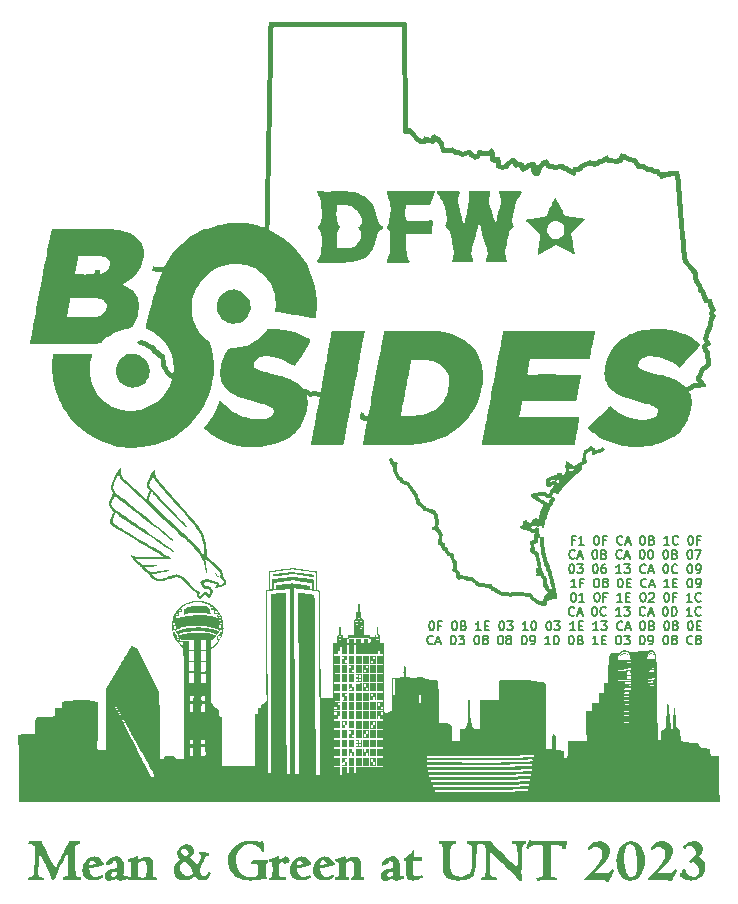
<source format=gto>
%TF.GenerationSoftware,KiCad,Pcbnew,(6.0.11)*%
%TF.CreationDate,2023-10-05T20:18:07-05:00*%
%TF.ProjectId,BSidesDFW_2023_Badge,42536964-6573-4444-9657-5f323032335f,1*%
%TF.SameCoordinates,Original*%
%TF.FileFunction,Legend,Top*%
%TF.FilePolarity,Positive*%
%FSLAX46Y46*%
G04 Gerber Fmt 4.6, Leading zero omitted, Abs format (unit mm)*
G04 Created by KiCad (PCBNEW (6.0.11)) date 2023-10-05 20:18:07*
%MOMM*%
%LPD*%
G01*
G04 APERTURE LIST*
G04 Aperture macros list*
%AMRotRect*
0 Rectangle, with rotation*
0 The origin of the aperture is its center*
0 $1 length*
0 $2 width*
0 $3 Rotation angle, in degrees counterclockwise*
0 Add horizontal line*
21,1,$1,$2,0,0,$3*%
G04 Aperture macros list end*
%ADD10C,0.150000*%
%ADD11R,1.700000X1.700000*%
%ADD12C,1.700000*%
%ADD13RotRect,1.800000X1.800000X315.000000*%
%ADD14C,1.800000*%
%ADD15C,1.400000*%
%ADD16RotRect,1.800000X1.800000X225.000000*%
G04 APERTURE END LIST*
D10*
X132381071Y-109570178D02*
X132131071Y-109570178D01*
X132131071Y-109963035D02*
X132131071Y-109213035D01*
X132488214Y-109213035D01*
X133166785Y-109963035D02*
X132738214Y-109963035D01*
X132952499Y-109963035D02*
X132952499Y-109213035D01*
X132881071Y-109320178D01*
X132809642Y-109391607D01*
X132738214Y-109427321D01*
X134202499Y-109213035D02*
X134273928Y-109213035D01*
X134345357Y-109248750D01*
X134381071Y-109284464D01*
X134416785Y-109355892D01*
X134452499Y-109498750D01*
X134452499Y-109677321D01*
X134416785Y-109820178D01*
X134381071Y-109891607D01*
X134345357Y-109927321D01*
X134273928Y-109963035D01*
X134202499Y-109963035D01*
X134131071Y-109927321D01*
X134095357Y-109891607D01*
X134059642Y-109820178D01*
X134023928Y-109677321D01*
X134023928Y-109498750D01*
X134059642Y-109355892D01*
X134095357Y-109284464D01*
X134131071Y-109248750D01*
X134202499Y-109213035D01*
X135023928Y-109570178D02*
X134773928Y-109570178D01*
X134773928Y-109963035D02*
X134773928Y-109213035D01*
X135131071Y-109213035D01*
X136416785Y-109891607D02*
X136381071Y-109927321D01*
X136273928Y-109963035D01*
X136202499Y-109963035D01*
X136095357Y-109927321D01*
X136023928Y-109855892D01*
X135988214Y-109784464D01*
X135952499Y-109641607D01*
X135952499Y-109534464D01*
X135988214Y-109391607D01*
X136023928Y-109320178D01*
X136095357Y-109248750D01*
X136202499Y-109213035D01*
X136273928Y-109213035D01*
X136381071Y-109248750D01*
X136416785Y-109284464D01*
X136702499Y-109748750D02*
X137059642Y-109748750D01*
X136631071Y-109963035D02*
X136881071Y-109213035D01*
X137131071Y-109963035D01*
X138095357Y-109213035D02*
X138166785Y-109213035D01*
X138238214Y-109248750D01*
X138273928Y-109284464D01*
X138309642Y-109355892D01*
X138345357Y-109498750D01*
X138345357Y-109677321D01*
X138309642Y-109820178D01*
X138273928Y-109891607D01*
X138238214Y-109927321D01*
X138166785Y-109963035D01*
X138095357Y-109963035D01*
X138023928Y-109927321D01*
X137988214Y-109891607D01*
X137952499Y-109820178D01*
X137916785Y-109677321D01*
X137916785Y-109498750D01*
X137952499Y-109355892D01*
X137988214Y-109284464D01*
X138023928Y-109248750D01*
X138095357Y-109213035D01*
X138916785Y-109570178D02*
X139023928Y-109605892D01*
X139059642Y-109641607D01*
X139095357Y-109713035D01*
X139095357Y-109820178D01*
X139059642Y-109891607D01*
X139023928Y-109927321D01*
X138952499Y-109963035D01*
X138666785Y-109963035D01*
X138666785Y-109213035D01*
X138916785Y-109213035D01*
X138988214Y-109248750D01*
X139023928Y-109284464D01*
X139059642Y-109355892D01*
X139059642Y-109427321D01*
X139023928Y-109498750D01*
X138988214Y-109534464D01*
X138916785Y-109570178D01*
X138666785Y-109570178D01*
X140381071Y-109963035D02*
X139952499Y-109963035D01*
X140166785Y-109963035D02*
X140166785Y-109213035D01*
X140095357Y-109320178D01*
X140023928Y-109391607D01*
X139952499Y-109427321D01*
X141131071Y-109891607D02*
X141095357Y-109927321D01*
X140988214Y-109963035D01*
X140916785Y-109963035D01*
X140809642Y-109927321D01*
X140738214Y-109855892D01*
X140702499Y-109784464D01*
X140666785Y-109641607D01*
X140666785Y-109534464D01*
X140702499Y-109391607D01*
X140738214Y-109320178D01*
X140809642Y-109248750D01*
X140916785Y-109213035D01*
X140988214Y-109213035D01*
X141095357Y-109248750D01*
X141131071Y-109284464D01*
X142166785Y-109213035D02*
X142238214Y-109213035D01*
X142309642Y-109248750D01*
X142345357Y-109284464D01*
X142381071Y-109355892D01*
X142416785Y-109498750D01*
X142416785Y-109677321D01*
X142381071Y-109820178D01*
X142345357Y-109891607D01*
X142309642Y-109927321D01*
X142238214Y-109963035D01*
X142166785Y-109963035D01*
X142095357Y-109927321D01*
X142059642Y-109891607D01*
X142023928Y-109820178D01*
X141988214Y-109677321D01*
X141988214Y-109498750D01*
X142023928Y-109355892D01*
X142059642Y-109284464D01*
X142095357Y-109248750D01*
X142166785Y-109213035D01*
X142988214Y-109570178D02*
X142738214Y-109570178D01*
X142738214Y-109963035D02*
X142738214Y-109213035D01*
X143095357Y-109213035D01*
X132381071Y-111099107D02*
X132345357Y-111134821D01*
X132238214Y-111170535D01*
X132166785Y-111170535D01*
X132059642Y-111134821D01*
X131988214Y-111063392D01*
X131952499Y-110991964D01*
X131916785Y-110849107D01*
X131916785Y-110741964D01*
X131952499Y-110599107D01*
X131988214Y-110527678D01*
X132059642Y-110456250D01*
X132166785Y-110420535D01*
X132238214Y-110420535D01*
X132345357Y-110456250D01*
X132381071Y-110491964D01*
X132666785Y-110956250D02*
X133023928Y-110956250D01*
X132595357Y-111170535D02*
X132845357Y-110420535D01*
X133095357Y-111170535D01*
X134059642Y-110420535D02*
X134131071Y-110420535D01*
X134202499Y-110456250D01*
X134238214Y-110491964D01*
X134273928Y-110563392D01*
X134309642Y-110706250D01*
X134309642Y-110884821D01*
X134273928Y-111027678D01*
X134238214Y-111099107D01*
X134202499Y-111134821D01*
X134131071Y-111170535D01*
X134059642Y-111170535D01*
X133988214Y-111134821D01*
X133952499Y-111099107D01*
X133916785Y-111027678D01*
X133881071Y-110884821D01*
X133881071Y-110706250D01*
X133916785Y-110563392D01*
X133952499Y-110491964D01*
X133988214Y-110456250D01*
X134059642Y-110420535D01*
X134881071Y-110777678D02*
X134988214Y-110813392D01*
X135023928Y-110849107D01*
X135059642Y-110920535D01*
X135059642Y-111027678D01*
X135023928Y-111099107D01*
X134988214Y-111134821D01*
X134916785Y-111170535D01*
X134631071Y-111170535D01*
X134631071Y-110420535D01*
X134881071Y-110420535D01*
X134952499Y-110456250D01*
X134988214Y-110491964D01*
X135023928Y-110563392D01*
X135023928Y-110634821D01*
X134988214Y-110706250D01*
X134952499Y-110741964D01*
X134881071Y-110777678D01*
X134631071Y-110777678D01*
X136381071Y-111099107D02*
X136345357Y-111134821D01*
X136238214Y-111170535D01*
X136166785Y-111170535D01*
X136059642Y-111134821D01*
X135988214Y-111063392D01*
X135952499Y-110991964D01*
X135916785Y-110849107D01*
X135916785Y-110741964D01*
X135952499Y-110599107D01*
X135988214Y-110527678D01*
X136059642Y-110456250D01*
X136166785Y-110420535D01*
X136238214Y-110420535D01*
X136345357Y-110456250D01*
X136381071Y-110491964D01*
X136666785Y-110956250D02*
X137023928Y-110956250D01*
X136595357Y-111170535D02*
X136845357Y-110420535D01*
X137095357Y-111170535D01*
X138059642Y-110420535D02*
X138131071Y-110420535D01*
X138202499Y-110456250D01*
X138238214Y-110491964D01*
X138273928Y-110563392D01*
X138309642Y-110706250D01*
X138309642Y-110884821D01*
X138273928Y-111027678D01*
X138238214Y-111099107D01*
X138202499Y-111134821D01*
X138131071Y-111170535D01*
X138059642Y-111170535D01*
X137988214Y-111134821D01*
X137952499Y-111099107D01*
X137916785Y-111027678D01*
X137881071Y-110884821D01*
X137881071Y-110706250D01*
X137916785Y-110563392D01*
X137952499Y-110491964D01*
X137988214Y-110456250D01*
X138059642Y-110420535D01*
X138773928Y-110420535D02*
X138845357Y-110420535D01*
X138916785Y-110456250D01*
X138952499Y-110491964D01*
X138988214Y-110563392D01*
X139023928Y-110706250D01*
X139023928Y-110884821D01*
X138988214Y-111027678D01*
X138952499Y-111099107D01*
X138916785Y-111134821D01*
X138845357Y-111170535D01*
X138773928Y-111170535D01*
X138702499Y-111134821D01*
X138666785Y-111099107D01*
X138631071Y-111027678D01*
X138595357Y-110884821D01*
X138595357Y-110706250D01*
X138631071Y-110563392D01*
X138666785Y-110491964D01*
X138702499Y-110456250D01*
X138773928Y-110420535D01*
X140059642Y-110420535D02*
X140131071Y-110420535D01*
X140202499Y-110456250D01*
X140238214Y-110491964D01*
X140273928Y-110563392D01*
X140309642Y-110706250D01*
X140309642Y-110884821D01*
X140273928Y-111027678D01*
X140238214Y-111099107D01*
X140202499Y-111134821D01*
X140131071Y-111170535D01*
X140059642Y-111170535D01*
X139988214Y-111134821D01*
X139952499Y-111099107D01*
X139916785Y-111027678D01*
X139881071Y-110884821D01*
X139881071Y-110706250D01*
X139916785Y-110563392D01*
X139952499Y-110491964D01*
X139988214Y-110456250D01*
X140059642Y-110420535D01*
X140881071Y-110777678D02*
X140988214Y-110813392D01*
X141023928Y-110849107D01*
X141059642Y-110920535D01*
X141059642Y-111027678D01*
X141023928Y-111099107D01*
X140988214Y-111134821D01*
X140916785Y-111170535D01*
X140631071Y-111170535D01*
X140631071Y-110420535D01*
X140881071Y-110420535D01*
X140952499Y-110456250D01*
X140988214Y-110491964D01*
X141023928Y-110563392D01*
X141023928Y-110634821D01*
X140988214Y-110706250D01*
X140952499Y-110741964D01*
X140881071Y-110777678D01*
X140631071Y-110777678D01*
X142095357Y-110420535D02*
X142166785Y-110420535D01*
X142238214Y-110456250D01*
X142273928Y-110491964D01*
X142309642Y-110563392D01*
X142345357Y-110706250D01*
X142345357Y-110884821D01*
X142309642Y-111027678D01*
X142273928Y-111099107D01*
X142238214Y-111134821D01*
X142166785Y-111170535D01*
X142095357Y-111170535D01*
X142023928Y-111134821D01*
X141988214Y-111099107D01*
X141952499Y-111027678D01*
X141916785Y-110884821D01*
X141916785Y-110706250D01*
X141952499Y-110563392D01*
X141988214Y-110491964D01*
X142023928Y-110456250D01*
X142095357Y-110420535D01*
X142595357Y-110420535D02*
X143095357Y-110420535D01*
X142773928Y-111170535D01*
X132095357Y-111628035D02*
X132166785Y-111628035D01*
X132238214Y-111663750D01*
X132273928Y-111699464D01*
X132309642Y-111770892D01*
X132345357Y-111913750D01*
X132345357Y-112092321D01*
X132309642Y-112235178D01*
X132273928Y-112306607D01*
X132238214Y-112342321D01*
X132166785Y-112378035D01*
X132095357Y-112378035D01*
X132023928Y-112342321D01*
X131988214Y-112306607D01*
X131952499Y-112235178D01*
X131916785Y-112092321D01*
X131916785Y-111913750D01*
X131952499Y-111770892D01*
X131988214Y-111699464D01*
X132023928Y-111663750D01*
X132095357Y-111628035D01*
X132595357Y-111628035D02*
X133059642Y-111628035D01*
X132809642Y-111913750D01*
X132916785Y-111913750D01*
X132988214Y-111949464D01*
X133023928Y-111985178D01*
X133059642Y-112056607D01*
X133059642Y-112235178D01*
X133023928Y-112306607D01*
X132988214Y-112342321D01*
X132916785Y-112378035D01*
X132702499Y-112378035D01*
X132631071Y-112342321D01*
X132595357Y-112306607D01*
X134095357Y-111628035D02*
X134166785Y-111628035D01*
X134238214Y-111663750D01*
X134273928Y-111699464D01*
X134309642Y-111770892D01*
X134345357Y-111913750D01*
X134345357Y-112092321D01*
X134309642Y-112235178D01*
X134273928Y-112306607D01*
X134238214Y-112342321D01*
X134166785Y-112378035D01*
X134095357Y-112378035D01*
X134023928Y-112342321D01*
X133988214Y-112306607D01*
X133952499Y-112235178D01*
X133916785Y-112092321D01*
X133916785Y-111913750D01*
X133952499Y-111770892D01*
X133988214Y-111699464D01*
X134023928Y-111663750D01*
X134095357Y-111628035D01*
X134988214Y-111628035D02*
X134845357Y-111628035D01*
X134773928Y-111663750D01*
X134738214Y-111699464D01*
X134666785Y-111806607D01*
X134631071Y-111949464D01*
X134631071Y-112235178D01*
X134666785Y-112306607D01*
X134702499Y-112342321D01*
X134773928Y-112378035D01*
X134916785Y-112378035D01*
X134988214Y-112342321D01*
X135023928Y-112306607D01*
X135059642Y-112235178D01*
X135059642Y-112056607D01*
X135023928Y-111985178D01*
X134988214Y-111949464D01*
X134916785Y-111913750D01*
X134773928Y-111913750D01*
X134702499Y-111949464D01*
X134666785Y-111985178D01*
X134631071Y-112056607D01*
X136345357Y-112378035D02*
X135916785Y-112378035D01*
X136131071Y-112378035D02*
X136131071Y-111628035D01*
X136059642Y-111735178D01*
X135988214Y-111806607D01*
X135916785Y-111842321D01*
X136595357Y-111628035D02*
X137059642Y-111628035D01*
X136809642Y-111913750D01*
X136916785Y-111913750D01*
X136988214Y-111949464D01*
X137023928Y-111985178D01*
X137059642Y-112056607D01*
X137059642Y-112235178D01*
X137023928Y-112306607D01*
X136988214Y-112342321D01*
X136916785Y-112378035D01*
X136702499Y-112378035D01*
X136631071Y-112342321D01*
X136595357Y-112306607D01*
X138381071Y-112306607D02*
X138345357Y-112342321D01*
X138238214Y-112378035D01*
X138166785Y-112378035D01*
X138059642Y-112342321D01*
X137988214Y-112270892D01*
X137952499Y-112199464D01*
X137916785Y-112056607D01*
X137916785Y-111949464D01*
X137952499Y-111806607D01*
X137988214Y-111735178D01*
X138059642Y-111663750D01*
X138166785Y-111628035D01*
X138238214Y-111628035D01*
X138345357Y-111663750D01*
X138381071Y-111699464D01*
X138666785Y-112163750D02*
X139023928Y-112163750D01*
X138595357Y-112378035D02*
X138845357Y-111628035D01*
X139095357Y-112378035D01*
X140059642Y-111628035D02*
X140131071Y-111628035D01*
X140202499Y-111663750D01*
X140238214Y-111699464D01*
X140273928Y-111770892D01*
X140309642Y-111913750D01*
X140309642Y-112092321D01*
X140273928Y-112235178D01*
X140238214Y-112306607D01*
X140202499Y-112342321D01*
X140131071Y-112378035D01*
X140059642Y-112378035D01*
X139988214Y-112342321D01*
X139952499Y-112306607D01*
X139916785Y-112235178D01*
X139881071Y-112092321D01*
X139881071Y-111913750D01*
X139916785Y-111770892D01*
X139952499Y-111699464D01*
X139988214Y-111663750D01*
X140059642Y-111628035D01*
X141059642Y-112306607D02*
X141023928Y-112342321D01*
X140916785Y-112378035D01*
X140845357Y-112378035D01*
X140738214Y-112342321D01*
X140666785Y-112270892D01*
X140631071Y-112199464D01*
X140595357Y-112056607D01*
X140595357Y-111949464D01*
X140631071Y-111806607D01*
X140666785Y-111735178D01*
X140738214Y-111663750D01*
X140845357Y-111628035D01*
X140916785Y-111628035D01*
X141023928Y-111663750D01*
X141059642Y-111699464D01*
X142095357Y-111628035D02*
X142166785Y-111628035D01*
X142238214Y-111663750D01*
X142273928Y-111699464D01*
X142309642Y-111770892D01*
X142345357Y-111913750D01*
X142345357Y-112092321D01*
X142309642Y-112235178D01*
X142273928Y-112306607D01*
X142238214Y-112342321D01*
X142166785Y-112378035D01*
X142095357Y-112378035D01*
X142023928Y-112342321D01*
X141988214Y-112306607D01*
X141952499Y-112235178D01*
X141916785Y-112092321D01*
X141916785Y-111913750D01*
X141952499Y-111770892D01*
X141988214Y-111699464D01*
X142023928Y-111663750D01*
X142095357Y-111628035D01*
X142702499Y-112378035D02*
X142845357Y-112378035D01*
X142916785Y-112342321D01*
X142952499Y-112306607D01*
X143023928Y-112199464D01*
X143059642Y-112056607D01*
X143059642Y-111770892D01*
X143023928Y-111699464D01*
X142988214Y-111663750D01*
X142916785Y-111628035D01*
X142773928Y-111628035D01*
X142702499Y-111663750D01*
X142666785Y-111699464D01*
X142631071Y-111770892D01*
X142631071Y-111949464D01*
X142666785Y-112020892D01*
X142702499Y-112056607D01*
X142773928Y-112092321D01*
X142916785Y-112092321D01*
X142988214Y-112056607D01*
X143023928Y-112020892D01*
X143059642Y-111949464D01*
X132523928Y-113585535D02*
X132095357Y-113585535D01*
X132309642Y-113585535D02*
X132309642Y-112835535D01*
X132238214Y-112942678D01*
X132166785Y-113014107D01*
X132095357Y-113049821D01*
X133095357Y-113192678D02*
X132845357Y-113192678D01*
X132845357Y-113585535D02*
X132845357Y-112835535D01*
X133202499Y-112835535D01*
X134202499Y-112835535D02*
X134273928Y-112835535D01*
X134345357Y-112871250D01*
X134381071Y-112906964D01*
X134416785Y-112978392D01*
X134452499Y-113121250D01*
X134452499Y-113299821D01*
X134416785Y-113442678D01*
X134381071Y-113514107D01*
X134345357Y-113549821D01*
X134273928Y-113585535D01*
X134202499Y-113585535D01*
X134131071Y-113549821D01*
X134095357Y-113514107D01*
X134059642Y-113442678D01*
X134023928Y-113299821D01*
X134023928Y-113121250D01*
X134059642Y-112978392D01*
X134095357Y-112906964D01*
X134131071Y-112871250D01*
X134202499Y-112835535D01*
X134881071Y-113156964D02*
X134809642Y-113121250D01*
X134773928Y-113085535D01*
X134738214Y-113014107D01*
X134738214Y-112978392D01*
X134773928Y-112906964D01*
X134809642Y-112871250D01*
X134881071Y-112835535D01*
X135023928Y-112835535D01*
X135095357Y-112871250D01*
X135131071Y-112906964D01*
X135166785Y-112978392D01*
X135166785Y-113014107D01*
X135131071Y-113085535D01*
X135095357Y-113121250D01*
X135023928Y-113156964D01*
X134881071Y-113156964D01*
X134809642Y-113192678D01*
X134773928Y-113228392D01*
X134738214Y-113299821D01*
X134738214Y-113442678D01*
X134773928Y-113514107D01*
X134809642Y-113549821D01*
X134881071Y-113585535D01*
X135023928Y-113585535D01*
X135095357Y-113549821D01*
X135131071Y-113514107D01*
X135166785Y-113442678D01*
X135166785Y-113299821D01*
X135131071Y-113228392D01*
X135095357Y-113192678D01*
X135023928Y-113156964D01*
X136202499Y-112835535D02*
X136273928Y-112835535D01*
X136345357Y-112871250D01*
X136381071Y-112906964D01*
X136416785Y-112978392D01*
X136452499Y-113121250D01*
X136452499Y-113299821D01*
X136416785Y-113442678D01*
X136381071Y-113514107D01*
X136345357Y-113549821D01*
X136273928Y-113585535D01*
X136202499Y-113585535D01*
X136131071Y-113549821D01*
X136095357Y-113514107D01*
X136059642Y-113442678D01*
X136023928Y-113299821D01*
X136023928Y-113121250D01*
X136059642Y-112978392D01*
X136095357Y-112906964D01*
X136131071Y-112871250D01*
X136202499Y-112835535D01*
X136773928Y-113192678D02*
X137023928Y-113192678D01*
X137131071Y-113585535D02*
X136773928Y-113585535D01*
X136773928Y-112835535D01*
X137131071Y-112835535D01*
X138452499Y-113514107D02*
X138416785Y-113549821D01*
X138309642Y-113585535D01*
X138238214Y-113585535D01*
X138131071Y-113549821D01*
X138059642Y-113478392D01*
X138023928Y-113406964D01*
X137988214Y-113264107D01*
X137988214Y-113156964D01*
X138023928Y-113014107D01*
X138059642Y-112942678D01*
X138131071Y-112871250D01*
X138238214Y-112835535D01*
X138309642Y-112835535D01*
X138416785Y-112871250D01*
X138452499Y-112906964D01*
X138738214Y-113371250D02*
X139095357Y-113371250D01*
X138666785Y-113585535D02*
X138916785Y-112835535D01*
X139166785Y-113585535D01*
X140381071Y-113585535D02*
X139952499Y-113585535D01*
X140166785Y-113585535D02*
X140166785Y-112835535D01*
X140095357Y-112942678D01*
X140023928Y-113014107D01*
X139952499Y-113049821D01*
X140702499Y-113192678D02*
X140952499Y-113192678D01*
X141059642Y-113585535D02*
X140702499Y-113585535D01*
X140702499Y-112835535D01*
X141059642Y-112835535D01*
X142095357Y-112835535D02*
X142166785Y-112835535D01*
X142238214Y-112871250D01*
X142273928Y-112906964D01*
X142309642Y-112978392D01*
X142345357Y-113121250D01*
X142345357Y-113299821D01*
X142309642Y-113442678D01*
X142273928Y-113514107D01*
X142238214Y-113549821D01*
X142166785Y-113585535D01*
X142095357Y-113585535D01*
X142023928Y-113549821D01*
X141988214Y-113514107D01*
X141952499Y-113442678D01*
X141916785Y-113299821D01*
X141916785Y-113121250D01*
X141952499Y-112978392D01*
X141988214Y-112906964D01*
X142023928Y-112871250D01*
X142095357Y-112835535D01*
X142702499Y-113585535D02*
X142845357Y-113585535D01*
X142916785Y-113549821D01*
X142952499Y-113514107D01*
X143023928Y-113406964D01*
X143059642Y-113264107D01*
X143059642Y-112978392D01*
X143023928Y-112906964D01*
X142988214Y-112871250D01*
X142916785Y-112835535D01*
X142773928Y-112835535D01*
X142702499Y-112871250D01*
X142666785Y-112906964D01*
X142631071Y-112978392D01*
X142631071Y-113156964D01*
X142666785Y-113228392D01*
X142702499Y-113264107D01*
X142773928Y-113299821D01*
X142916785Y-113299821D01*
X142988214Y-113264107D01*
X143023928Y-113228392D01*
X143059642Y-113156964D01*
X132238214Y-114043035D02*
X132309642Y-114043035D01*
X132381071Y-114078750D01*
X132416785Y-114114464D01*
X132452499Y-114185892D01*
X132488214Y-114328750D01*
X132488214Y-114507321D01*
X132452499Y-114650178D01*
X132416785Y-114721607D01*
X132381071Y-114757321D01*
X132309642Y-114793035D01*
X132238214Y-114793035D01*
X132166785Y-114757321D01*
X132131071Y-114721607D01*
X132095357Y-114650178D01*
X132059642Y-114507321D01*
X132059642Y-114328750D01*
X132095357Y-114185892D01*
X132131071Y-114114464D01*
X132166785Y-114078750D01*
X132238214Y-114043035D01*
X133202499Y-114793035D02*
X132773928Y-114793035D01*
X132988214Y-114793035D02*
X132988214Y-114043035D01*
X132916785Y-114150178D01*
X132845357Y-114221607D01*
X132773928Y-114257321D01*
X134238214Y-114043035D02*
X134309642Y-114043035D01*
X134381071Y-114078750D01*
X134416785Y-114114464D01*
X134452499Y-114185892D01*
X134488214Y-114328750D01*
X134488214Y-114507321D01*
X134452499Y-114650178D01*
X134416785Y-114721607D01*
X134381071Y-114757321D01*
X134309642Y-114793035D01*
X134238214Y-114793035D01*
X134166785Y-114757321D01*
X134131071Y-114721607D01*
X134095357Y-114650178D01*
X134059642Y-114507321D01*
X134059642Y-114328750D01*
X134095357Y-114185892D01*
X134131071Y-114114464D01*
X134166785Y-114078750D01*
X134238214Y-114043035D01*
X135059642Y-114400178D02*
X134809642Y-114400178D01*
X134809642Y-114793035D02*
X134809642Y-114043035D01*
X135166785Y-114043035D01*
X136416785Y-114793035D02*
X135988214Y-114793035D01*
X136202499Y-114793035D02*
X136202499Y-114043035D01*
X136131071Y-114150178D01*
X136059642Y-114221607D01*
X135988214Y-114257321D01*
X136738214Y-114400178D02*
X136988214Y-114400178D01*
X137095357Y-114793035D02*
X136738214Y-114793035D01*
X136738214Y-114043035D01*
X137095357Y-114043035D01*
X138131071Y-114043035D02*
X138202500Y-114043035D01*
X138273928Y-114078750D01*
X138309642Y-114114464D01*
X138345357Y-114185892D01*
X138381071Y-114328750D01*
X138381071Y-114507321D01*
X138345357Y-114650178D01*
X138309642Y-114721607D01*
X138273928Y-114757321D01*
X138202500Y-114793035D01*
X138131071Y-114793035D01*
X138059642Y-114757321D01*
X138023928Y-114721607D01*
X137988214Y-114650178D01*
X137952500Y-114507321D01*
X137952500Y-114328750D01*
X137988214Y-114185892D01*
X138023928Y-114114464D01*
X138059642Y-114078750D01*
X138131071Y-114043035D01*
X138666785Y-114114464D02*
X138702500Y-114078750D01*
X138773928Y-114043035D01*
X138952500Y-114043035D01*
X139023928Y-114078750D01*
X139059642Y-114114464D01*
X139095357Y-114185892D01*
X139095357Y-114257321D01*
X139059642Y-114364464D01*
X138631071Y-114793035D01*
X139095357Y-114793035D01*
X140131071Y-114043035D02*
X140202499Y-114043035D01*
X140273928Y-114078750D01*
X140309642Y-114114464D01*
X140345357Y-114185892D01*
X140381071Y-114328750D01*
X140381071Y-114507321D01*
X140345357Y-114650178D01*
X140309642Y-114721607D01*
X140273928Y-114757321D01*
X140202499Y-114793035D01*
X140131071Y-114793035D01*
X140059642Y-114757321D01*
X140023928Y-114721607D01*
X139988214Y-114650178D01*
X139952499Y-114507321D01*
X139952499Y-114328750D01*
X139988214Y-114185892D01*
X140023928Y-114114464D01*
X140059642Y-114078750D01*
X140131071Y-114043035D01*
X140952499Y-114400178D02*
X140702499Y-114400178D01*
X140702499Y-114793035D02*
X140702499Y-114043035D01*
X141059642Y-114043035D01*
X142309642Y-114793035D02*
X141881071Y-114793035D01*
X142095357Y-114793035D02*
X142095357Y-114043035D01*
X142023928Y-114150178D01*
X141952499Y-114221607D01*
X141881071Y-114257321D01*
X143059642Y-114721607D02*
X143023928Y-114757321D01*
X142916785Y-114793035D01*
X142845357Y-114793035D01*
X142738214Y-114757321D01*
X142666785Y-114685892D01*
X142631071Y-114614464D01*
X142595357Y-114471607D01*
X142595357Y-114364464D01*
X142631071Y-114221607D01*
X142666785Y-114150178D01*
X142738214Y-114078750D01*
X142845357Y-114043035D01*
X142916785Y-114043035D01*
X143023928Y-114078750D01*
X143059642Y-114114464D01*
X132345357Y-115929107D02*
X132309642Y-115964821D01*
X132202500Y-116000535D01*
X132131071Y-116000535D01*
X132023928Y-115964821D01*
X131952500Y-115893392D01*
X131916785Y-115821964D01*
X131881071Y-115679107D01*
X131881071Y-115571964D01*
X131916785Y-115429107D01*
X131952500Y-115357678D01*
X132023928Y-115286250D01*
X132131071Y-115250535D01*
X132202500Y-115250535D01*
X132309642Y-115286250D01*
X132345357Y-115321964D01*
X132631071Y-115786250D02*
X132988214Y-115786250D01*
X132559642Y-116000535D02*
X132809642Y-115250535D01*
X133059642Y-116000535D01*
X134023928Y-115250535D02*
X134095357Y-115250535D01*
X134166785Y-115286250D01*
X134202500Y-115321964D01*
X134238214Y-115393392D01*
X134273928Y-115536250D01*
X134273928Y-115714821D01*
X134238214Y-115857678D01*
X134202500Y-115929107D01*
X134166785Y-115964821D01*
X134095357Y-116000535D01*
X134023928Y-116000535D01*
X133952500Y-115964821D01*
X133916785Y-115929107D01*
X133881071Y-115857678D01*
X133845357Y-115714821D01*
X133845357Y-115536250D01*
X133881071Y-115393392D01*
X133916785Y-115321964D01*
X133952500Y-115286250D01*
X134023928Y-115250535D01*
X135023928Y-115929107D02*
X134988214Y-115964821D01*
X134881071Y-116000535D01*
X134809642Y-116000535D01*
X134702500Y-115964821D01*
X134631071Y-115893392D01*
X134595357Y-115821964D01*
X134559642Y-115679107D01*
X134559642Y-115571964D01*
X134595357Y-115429107D01*
X134631071Y-115357678D01*
X134702500Y-115286250D01*
X134809642Y-115250535D01*
X134881071Y-115250535D01*
X134988214Y-115286250D01*
X135023928Y-115321964D01*
X136309642Y-116000535D02*
X135881071Y-116000535D01*
X136095357Y-116000535D02*
X136095357Y-115250535D01*
X136023928Y-115357678D01*
X135952500Y-115429107D01*
X135881071Y-115464821D01*
X136559642Y-115250535D02*
X137023928Y-115250535D01*
X136773928Y-115536250D01*
X136881071Y-115536250D01*
X136952500Y-115571964D01*
X136988214Y-115607678D01*
X137023928Y-115679107D01*
X137023928Y-115857678D01*
X136988214Y-115929107D01*
X136952500Y-115964821D01*
X136881071Y-116000535D01*
X136666785Y-116000535D01*
X136595357Y-115964821D01*
X136559642Y-115929107D01*
X138345357Y-115929107D02*
X138309642Y-115964821D01*
X138202500Y-116000535D01*
X138131071Y-116000535D01*
X138023928Y-115964821D01*
X137952500Y-115893392D01*
X137916785Y-115821964D01*
X137881071Y-115679107D01*
X137881071Y-115571964D01*
X137916785Y-115429107D01*
X137952500Y-115357678D01*
X138023928Y-115286250D01*
X138131071Y-115250535D01*
X138202500Y-115250535D01*
X138309642Y-115286250D01*
X138345357Y-115321964D01*
X138631071Y-115786250D02*
X138988214Y-115786250D01*
X138559642Y-116000535D02*
X138809642Y-115250535D01*
X139059642Y-116000535D01*
X140023928Y-115250535D02*
X140095357Y-115250535D01*
X140166785Y-115286250D01*
X140202500Y-115321964D01*
X140238214Y-115393392D01*
X140273928Y-115536250D01*
X140273928Y-115714821D01*
X140238214Y-115857678D01*
X140202500Y-115929107D01*
X140166785Y-115964821D01*
X140095357Y-116000535D01*
X140023928Y-116000535D01*
X139952500Y-115964821D01*
X139916785Y-115929107D01*
X139881071Y-115857678D01*
X139845357Y-115714821D01*
X139845357Y-115536250D01*
X139881071Y-115393392D01*
X139916785Y-115321964D01*
X139952500Y-115286250D01*
X140023928Y-115250535D01*
X140595357Y-116000535D02*
X140595357Y-115250535D01*
X140773928Y-115250535D01*
X140881071Y-115286250D01*
X140952500Y-115357678D01*
X140988214Y-115429107D01*
X141023928Y-115571964D01*
X141023928Y-115679107D01*
X140988214Y-115821964D01*
X140952500Y-115893392D01*
X140881071Y-115964821D01*
X140773928Y-116000535D01*
X140595357Y-116000535D01*
X142309642Y-116000535D02*
X141881071Y-116000535D01*
X142095357Y-116000535D02*
X142095357Y-115250535D01*
X142023928Y-115357678D01*
X141952500Y-115429107D01*
X141881071Y-115464821D01*
X143059642Y-115929107D02*
X143023928Y-115964821D01*
X142916785Y-116000535D01*
X142845357Y-116000535D01*
X142738214Y-115964821D01*
X142666785Y-115893392D01*
X142631071Y-115821964D01*
X142595357Y-115679107D01*
X142595357Y-115571964D01*
X142631071Y-115429107D01*
X142666785Y-115357678D01*
X142738214Y-115286250D01*
X142845357Y-115250535D01*
X142916785Y-115250535D01*
X143023928Y-115286250D01*
X143059642Y-115321964D01*
X120238214Y-116458035D02*
X120309642Y-116458035D01*
X120381071Y-116493750D01*
X120416785Y-116529464D01*
X120452499Y-116600892D01*
X120488214Y-116743750D01*
X120488214Y-116922321D01*
X120452499Y-117065178D01*
X120416785Y-117136607D01*
X120381071Y-117172321D01*
X120309642Y-117208035D01*
X120238214Y-117208035D01*
X120166785Y-117172321D01*
X120131071Y-117136607D01*
X120095357Y-117065178D01*
X120059642Y-116922321D01*
X120059642Y-116743750D01*
X120095357Y-116600892D01*
X120131071Y-116529464D01*
X120166785Y-116493750D01*
X120238214Y-116458035D01*
X121059642Y-116815178D02*
X120809642Y-116815178D01*
X120809642Y-117208035D02*
X120809642Y-116458035D01*
X121166785Y-116458035D01*
X122166785Y-116458035D02*
X122238214Y-116458035D01*
X122309642Y-116493750D01*
X122345357Y-116529464D01*
X122381071Y-116600892D01*
X122416785Y-116743750D01*
X122416785Y-116922321D01*
X122381071Y-117065178D01*
X122345357Y-117136607D01*
X122309642Y-117172321D01*
X122238214Y-117208035D01*
X122166785Y-117208035D01*
X122095357Y-117172321D01*
X122059642Y-117136607D01*
X122023928Y-117065178D01*
X121988214Y-116922321D01*
X121988214Y-116743750D01*
X122023928Y-116600892D01*
X122059642Y-116529464D01*
X122095357Y-116493750D01*
X122166785Y-116458035D01*
X122988214Y-116815178D02*
X123095357Y-116850892D01*
X123131071Y-116886607D01*
X123166785Y-116958035D01*
X123166785Y-117065178D01*
X123131071Y-117136607D01*
X123095357Y-117172321D01*
X123023928Y-117208035D01*
X122738214Y-117208035D01*
X122738214Y-116458035D01*
X122988214Y-116458035D01*
X123059642Y-116493750D01*
X123095357Y-116529464D01*
X123131071Y-116600892D01*
X123131071Y-116672321D01*
X123095357Y-116743750D01*
X123059642Y-116779464D01*
X122988214Y-116815178D01*
X122738214Y-116815178D01*
X124452499Y-117208035D02*
X124023928Y-117208035D01*
X124238214Y-117208035D02*
X124238214Y-116458035D01*
X124166785Y-116565178D01*
X124095357Y-116636607D01*
X124023928Y-116672321D01*
X124773928Y-116815178D02*
X125023928Y-116815178D01*
X125131071Y-117208035D02*
X124773928Y-117208035D01*
X124773928Y-116458035D01*
X125131071Y-116458035D01*
X126166785Y-116458035D02*
X126238214Y-116458035D01*
X126309642Y-116493750D01*
X126345357Y-116529464D01*
X126381071Y-116600892D01*
X126416785Y-116743750D01*
X126416785Y-116922321D01*
X126381071Y-117065178D01*
X126345357Y-117136607D01*
X126309642Y-117172321D01*
X126238214Y-117208035D01*
X126166785Y-117208035D01*
X126095357Y-117172321D01*
X126059642Y-117136607D01*
X126023928Y-117065178D01*
X125988214Y-116922321D01*
X125988214Y-116743750D01*
X126023928Y-116600892D01*
X126059642Y-116529464D01*
X126095357Y-116493750D01*
X126166785Y-116458035D01*
X126666785Y-116458035D02*
X127131071Y-116458035D01*
X126881071Y-116743750D01*
X126988214Y-116743750D01*
X127059642Y-116779464D01*
X127095357Y-116815178D01*
X127131071Y-116886607D01*
X127131071Y-117065178D01*
X127095357Y-117136607D01*
X127059642Y-117172321D01*
X126988214Y-117208035D01*
X126773928Y-117208035D01*
X126702499Y-117172321D01*
X126666785Y-117136607D01*
X128416785Y-117208035D02*
X127988214Y-117208035D01*
X128202499Y-117208035D02*
X128202499Y-116458035D01*
X128131071Y-116565178D01*
X128059642Y-116636607D01*
X127988214Y-116672321D01*
X128881071Y-116458035D02*
X128952499Y-116458035D01*
X129023928Y-116493750D01*
X129059642Y-116529464D01*
X129095357Y-116600892D01*
X129131071Y-116743750D01*
X129131071Y-116922321D01*
X129095357Y-117065178D01*
X129059642Y-117136607D01*
X129023928Y-117172321D01*
X128952499Y-117208035D01*
X128881071Y-117208035D01*
X128809642Y-117172321D01*
X128773928Y-117136607D01*
X128738214Y-117065178D01*
X128702499Y-116922321D01*
X128702499Y-116743750D01*
X128738214Y-116600892D01*
X128773928Y-116529464D01*
X128809642Y-116493750D01*
X128881071Y-116458035D01*
X130166785Y-116458035D02*
X130238214Y-116458035D01*
X130309642Y-116493750D01*
X130345357Y-116529464D01*
X130381071Y-116600892D01*
X130416785Y-116743750D01*
X130416785Y-116922321D01*
X130381071Y-117065178D01*
X130345357Y-117136607D01*
X130309642Y-117172321D01*
X130238214Y-117208035D01*
X130166785Y-117208035D01*
X130095357Y-117172321D01*
X130059642Y-117136607D01*
X130023928Y-117065178D01*
X129988214Y-116922321D01*
X129988214Y-116743750D01*
X130023928Y-116600892D01*
X130059642Y-116529464D01*
X130095357Y-116493750D01*
X130166785Y-116458035D01*
X130666785Y-116458035D02*
X131131071Y-116458035D01*
X130881071Y-116743750D01*
X130988214Y-116743750D01*
X131059642Y-116779464D01*
X131095357Y-116815178D01*
X131131071Y-116886607D01*
X131131071Y-117065178D01*
X131095357Y-117136607D01*
X131059642Y-117172321D01*
X130988214Y-117208035D01*
X130773928Y-117208035D01*
X130702499Y-117172321D01*
X130666785Y-117136607D01*
X132416785Y-117208035D02*
X131988214Y-117208035D01*
X132202499Y-117208035D02*
X132202499Y-116458035D01*
X132131071Y-116565178D01*
X132059642Y-116636607D01*
X131988214Y-116672321D01*
X132738214Y-116815178D02*
X132988214Y-116815178D01*
X133095357Y-117208035D02*
X132738214Y-117208035D01*
X132738214Y-116458035D01*
X133095357Y-116458035D01*
X134381071Y-117208035D02*
X133952499Y-117208035D01*
X134166785Y-117208035D02*
X134166785Y-116458035D01*
X134095357Y-116565178D01*
X134023928Y-116636607D01*
X133952499Y-116672321D01*
X134631071Y-116458035D02*
X135095357Y-116458035D01*
X134845357Y-116743750D01*
X134952500Y-116743750D01*
X135023928Y-116779464D01*
X135059642Y-116815178D01*
X135095357Y-116886607D01*
X135095357Y-117065178D01*
X135059642Y-117136607D01*
X135023928Y-117172321D01*
X134952500Y-117208035D01*
X134738214Y-117208035D01*
X134666785Y-117172321D01*
X134631071Y-117136607D01*
X136416785Y-117136607D02*
X136381071Y-117172321D01*
X136273928Y-117208035D01*
X136202500Y-117208035D01*
X136095357Y-117172321D01*
X136023928Y-117100892D01*
X135988214Y-117029464D01*
X135952500Y-116886607D01*
X135952500Y-116779464D01*
X135988214Y-116636607D01*
X136023928Y-116565178D01*
X136095357Y-116493750D01*
X136202500Y-116458035D01*
X136273928Y-116458035D01*
X136381071Y-116493750D01*
X136416785Y-116529464D01*
X136702500Y-116993750D02*
X137059642Y-116993750D01*
X136631071Y-117208035D02*
X136881071Y-116458035D01*
X137131071Y-117208035D01*
X138095357Y-116458035D02*
X138166785Y-116458035D01*
X138238214Y-116493750D01*
X138273928Y-116529464D01*
X138309642Y-116600892D01*
X138345357Y-116743750D01*
X138345357Y-116922321D01*
X138309642Y-117065178D01*
X138273928Y-117136607D01*
X138238214Y-117172321D01*
X138166785Y-117208035D01*
X138095357Y-117208035D01*
X138023928Y-117172321D01*
X137988214Y-117136607D01*
X137952500Y-117065178D01*
X137916785Y-116922321D01*
X137916785Y-116743750D01*
X137952500Y-116600892D01*
X137988214Y-116529464D01*
X138023928Y-116493750D01*
X138095357Y-116458035D01*
X138916785Y-116815178D02*
X139023928Y-116850892D01*
X139059642Y-116886607D01*
X139095357Y-116958035D01*
X139095357Y-117065178D01*
X139059642Y-117136607D01*
X139023928Y-117172321D01*
X138952499Y-117208035D01*
X138666785Y-117208035D01*
X138666785Y-116458035D01*
X138916785Y-116458035D01*
X138988214Y-116493750D01*
X139023928Y-116529464D01*
X139059642Y-116600892D01*
X139059642Y-116672321D01*
X139023928Y-116743750D01*
X138988214Y-116779464D01*
X138916785Y-116815178D01*
X138666785Y-116815178D01*
X140131071Y-116458035D02*
X140202499Y-116458035D01*
X140273928Y-116493750D01*
X140309642Y-116529464D01*
X140345357Y-116600892D01*
X140381071Y-116743750D01*
X140381071Y-116922321D01*
X140345357Y-117065178D01*
X140309642Y-117136607D01*
X140273928Y-117172321D01*
X140202499Y-117208035D01*
X140131071Y-117208035D01*
X140059642Y-117172321D01*
X140023928Y-117136607D01*
X139988214Y-117065178D01*
X139952499Y-116922321D01*
X139952499Y-116743750D01*
X139988214Y-116600892D01*
X140023928Y-116529464D01*
X140059642Y-116493750D01*
X140131071Y-116458035D01*
X140809642Y-116779464D02*
X140738214Y-116743750D01*
X140702499Y-116708035D01*
X140666785Y-116636607D01*
X140666785Y-116600892D01*
X140702499Y-116529464D01*
X140738214Y-116493750D01*
X140809642Y-116458035D01*
X140952499Y-116458035D01*
X141023928Y-116493750D01*
X141059642Y-116529464D01*
X141095357Y-116600892D01*
X141095357Y-116636607D01*
X141059642Y-116708035D01*
X141023928Y-116743750D01*
X140952499Y-116779464D01*
X140809642Y-116779464D01*
X140738214Y-116815178D01*
X140702499Y-116850892D01*
X140666785Y-116922321D01*
X140666785Y-117065178D01*
X140702499Y-117136607D01*
X140738214Y-117172321D01*
X140809642Y-117208035D01*
X140952499Y-117208035D01*
X141023928Y-117172321D01*
X141059642Y-117136607D01*
X141095357Y-117065178D01*
X141095357Y-116922321D01*
X141059642Y-116850892D01*
X141023928Y-116815178D01*
X140952499Y-116779464D01*
X142131071Y-116458035D02*
X142202499Y-116458035D01*
X142273928Y-116493750D01*
X142309642Y-116529464D01*
X142345357Y-116600892D01*
X142381071Y-116743750D01*
X142381071Y-116922321D01*
X142345357Y-117065178D01*
X142309642Y-117136607D01*
X142273928Y-117172321D01*
X142202499Y-117208035D01*
X142131071Y-117208035D01*
X142059642Y-117172321D01*
X142023928Y-117136607D01*
X141988214Y-117065178D01*
X141952499Y-116922321D01*
X141952499Y-116743750D01*
X141988214Y-116600892D01*
X142023928Y-116529464D01*
X142059642Y-116493750D01*
X142131071Y-116458035D01*
X142702499Y-116815178D02*
X142952499Y-116815178D01*
X143059642Y-117208035D02*
X142702499Y-117208035D01*
X142702499Y-116458035D01*
X143059642Y-116458035D01*
X120381071Y-118344107D02*
X120345357Y-118379821D01*
X120238214Y-118415535D01*
X120166785Y-118415535D01*
X120059642Y-118379821D01*
X119988214Y-118308392D01*
X119952500Y-118236964D01*
X119916785Y-118094107D01*
X119916785Y-117986964D01*
X119952500Y-117844107D01*
X119988214Y-117772678D01*
X120059642Y-117701250D01*
X120166785Y-117665535D01*
X120238214Y-117665535D01*
X120345357Y-117701250D01*
X120381071Y-117736964D01*
X120666785Y-118201250D02*
X121023928Y-118201250D01*
X120595357Y-118415535D02*
X120845357Y-117665535D01*
X121095357Y-118415535D01*
X122059642Y-117665535D02*
X122131071Y-117665535D01*
X122202500Y-117701250D01*
X122238214Y-117736964D01*
X122273928Y-117808392D01*
X122309642Y-117951250D01*
X122309642Y-118129821D01*
X122273928Y-118272678D01*
X122238214Y-118344107D01*
X122202500Y-118379821D01*
X122131071Y-118415535D01*
X122059642Y-118415535D01*
X121988214Y-118379821D01*
X121952500Y-118344107D01*
X121916785Y-118272678D01*
X121881071Y-118129821D01*
X121881071Y-117951250D01*
X121916785Y-117808392D01*
X121952500Y-117736964D01*
X121988214Y-117701250D01*
X122059642Y-117665535D01*
X122559642Y-117665535D02*
X123023928Y-117665535D01*
X122773928Y-117951250D01*
X122881071Y-117951250D01*
X122952500Y-117986964D01*
X122988214Y-118022678D01*
X123023928Y-118094107D01*
X123023928Y-118272678D01*
X122988214Y-118344107D01*
X122952500Y-118379821D01*
X122881071Y-118415535D01*
X122666785Y-118415535D01*
X122595357Y-118379821D01*
X122559642Y-118344107D01*
X124059642Y-117665535D02*
X124131071Y-117665535D01*
X124202500Y-117701250D01*
X124238214Y-117736964D01*
X124273928Y-117808392D01*
X124309642Y-117951250D01*
X124309642Y-118129821D01*
X124273928Y-118272678D01*
X124238214Y-118344107D01*
X124202500Y-118379821D01*
X124131071Y-118415535D01*
X124059642Y-118415535D01*
X123988214Y-118379821D01*
X123952500Y-118344107D01*
X123916785Y-118272678D01*
X123881071Y-118129821D01*
X123881071Y-117951250D01*
X123916785Y-117808392D01*
X123952500Y-117736964D01*
X123988214Y-117701250D01*
X124059642Y-117665535D01*
X124738214Y-117986964D02*
X124666785Y-117951250D01*
X124631071Y-117915535D01*
X124595357Y-117844107D01*
X124595357Y-117808392D01*
X124631071Y-117736964D01*
X124666785Y-117701250D01*
X124738214Y-117665535D01*
X124881071Y-117665535D01*
X124952500Y-117701250D01*
X124988214Y-117736964D01*
X125023928Y-117808392D01*
X125023928Y-117844107D01*
X124988214Y-117915535D01*
X124952500Y-117951250D01*
X124881071Y-117986964D01*
X124738214Y-117986964D01*
X124666785Y-118022678D01*
X124631071Y-118058392D01*
X124595357Y-118129821D01*
X124595357Y-118272678D01*
X124631071Y-118344107D01*
X124666785Y-118379821D01*
X124738214Y-118415535D01*
X124881071Y-118415535D01*
X124952500Y-118379821D01*
X124988214Y-118344107D01*
X125023928Y-118272678D01*
X125023928Y-118129821D01*
X124988214Y-118058392D01*
X124952500Y-118022678D01*
X124881071Y-117986964D01*
X126059642Y-117665535D02*
X126131071Y-117665535D01*
X126202500Y-117701250D01*
X126238214Y-117736964D01*
X126273928Y-117808392D01*
X126309642Y-117951250D01*
X126309642Y-118129821D01*
X126273928Y-118272678D01*
X126238214Y-118344107D01*
X126202500Y-118379821D01*
X126131071Y-118415535D01*
X126059642Y-118415535D01*
X125988214Y-118379821D01*
X125952500Y-118344107D01*
X125916785Y-118272678D01*
X125881071Y-118129821D01*
X125881071Y-117951250D01*
X125916785Y-117808392D01*
X125952500Y-117736964D01*
X125988214Y-117701250D01*
X126059642Y-117665535D01*
X126738214Y-117986964D02*
X126666785Y-117951250D01*
X126631071Y-117915535D01*
X126595357Y-117844107D01*
X126595357Y-117808392D01*
X126631071Y-117736964D01*
X126666785Y-117701250D01*
X126738214Y-117665535D01*
X126881071Y-117665535D01*
X126952500Y-117701250D01*
X126988214Y-117736964D01*
X127023928Y-117808392D01*
X127023928Y-117844107D01*
X126988214Y-117915535D01*
X126952500Y-117951250D01*
X126881071Y-117986964D01*
X126738214Y-117986964D01*
X126666785Y-118022678D01*
X126631071Y-118058392D01*
X126595357Y-118129821D01*
X126595357Y-118272678D01*
X126631071Y-118344107D01*
X126666785Y-118379821D01*
X126738214Y-118415535D01*
X126881071Y-118415535D01*
X126952500Y-118379821D01*
X126988214Y-118344107D01*
X127023928Y-118272678D01*
X127023928Y-118129821D01*
X126988214Y-118058392D01*
X126952500Y-118022678D01*
X126881071Y-117986964D01*
X128059642Y-117665535D02*
X128131071Y-117665535D01*
X128202500Y-117701250D01*
X128238214Y-117736964D01*
X128273928Y-117808392D01*
X128309642Y-117951250D01*
X128309642Y-118129821D01*
X128273928Y-118272678D01*
X128238214Y-118344107D01*
X128202500Y-118379821D01*
X128131071Y-118415535D01*
X128059642Y-118415535D01*
X127988214Y-118379821D01*
X127952500Y-118344107D01*
X127916785Y-118272678D01*
X127881071Y-118129821D01*
X127881071Y-117951250D01*
X127916785Y-117808392D01*
X127952500Y-117736964D01*
X127988214Y-117701250D01*
X128059642Y-117665535D01*
X128666785Y-118415535D02*
X128809642Y-118415535D01*
X128881071Y-118379821D01*
X128916785Y-118344107D01*
X128988214Y-118236964D01*
X129023928Y-118094107D01*
X129023928Y-117808392D01*
X128988214Y-117736964D01*
X128952500Y-117701250D01*
X128881071Y-117665535D01*
X128738214Y-117665535D01*
X128666785Y-117701250D01*
X128631071Y-117736964D01*
X128595357Y-117808392D01*
X128595357Y-117986964D01*
X128631071Y-118058392D01*
X128666785Y-118094107D01*
X128738214Y-118129821D01*
X128881071Y-118129821D01*
X128952500Y-118094107D01*
X128988214Y-118058392D01*
X129023928Y-117986964D01*
X130309642Y-118415535D02*
X129881071Y-118415535D01*
X130095357Y-118415535D02*
X130095357Y-117665535D01*
X130023928Y-117772678D01*
X129952500Y-117844107D01*
X129881071Y-117879821D01*
X130773928Y-117665535D02*
X130845357Y-117665535D01*
X130916785Y-117701250D01*
X130952500Y-117736964D01*
X130988214Y-117808392D01*
X131023928Y-117951250D01*
X131023928Y-118129821D01*
X130988214Y-118272678D01*
X130952500Y-118344107D01*
X130916785Y-118379821D01*
X130845357Y-118415535D01*
X130773928Y-118415535D01*
X130702500Y-118379821D01*
X130666785Y-118344107D01*
X130631071Y-118272678D01*
X130595357Y-118129821D01*
X130595357Y-117951250D01*
X130631071Y-117808392D01*
X130666785Y-117736964D01*
X130702500Y-117701250D01*
X130773928Y-117665535D01*
X132059642Y-117665535D02*
X132131071Y-117665535D01*
X132202500Y-117701250D01*
X132238214Y-117736964D01*
X132273928Y-117808392D01*
X132309642Y-117951250D01*
X132309642Y-118129821D01*
X132273928Y-118272678D01*
X132238214Y-118344107D01*
X132202500Y-118379821D01*
X132131071Y-118415535D01*
X132059642Y-118415535D01*
X131988214Y-118379821D01*
X131952500Y-118344107D01*
X131916785Y-118272678D01*
X131881071Y-118129821D01*
X131881071Y-117951250D01*
X131916785Y-117808392D01*
X131952500Y-117736964D01*
X131988214Y-117701250D01*
X132059642Y-117665535D01*
X132881071Y-118022678D02*
X132988214Y-118058392D01*
X133023928Y-118094107D01*
X133059642Y-118165535D01*
X133059642Y-118272678D01*
X133023928Y-118344107D01*
X132988214Y-118379821D01*
X132916785Y-118415535D01*
X132631071Y-118415535D01*
X132631071Y-117665535D01*
X132881071Y-117665535D01*
X132952500Y-117701250D01*
X132988214Y-117736964D01*
X133023928Y-117808392D01*
X133023928Y-117879821D01*
X132988214Y-117951250D01*
X132952500Y-117986964D01*
X132881071Y-118022678D01*
X132631071Y-118022678D01*
X134345357Y-118415535D02*
X133916785Y-118415535D01*
X134131071Y-118415535D02*
X134131071Y-117665535D01*
X134059642Y-117772678D01*
X133988214Y-117844107D01*
X133916785Y-117879821D01*
X134666785Y-118022678D02*
X134916785Y-118022678D01*
X135023928Y-118415535D02*
X134666785Y-118415535D01*
X134666785Y-117665535D01*
X135023928Y-117665535D01*
X136059642Y-117665535D02*
X136131071Y-117665535D01*
X136202500Y-117701250D01*
X136238214Y-117736964D01*
X136273928Y-117808392D01*
X136309642Y-117951250D01*
X136309642Y-118129821D01*
X136273928Y-118272678D01*
X136238214Y-118344107D01*
X136202500Y-118379821D01*
X136131071Y-118415535D01*
X136059642Y-118415535D01*
X135988214Y-118379821D01*
X135952500Y-118344107D01*
X135916785Y-118272678D01*
X135881071Y-118129821D01*
X135881071Y-117951250D01*
X135916785Y-117808392D01*
X135952500Y-117736964D01*
X135988214Y-117701250D01*
X136059642Y-117665535D01*
X136559642Y-117665535D02*
X137023928Y-117665535D01*
X136773928Y-117951250D01*
X136881071Y-117951250D01*
X136952500Y-117986964D01*
X136988214Y-118022678D01*
X137023928Y-118094107D01*
X137023928Y-118272678D01*
X136988214Y-118344107D01*
X136952500Y-118379821D01*
X136881071Y-118415535D01*
X136666785Y-118415535D01*
X136595357Y-118379821D01*
X136559642Y-118344107D01*
X138059642Y-117665535D02*
X138131071Y-117665535D01*
X138202500Y-117701250D01*
X138238214Y-117736964D01*
X138273928Y-117808392D01*
X138309642Y-117951250D01*
X138309642Y-118129821D01*
X138273928Y-118272678D01*
X138238214Y-118344107D01*
X138202500Y-118379821D01*
X138131071Y-118415535D01*
X138059642Y-118415535D01*
X137988214Y-118379821D01*
X137952500Y-118344107D01*
X137916785Y-118272678D01*
X137881071Y-118129821D01*
X137881071Y-117951250D01*
X137916785Y-117808392D01*
X137952500Y-117736964D01*
X137988214Y-117701250D01*
X138059642Y-117665535D01*
X138666785Y-118415535D02*
X138809642Y-118415535D01*
X138881071Y-118379821D01*
X138916785Y-118344107D01*
X138988214Y-118236964D01*
X139023928Y-118094107D01*
X139023928Y-117808392D01*
X138988214Y-117736964D01*
X138952500Y-117701250D01*
X138881071Y-117665535D01*
X138738214Y-117665535D01*
X138666785Y-117701250D01*
X138631071Y-117736964D01*
X138595357Y-117808392D01*
X138595357Y-117986964D01*
X138631071Y-118058392D01*
X138666785Y-118094107D01*
X138738214Y-118129821D01*
X138881071Y-118129821D01*
X138952500Y-118094107D01*
X138988214Y-118058392D01*
X139023928Y-117986964D01*
X140059642Y-117665535D02*
X140131071Y-117665535D01*
X140202500Y-117701250D01*
X140238214Y-117736964D01*
X140273928Y-117808392D01*
X140309642Y-117951250D01*
X140309642Y-118129821D01*
X140273928Y-118272678D01*
X140238214Y-118344107D01*
X140202500Y-118379821D01*
X140131071Y-118415535D01*
X140059642Y-118415535D01*
X139988214Y-118379821D01*
X139952500Y-118344107D01*
X139916785Y-118272678D01*
X139881071Y-118129821D01*
X139881071Y-117951250D01*
X139916785Y-117808392D01*
X139952500Y-117736964D01*
X139988214Y-117701250D01*
X140059642Y-117665535D01*
X140738214Y-117986964D02*
X140666785Y-117951250D01*
X140631071Y-117915535D01*
X140595357Y-117844107D01*
X140595357Y-117808392D01*
X140631071Y-117736964D01*
X140666785Y-117701250D01*
X140738214Y-117665535D01*
X140881071Y-117665535D01*
X140952500Y-117701250D01*
X140988214Y-117736964D01*
X141023928Y-117808392D01*
X141023928Y-117844107D01*
X140988214Y-117915535D01*
X140952500Y-117951250D01*
X140881071Y-117986964D01*
X140738214Y-117986964D01*
X140666785Y-118022678D01*
X140631071Y-118058392D01*
X140595357Y-118129821D01*
X140595357Y-118272678D01*
X140631071Y-118344107D01*
X140666785Y-118379821D01*
X140738214Y-118415535D01*
X140881071Y-118415535D01*
X140952500Y-118379821D01*
X140988214Y-118344107D01*
X141023928Y-118272678D01*
X141023928Y-118129821D01*
X140988214Y-118058392D01*
X140952500Y-118022678D01*
X140881071Y-117986964D01*
X142345357Y-118344107D02*
X142309642Y-118379821D01*
X142202500Y-118415535D01*
X142131071Y-118415535D01*
X142023928Y-118379821D01*
X141952500Y-118308392D01*
X141916785Y-118236964D01*
X141881071Y-118094107D01*
X141881071Y-117986964D01*
X141916785Y-117844107D01*
X141952500Y-117772678D01*
X142023928Y-117701250D01*
X142131071Y-117665535D01*
X142202500Y-117665535D01*
X142309642Y-117701250D01*
X142345357Y-117736964D01*
X142773928Y-117986964D02*
X142702500Y-117951250D01*
X142666785Y-117915535D01*
X142631071Y-117844107D01*
X142631071Y-117808392D01*
X142666785Y-117736964D01*
X142702500Y-117701250D01*
X142773928Y-117665535D01*
X142916785Y-117665535D01*
X142988214Y-117701250D01*
X143023928Y-117736964D01*
X143059642Y-117808392D01*
X143059642Y-117844107D01*
X143023928Y-117915535D01*
X142988214Y-117951250D01*
X142916785Y-117986964D01*
X142773928Y-117986964D01*
X142702500Y-118022678D01*
X142666785Y-118058392D01*
X142631071Y-118129821D01*
X142631071Y-118272678D01*
X142666785Y-118344107D01*
X142702500Y-118379821D01*
X142773928Y-118415535D01*
X142916785Y-118415535D01*
X142988214Y-118379821D01*
X143023928Y-118344107D01*
X143059642Y-118272678D01*
X143059642Y-118129821D01*
X143023928Y-118058392D01*
X142988214Y-118022678D01*
X142916785Y-117986964D01*
G36*
X92634995Y-137752231D02*
G01*
X92692742Y-137667201D01*
X92781755Y-137598185D01*
X92875374Y-137550856D01*
X92989075Y-137507861D01*
X93130632Y-137464522D01*
X93285854Y-137424741D01*
X93440549Y-137392425D01*
X93470350Y-137387171D01*
X93548609Y-137371558D01*
X93594323Y-137355064D01*
X93617067Y-137333328D01*
X93623264Y-137317519D01*
X93632219Y-137254781D01*
X93635387Y-137166810D01*
X93633117Y-137070192D01*
X93625756Y-136981510D01*
X93614991Y-136921926D01*
X93576841Y-136842190D01*
X93515884Y-136775758D01*
X93442172Y-136729116D01*
X93365751Y-136708750D01*
X93300854Y-136719167D01*
X93270472Y-136737721D01*
X93258379Y-136765919D01*
X93260036Y-136817763D01*
X93262304Y-136838071D01*
X93273733Y-136934567D01*
X93011043Y-137037911D01*
X92913710Y-137075290D01*
X92831262Y-137105227D01*
X92771201Y-137125128D01*
X92741031Y-137132396D01*
X92739079Y-137131979D01*
X92728650Y-137107790D01*
X92712525Y-137056658D01*
X92703176Y-137023145D01*
X92688821Y-136957922D01*
X92690524Y-136909107D01*
X92710521Y-136854269D01*
X92722554Y-136828889D01*
X92781378Y-136742192D01*
X92864554Y-136664046D01*
X92869513Y-136660369D01*
X92988922Y-136583039D01*
X93125795Y-136510646D01*
X93269845Y-136447297D01*
X93410783Y-136397099D01*
X93538322Y-136364159D01*
X93640510Y-136352579D01*
X93764631Y-136372559D01*
X93886658Y-136428684D01*
X93998745Y-136515229D01*
X94093046Y-136626466D01*
X94147254Y-136722379D01*
X94166908Y-136769522D01*
X94180397Y-136816144D01*
X94188822Y-136871532D01*
X94193288Y-136944976D01*
X94194899Y-137045764D01*
X94194952Y-137123876D01*
X94194088Y-137260447D01*
X94192225Y-137409363D01*
X94189642Y-137551991D01*
X94186838Y-137662728D01*
X94183234Y-137792452D01*
X94181984Y-137886710D01*
X94183622Y-137952263D01*
X94188684Y-137995869D01*
X94197707Y-138024288D01*
X94211225Y-138044279D01*
X94217605Y-138051025D01*
X94241903Y-138068977D01*
X94273046Y-138071828D01*
X94325052Y-138059714D01*
X94349676Y-138052302D01*
X94438587Y-138025140D01*
X94494863Y-138010226D01*
X94526376Y-138007750D01*
X94540997Y-138017897D01*
X94546596Y-138040858D01*
X94548455Y-138057050D01*
X94559481Y-138099679D01*
X94586923Y-138111464D01*
X94608153Y-138109688D01*
X94704142Y-138084350D01*
X94779582Y-138041057D01*
X94823774Y-137986005D01*
X94832873Y-137942560D01*
X94840041Y-137864767D01*
X94845279Y-137760497D01*
X94848589Y-137637622D01*
X94849973Y-137504013D01*
X94849433Y-137367540D01*
X94846971Y-137236075D01*
X94842588Y-137117488D01*
X94836286Y-137019651D01*
X94828067Y-136950435D01*
X94823536Y-136930005D01*
X94800936Y-136871078D01*
X94771303Y-136841262D01*
X94734557Y-136829631D01*
X94664502Y-136816132D01*
X94610738Y-136805793D01*
X94567980Y-136790244D01*
X94545930Y-136756037D01*
X94537010Y-136715985D01*
X94528404Y-136658204D01*
X94523998Y-136617485D01*
X94523860Y-136613715D01*
X94542746Y-136597553D01*
X94592868Y-136576960D01*
X94664059Y-136555983D01*
X94676830Y-136552836D01*
X94763723Y-136529317D01*
X94873204Y-136495847D01*
X94988439Y-136457709D01*
X95054560Y-136434337D01*
X95179930Y-136390357D01*
X95271882Y-136363784D01*
X95335882Y-136355468D01*
X95377397Y-136366257D01*
X95401892Y-136397003D01*
X95414836Y-136448556D01*
X95419434Y-136491064D01*
X95424802Y-136552239D01*
X95428913Y-136592639D01*
X95430188Y-136601177D01*
X95448451Y-136595328D01*
X95494244Y-136574602D01*
X95555920Y-136544351D01*
X95711813Y-136472902D01*
X95851103Y-136426643D01*
X95988027Y-136401864D01*
X96129629Y-136394841D01*
X96284868Y-136403753D01*
X96407163Y-136432744D01*
X96502399Y-136485198D01*
X96576457Y-136564499D01*
X96635220Y-136674032D01*
X96641494Y-136689294D01*
X96655113Y-136725442D01*
X96665926Y-136761820D01*
X96674329Y-136803839D01*
X96680721Y-136856910D01*
X96685498Y-136926442D01*
X96689057Y-137017846D01*
X96691795Y-137136533D01*
X96694110Y-137287913D01*
X96695851Y-137429885D01*
X96698469Y-137597767D01*
X96702112Y-137748026D01*
X96706574Y-137875839D01*
X96711650Y-137976384D01*
X96717135Y-138044837D01*
X96722821Y-138076376D01*
X96723446Y-138077379D01*
X96755408Y-138095097D01*
X96812408Y-138111292D01*
X96840903Y-138116457D01*
X96920151Y-138129803D01*
X96966411Y-138146009D01*
X96988561Y-138173724D01*
X96995476Y-138221603D01*
X96996007Y-138267638D01*
X96994691Y-138333140D01*
X96987884Y-138365821D01*
X96971296Y-138375107D01*
X96948461Y-138372099D01*
X96890159Y-138364599D01*
X96798726Y-138358340D01*
X96683283Y-138353496D01*
X96552949Y-138350242D01*
X96416843Y-138348753D01*
X96284085Y-138349206D01*
X96163794Y-138351775D01*
X96082841Y-138355461D01*
X95972204Y-138361886D01*
X95897374Y-138362836D01*
X95851945Y-138354854D01*
X95829508Y-138334482D01*
X95823658Y-138298262D01*
X95827986Y-138242736D01*
X95830585Y-138219324D01*
X95839639Y-138178492D01*
X95862741Y-138151011D01*
X95910617Y-138127131D01*
X95946808Y-138113631D01*
X96009646Y-138088642D01*
X96047391Y-138061708D01*
X96072872Y-138019447D01*
X96095479Y-137958533D01*
X96110110Y-137909299D01*
X96120875Y-137854468D01*
X96128371Y-137786621D01*
X96133197Y-137698339D01*
X96135950Y-137582205D01*
X96137183Y-137440848D01*
X96136655Y-137269292D01*
X96132690Y-137134392D01*
X96124420Y-137030620D01*
X96110972Y-136952448D01*
X96091475Y-136894347D01*
X96065060Y-136850789D01*
X96040046Y-136824214D01*
X95961624Y-136780605D01*
X95857610Y-136765235D01*
X95733626Y-136777849D01*
X95595293Y-136818191D01*
X95524855Y-136847602D01*
X95413589Y-136898541D01*
X95412413Y-137444403D01*
X95412674Y-137629536D01*
X95414446Y-137775967D01*
X95417878Y-137887236D01*
X95423122Y-137966880D01*
X95430327Y-138018440D01*
X95437866Y-138042363D01*
X95452820Y-138066824D01*
X95473904Y-138084953D01*
X95509550Y-138100133D01*
X95568186Y-138115749D01*
X95658243Y-138135184D01*
X95680574Y-138139787D01*
X95708977Y-138150804D01*
X95723171Y-138176348D01*
X95727856Y-138228015D01*
X95728120Y-138257118D01*
X95728120Y-138364680D01*
X94523732Y-138349500D01*
X94523680Y-138303301D01*
X94523627Y-138257101D01*
X94380990Y-138296977D01*
X94283482Y-138325591D01*
X94179709Y-138358104D01*
X94113539Y-138380156D01*
X93974074Y-138416260D01*
X93859022Y-138418697D01*
X93766760Y-138387091D01*
X93695663Y-138321065D01*
X93668441Y-138276773D01*
X93638226Y-138218343D01*
X93515660Y-138278647D01*
X93346437Y-138350367D01*
X93179023Y-138399804D01*
X93023213Y-138424675D01*
X92894679Y-138423446D01*
X92820793Y-138407555D01*
X92754636Y-138382200D01*
X92739500Y-138373545D01*
X92676660Y-138309327D01*
X92629315Y-138213725D01*
X92601024Y-138095898D01*
X92594450Y-138000492D01*
X92603452Y-137866034D01*
X93150083Y-137866034D01*
X93161069Y-137951124D01*
X93189992Y-138028484D01*
X93230805Y-138085021D01*
X93260085Y-138104125D01*
X93303107Y-138112192D01*
X93355208Y-138103671D01*
X93425661Y-138076043D01*
X93501314Y-138038570D01*
X93588402Y-137993225D01*
X93602479Y-137824429D01*
X93608158Y-137728824D01*
X93603349Y-137668440D01*
X93584154Y-137636750D01*
X93546671Y-137627230D01*
X93488186Y-137633160D01*
X93348941Y-137666328D01*
X93245211Y-137714328D01*
X93178632Y-137776033D01*
X93150843Y-137850313D01*
X93150083Y-137866034D01*
X92603452Y-137866034D01*
X92603801Y-137860814D01*
X92634995Y-137752231D01*
G37*
G36*
X115528286Y-127118136D02*
G01*
X115063394Y-127118136D01*
X115063394Y-126484193D01*
X115528286Y-126484193D01*
X115528286Y-127118136D01*
G37*
G36*
X113140433Y-119384026D02*
G01*
X113140433Y-120039101D01*
X112696672Y-120039101D01*
X112696672Y-119910501D01*
X112910087Y-119910501D01*
X112924388Y-119953220D01*
X112960958Y-119972053D01*
X113012981Y-119975707D01*
X113098170Y-119975707D01*
X113098170Y-119740831D01*
X113008361Y-119747329D01*
X112951845Y-119753677D01*
X112924822Y-119769524D01*
X112914574Y-119806464D01*
X112911862Y-119835292D01*
X112910087Y-119910501D01*
X112696672Y-119910501D01*
X112696672Y-119658735D01*
X112717804Y-119658735D01*
X112886855Y-119658735D01*
X112886855Y-119447420D01*
X112717804Y-119447420D01*
X112717804Y-119658735D01*
X112696672Y-119658735D01*
X112696672Y-119384026D01*
X113140433Y-119384026D01*
G37*
G36*
X115528286Y-124751414D02*
G01*
X115063394Y-124751414D01*
X115063394Y-124075208D01*
X115528286Y-124075208D01*
X115528286Y-124751414D01*
G37*
G36*
X115528286Y-120799833D02*
G01*
X115063394Y-120799833D01*
X115063394Y-120187021D01*
X115528286Y-120187021D01*
X115528286Y-120799833D01*
G37*
G36*
X114344925Y-122363560D02*
G01*
X113858902Y-122363560D01*
X113858902Y-121729617D01*
X114054368Y-121729328D01*
X114146577Y-121727853D01*
X114227158Y-121724155D01*
X114283541Y-121718907D01*
X114297379Y-121716298D01*
X114344925Y-121703556D01*
X114344925Y-122363560D01*
G37*
G36*
X114344925Y-120947753D02*
G01*
X114344925Y-121581697D01*
X113858902Y-121581697D01*
X113858902Y-121361448D01*
X113882806Y-121361448D01*
X113885634Y-121414299D01*
X113889348Y-121443366D01*
X113899884Y-121501966D01*
X113915928Y-121530008D01*
X113949060Y-121538756D01*
X113988090Y-121539434D01*
X114072425Y-121539434D01*
X114068228Y-121466530D01*
X114136504Y-121466530D01*
X114158441Y-121503405D01*
X114210088Y-121517334D01*
X114239820Y-121518302D01*
X114326224Y-121518302D01*
X114319726Y-121428494D01*
X114313762Y-121372246D01*
X114298806Y-121346365D01*
X114262907Y-121339059D01*
X114228702Y-121338685D01*
X114173836Y-121341715D01*
X114148018Y-121356528D01*
X114138153Y-121391706D01*
X114137318Y-121398582D01*
X114136504Y-121466530D01*
X114068228Y-121466530D01*
X114059651Y-121317554D01*
X113979695Y-121320027D01*
X113924711Y-121324633D01*
X113890374Y-121332874D01*
X113887341Y-121334900D01*
X113882806Y-121361448D01*
X113858902Y-121361448D01*
X113858902Y-121243594D01*
X114133611Y-121243594D01*
X114302662Y-121243594D01*
X114302662Y-121011148D01*
X114133611Y-121011148D01*
X114133611Y-121243594D01*
X113858902Y-121243594D01*
X113858902Y-121149604D01*
X113882960Y-121149604D01*
X113904916Y-121186514D01*
X113956436Y-121200408D01*
X113985027Y-121201331D01*
X114070216Y-121201331D01*
X114070216Y-121008718D01*
X113980408Y-121015215D01*
X113923182Y-121022356D01*
X113895562Y-121038537D01*
X113884894Y-121072452D01*
X113883740Y-121081610D01*
X113882960Y-121149604D01*
X113858902Y-121149604D01*
X113858902Y-120947753D01*
X114344925Y-120947753D01*
G37*
G36*
X113732113Y-121729617D02*
G01*
X113732113Y-122363560D01*
X113267221Y-122363560D01*
X113267221Y-122250178D01*
X113311296Y-122250178D01*
X113322473Y-122296113D01*
X113352029Y-122316037D01*
X113405023Y-122317667D01*
X113409689Y-122317300D01*
X113489102Y-122310732D01*
X113489102Y-122078286D01*
X113320050Y-122078286D01*
X113313434Y-122170512D01*
X113311296Y-122250178D01*
X113267221Y-122250178D01*
X113267221Y-122004326D01*
X113520799Y-122004326D01*
X113689850Y-122004326D01*
X113689850Y-121793011D01*
X113520799Y-121793011D01*
X113520799Y-122004326D01*
X113267221Y-122004326D01*
X113267221Y-121729617D01*
X113732113Y-121729617D01*
G37*
G36*
X110516429Y-136751904D02*
G01*
X110662560Y-136599656D01*
X110828484Y-136479031D01*
X110892710Y-136444239D01*
X110979344Y-136404087D01*
X111047808Y-136381207D01*
X111116166Y-136371113D01*
X111194662Y-136369264D01*
X111384124Y-136389526D01*
X111555178Y-136447732D01*
X111706878Y-136543339D01*
X111838276Y-136675804D01*
X111911803Y-136780526D01*
X111953547Y-136832895D01*
X111998738Y-136867623D01*
X112011646Y-136872625D01*
X112041867Y-136884776D01*
X112057100Y-136909415D01*
X112062319Y-136958465D01*
X112062729Y-136995045D01*
X112062729Y-137104643D01*
X111449299Y-137238784D01*
X111294326Y-137273077D01*
X111153140Y-137305096D01*
X111030916Y-137333605D01*
X110932831Y-137357368D01*
X110864060Y-137375150D01*
X110829781Y-137385715D01*
X110826940Y-137387371D01*
X110825698Y-137418107D01*
X110835756Y-137476853D01*
X110854016Y-137551881D01*
X110877380Y-137631467D01*
X110902750Y-137703885D01*
X110922456Y-137748872D01*
X110963741Y-137816664D01*
X111018105Y-137890028D01*
X111042610Y-137918788D01*
X111150248Y-138014112D01*
X111267499Y-138071060D01*
X111396325Y-138089733D01*
X111538687Y-138070231D01*
X111696545Y-138012654D01*
X111803370Y-137957705D01*
X111863775Y-137924533D01*
X111908178Y-137901860D01*
X111924789Y-137895174D01*
X111941241Y-137911409D01*
X111971129Y-137952694D01*
X111989471Y-137980812D01*
X112043532Y-138066451D01*
X111995019Y-138106480D01*
X111937268Y-138145613D01*
X111851304Y-138193674D01*
X111748649Y-138245191D01*
X111640822Y-138294692D01*
X111539345Y-138336703D01*
X111455738Y-138365752D01*
X111440194Y-138370038D01*
X111336254Y-138388268D01*
X111209487Y-138398103D01*
X111075392Y-138399456D01*
X110949468Y-138392240D01*
X110847211Y-138376367D01*
X110835612Y-138373435D01*
X110674249Y-138308733D01*
X110532764Y-138209041D01*
X110414855Y-138078410D01*
X110324218Y-137920892D01*
X110266708Y-137749896D01*
X110250791Y-137634868D01*
X110248515Y-137496588D01*
X110258853Y-137351439D01*
X110280775Y-137215803D01*
X110305907Y-137125310D01*
X110342473Y-137045467D01*
X110815973Y-137045467D01*
X110818075Y-137092266D01*
X110832564Y-137109982D01*
X110871717Y-137107578D01*
X110895216Y-137103329D01*
X110953280Y-137091642D01*
X111036807Y-137073703D01*
X111130115Y-137052900D01*
X111154077Y-137047431D01*
X111258095Y-137022743D01*
X111326573Y-137002838D01*
X111365329Y-136983791D01*
X111380177Y-136961675D01*
X111376934Y-136932564D01*
X111366294Y-136904176D01*
X111330419Y-136845104D01*
X111275528Y-136783494D01*
X111213274Y-136729930D01*
X111155312Y-136694998D01*
X111127601Y-136687395D01*
X111029530Y-136689635D01*
X110958544Y-136714009D01*
X110927989Y-136737123D01*
X110885412Y-136796000D01*
X110848528Y-136880317D01*
X110823448Y-136973256D01*
X110815973Y-137045467D01*
X110342473Y-137045467D01*
X110395681Y-136929285D01*
X110516429Y-136751904D01*
G37*
G36*
X114936606Y-123166555D02*
G01*
X114471714Y-123166555D01*
X114471714Y-122511480D01*
X114936606Y-122511480D01*
X114936606Y-123166555D01*
G37*
G36*
X113732113Y-125681198D02*
G01*
X113732113Y-126336272D01*
X113267221Y-126336272D01*
X113267221Y-126201074D01*
X113522927Y-126201074D01*
X113534774Y-126247007D01*
X113565105Y-126268170D01*
X113612505Y-126272878D01*
X113654895Y-126270689D01*
X113677997Y-126257009D01*
X113690320Y-126221173D01*
X113698749Y-126164754D01*
X113705742Y-126102523D01*
X113708076Y-126060554D01*
X113706754Y-126050500D01*
X113683732Y-126045004D01*
X113634089Y-126038809D01*
X113615890Y-126037119D01*
X113531364Y-126029866D01*
X113524748Y-126122093D01*
X113522927Y-126201074D01*
X113267221Y-126201074D01*
X113267221Y-125977038D01*
X113309484Y-125977038D01*
X113478536Y-125977038D01*
X113478536Y-125765723D01*
X113309484Y-125765723D01*
X113309484Y-125977038D01*
X113267221Y-125977038D01*
X113267221Y-125681198D01*
X113732113Y-125681198D01*
G37*
G36*
X114936606Y-121581697D02*
G01*
X114471714Y-121581697D01*
X114471714Y-120947753D01*
X114936606Y-120947753D01*
X114936606Y-121581697D01*
G37*
G36*
X138954928Y-119148176D02*
G01*
X139030250Y-119193809D01*
X139078849Y-119256396D01*
X139098379Y-119306741D01*
X139092526Y-119326596D01*
X139065978Y-119315171D01*
X139023420Y-119271676D01*
X139019195Y-119266451D01*
X138952059Y-119209723D01*
X138876492Y-119190156D01*
X138801524Y-119208417D01*
X138751747Y-119246672D01*
X138707864Y-119283487D01*
X138669714Y-119299565D01*
X138647902Y-119291353D01*
X138646090Y-119282052D01*
X138661911Y-119254274D01*
X138701099Y-119215232D01*
X138751246Y-119176157D01*
X138787338Y-119154221D01*
X138869873Y-119133548D01*
X138954928Y-119148176D01*
G37*
G36*
X114344925Y-126336272D02*
G01*
X113858902Y-126336272D01*
X113858902Y-125681198D01*
X114344925Y-125681198D01*
X114344925Y-126336272D01*
G37*
G36*
X114936606Y-124751414D02*
G01*
X114471714Y-124751414D01*
X114471714Y-124075208D01*
X114936606Y-124075208D01*
X114936606Y-124751414D01*
G37*
G36*
X122126275Y-135077930D02*
G01*
X122214300Y-135078590D01*
X122268686Y-135079709D01*
X122282938Y-135080600D01*
X122318963Y-135099426D01*
X122339746Y-135149004D01*
X122342289Y-135161343D01*
X122354320Y-135218417D01*
X122365084Y-135258571D01*
X122365956Y-135260981D01*
X122352938Y-135278409D01*
X122299695Y-135295786D01*
X122213268Y-135312191D01*
X122133039Y-135326647D01*
X122065456Y-135344696D01*
X122009438Y-135369847D01*
X121963907Y-135405607D01*
X121927782Y-135455484D01*
X121899986Y-135522985D01*
X121879438Y-135611618D01*
X121865060Y-135724891D01*
X121855772Y-135866312D01*
X121850495Y-136039388D01*
X121848150Y-136247626D01*
X121847658Y-136494535D01*
X121847660Y-136500499D01*
X121848631Y-136754865D01*
X121851798Y-136971035D01*
X121857825Y-137153049D01*
X121867373Y-137304947D01*
X121881107Y-137430769D01*
X121899688Y-137534552D01*
X121923779Y-137620338D01*
X121954044Y-137692166D01*
X121991145Y-137754075D01*
X122035745Y-137810105D01*
X122068165Y-137844379D01*
X122192499Y-137940745D01*
X122342718Y-138011230D01*
X122511312Y-138055855D01*
X122690768Y-138074639D01*
X122873576Y-138067602D01*
X123052225Y-138034763D01*
X123219203Y-137976142D01*
X123367000Y-137891758D01*
X123430364Y-137840811D01*
X123490488Y-137776759D01*
X123541154Y-137699608D01*
X123583430Y-137605133D01*
X123618381Y-137489108D01*
X123647073Y-137347307D01*
X123670572Y-137175506D01*
X123689946Y-136969478D01*
X123704571Y-136754076D01*
X123718308Y-136478177D01*
X123724599Y-136239256D01*
X123723448Y-136032688D01*
X123714860Y-135853851D01*
X123705519Y-135752321D01*
X123687702Y-135614401D01*
X123666800Y-135512716D01*
X123638750Y-135441247D01*
X123599490Y-135393979D01*
X123544956Y-135364893D01*
X123471087Y-135347972D01*
X123428856Y-135342546D01*
X123294462Y-135327703D01*
X123276555Y-135215115D01*
X123267872Y-135151341D01*
X123264610Y-135107220D01*
X123266082Y-135095093D01*
X123291458Y-135090617D01*
X123355429Y-135086944D01*
X123454335Y-135084136D01*
X123584515Y-135082254D01*
X123742310Y-135081359D01*
X123924057Y-135081513D01*
X124040031Y-135082113D01*
X124426735Y-135084692D01*
X124420397Y-135206198D01*
X124414060Y-135327703D01*
X124292835Y-135340731D01*
X124239800Y-135346400D01*
X124197028Y-135353641D01*
X124163313Y-135366690D01*
X124137450Y-135389783D01*
X124118232Y-135427155D01*
X124104454Y-135483043D01*
X124094911Y-135561681D01*
X124088395Y-135667306D01*
X124083702Y-135804153D01*
X124079625Y-135976458D01*
X124076964Y-136099001D01*
X124069743Y-136364756D01*
X124060219Y-136596085D01*
X124047794Y-136800789D01*
X124031873Y-136986672D01*
X124011857Y-137161535D01*
X123987152Y-137333181D01*
X123978440Y-137387001D01*
X123937947Y-137593752D01*
X123889279Y-137764080D01*
X123828845Y-137903577D01*
X123753049Y-138017835D01*
X123658300Y-138112445D01*
X123541003Y-138192999D01*
X123420882Y-138254598D01*
X123319136Y-138296392D01*
X123210978Y-138330170D01*
X123088788Y-138357428D01*
X122944945Y-138379664D01*
X122771830Y-138398374D01*
X122628453Y-138410226D01*
X122575122Y-138411190D01*
X122493237Y-138409178D01*
X122396368Y-138404614D01*
X122343178Y-138401279D01*
X122142520Y-138379690D01*
X121969115Y-138342787D01*
X121809716Y-138287333D01*
X121731340Y-138251740D01*
X121613740Y-138179557D01*
X121498155Y-138082640D01*
X121397202Y-137973092D01*
X121323500Y-137863020D01*
X121320857Y-137857917D01*
X121296177Y-137806859D01*
X121275752Y-137756318D01*
X121259225Y-137701905D01*
X121246239Y-137639233D01*
X121236439Y-137563915D01*
X121229467Y-137471562D01*
X121224968Y-137357787D01*
X121222584Y-137218202D01*
X121221960Y-137048420D01*
X121222739Y-136844052D01*
X121224026Y-136665891D01*
X121225471Y-136389180D01*
X121224920Y-136152063D01*
X121222239Y-135951910D01*
X121217296Y-135786093D01*
X121209956Y-135651985D01*
X121200087Y-135546955D01*
X121187554Y-135468377D01*
X121172226Y-135413621D01*
X121159165Y-135387137D01*
X121112784Y-135347319D01*
X121038598Y-135315923D01*
X120950946Y-135298219D01*
X120911523Y-135296124D01*
X120877026Y-135293233D01*
X120859864Y-135277469D01*
X120854009Y-135237919D01*
X120853411Y-135190907D01*
X120853411Y-135085808D01*
X121545466Y-135079967D01*
X121714204Y-135078747D01*
X121870842Y-135078004D01*
X122009993Y-135077733D01*
X122126275Y-135077930D01*
G37*
G36*
X114936606Y-125554409D02*
G01*
X114471714Y-125554409D01*
X114471714Y-124899334D01*
X114936606Y-124899334D01*
X114936606Y-125554409D01*
G37*
G36*
X114344925Y-126484193D02*
G01*
X114344925Y-127118136D01*
X113858902Y-127118136D01*
X113858902Y-127057290D01*
X114131191Y-127057290D01*
X114222210Y-127050733D01*
X114313228Y-127044176D01*
X114319721Y-126942527D01*
X114326213Y-126840879D01*
X114235195Y-126847436D01*
X114144176Y-126853993D01*
X114137684Y-126955641D01*
X114131191Y-127057290D01*
X113858902Y-127057290D01*
X113858902Y-127054742D01*
X113901165Y-127054742D01*
X114070216Y-127054742D01*
X114070216Y-126843427D01*
X113901165Y-126843427D01*
X113901165Y-127054742D01*
X113858902Y-127054742D01*
X113858902Y-126780033D01*
X114133611Y-126780033D01*
X114302662Y-126780033D01*
X114302662Y-126547587D01*
X114133611Y-126547587D01*
X114133611Y-126780033D01*
X113858902Y-126780033D01*
X113858902Y-126698269D01*
X113884470Y-126698269D01*
X113896380Y-126738451D01*
X113933072Y-126755702D01*
X113986938Y-126758901D01*
X114070216Y-126758901D01*
X114070216Y-126552026D01*
X113987358Y-126544124D01*
X113904499Y-126536222D01*
X113890981Y-126626368D01*
X113884470Y-126698269D01*
X113858902Y-126698269D01*
X113858902Y-126484193D01*
X114344925Y-126484193D01*
G37*
G36*
X113140433Y-123948419D02*
G01*
X112696672Y-123948419D01*
X112696672Y-123293344D01*
X113140433Y-123293344D01*
X113140433Y-123948419D01*
G37*
G36*
X113732113Y-127118136D02*
G01*
X113267221Y-127118136D01*
X113267221Y-126484193D01*
X113732113Y-126484193D01*
X113732113Y-127118136D01*
G37*
G36*
X115528286Y-119384026D02*
G01*
X115528286Y-120039101D01*
X115063394Y-120039101D01*
X115063394Y-119975707D01*
X115105657Y-119975707D01*
X115274709Y-119975707D01*
X115274709Y-119785524D01*
X115105657Y-119785524D01*
X115105657Y-119975707D01*
X115063394Y-119975707D01*
X115063394Y-119661283D01*
X115314552Y-119661283D01*
X115405571Y-119654726D01*
X115496589Y-119648169D01*
X115496589Y-119457986D01*
X115327538Y-119457986D01*
X115321045Y-119559635D01*
X115314552Y-119661283D01*
X115063394Y-119661283D01*
X115063394Y-119384026D01*
X115528286Y-119384026D01*
G37*
G36*
X113140433Y-126336272D02*
G01*
X112696672Y-126336272D01*
X112696672Y-125681198D01*
X113140433Y-125681198D01*
X113140433Y-126336272D01*
G37*
G36*
X113732113Y-123166555D02*
G01*
X113267221Y-123166555D01*
X113267221Y-122511480D01*
X113732113Y-122511480D01*
X113732113Y-123166555D01*
G37*
G36*
X114344925Y-123948419D02*
G01*
X113858902Y-123948419D01*
X113858902Y-123293344D01*
X114344925Y-123293344D01*
X114344925Y-123948419D01*
G37*
G36*
X111934428Y-118898735D02*
G01*
X111934580Y-118786308D01*
X111934722Y-118723668D01*
X111935940Y-118327454D01*
X112295175Y-118327454D01*
X112295206Y-118304782D01*
X112407371Y-118304782D01*
X112431539Y-118320623D01*
X112495292Y-118326989D01*
X112530736Y-118327454D01*
X112664162Y-118327454D01*
X112643030Y-118306322D01*
X113689850Y-118306322D01*
X113880033Y-118306322D01*
X113880033Y-118028664D01*
X114302662Y-118028664D01*
X114305763Y-118103009D01*
X114313480Y-118187454D01*
X114316247Y-118209349D01*
X114329831Y-118308457D01*
X114503411Y-118295757D01*
X114509549Y-118121422D01*
X114515686Y-117947088D01*
X114302662Y-117947088D01*
X114302662Y-118028664D01*
X113880033Y-118028664D01*
X113880033Y-117947088D01*
X113689850Y-117947088D01*
X113689850Y-118306322D01*
X112643030Y-118306322D01*
X112528480Y-118191772D01*
X112471271Y-118234484D01*
X112421158Y-118276919D01*
X112407371Y-118304782D01*
X112295206Y-118304782D01*
X112295482Y-118100972D01*
X112382745Y-118100972D01*
X112383256Y-118125192D01*
X112389514Y-118172342D01*
X112403878Y-118185614D01*
X112426181Y-118177277D01*
X112457212Y-118155924D01*
X112464107Y-118145878D01*
X112602298Y-118145878D01*
X112614473Y-118171772D01*
X112640423Y-118197283D01*
X112651977Y-118187395D01*
X112652793Y-118173257D01*
X113100792Y-118173257D01*
X113102251Y-118238659D01*
X113106511Y-118276205D01*
X113107080Y-118277930D01*
X113136896Y-118300590D01*
X113195973Y-118304666D01*
X113263984Y-118292469D01*
X113288098Y-118283761D01*
X113302279Y-118267519D01*
X113308547Y-118234667D01*
X113308922Y-118176131D01*
X113306247Y-118102571D01*
X113298919Y-117925950D01*
X114070216Y-117926277D01*
X114247338Y-117926781D01*
X114411512Y-117928073D01*
X114557848Y-117930051D01*
X114681455Y-117932614D01*
X114777442Y-117935660D01*
X114840918Y-117939088D01*
X114866956Y-117942775D01*
X114881196Y-117972414D01*
X114892204Y-118036651D01*
X114898653Y-118127351D01*
X114904909Y-118295757D01*
X115095092Y-118295757D01*
X115095098Y-118295585D01*
X115588459Y-118295585D01*
X115637615Y-118307377D01*
X115693822Y-118316901D01*
X115760301Y-118323319D01*
X115760732Y-118323343D01*
X115834692Y-118327517D01*
X115692994Y-118197379D01*
X115640726Y-118246482D01*
X115588459Y-118295585D01*
X115095098Y-118295585D01*
X115101197Y-118110856D01*
X115103359Y-118045378D01*
X115528286Y-118045378D01*
X115528286Y-118144153D01*
X115529607Y-118202152D01*
X115532960Y-118237678D01*
X115535168Y-118242928D01*
X115552767Y-118229257D01*
X115586009Y-118196129D01*
X115588116Y-118193894D01*
X115634180Y-118144860D01*
X115627239Y-118138339D01*
X115751829Y-118138339D01*
X115757878Y-118163383D01*
X115774402Y-118182964D01*
X115810580Y-118215810D01*
X115830970Y-118212145D01*
X115839995Y-118169641D01*
X115841191Y-118147836D01*
X115839482Y-118093169D01*
X115825229Y-118076904D01*
X115793191Y-118095818D01*
X115778074Y-118109003D01*
X115751829Y-118138339D01*
X115627239Y-118138339D01*
X115528286Y-118045378D01*
X115103359Y-118045378D01*
X115105677Y-117975186D01*
X115543675Y-117975186D01*
X115615223Y-118034529D01*
X115661271Y-118070744D01*
X115693000Y-118092082D01*
X115698937Y-118094439D01*
X115720290Y-118081013D01*
X115755567Y-118047658D01*
X115758120Y-118044959D01*
X115805138Y-117994911D01*
X115672598Y-117883385D01*
X115608136Y-117929286D01*
X115543675Y-117975186D01*
X115105677Y-117975186D01*
X115107303Y-117925956D01*
X115032520Y-117925956D01*
X114976090Y-117918388D01*
X114957737Y-117897131D01*
X114952251Y-117883586D01*
X114933520Y-117872355D01*
X114898137Y-117863237D01*
X114842696Y-117856028D01*
X114763790Y-117850525D01*
X114658010Y-117846525D01*
X114521951Y-117843825D01*
X114352205Y-117842222D01*
X114145366Y-117841513D01*
X114023026Y-117841430D01*
X115528286Y-117841430D01*
X115529968Y-117888188D01*
X115539182Y-117898954D01*
X115562180Y-117879980D01*
X115564512Y-117877656D01*
X115588994Y-117847647D01*
X115583820Y-117830404D01*
X115715552Y-117830404D01*
X115775122Y-117878075D01*
X115815537Y-117909398D01*
X115838601Y-117925343D01*
X115839975Y-117925851D01*
X115843118Y-117907003D01*
X115845010Y-117859167D01*
X115845258Y-117830232D01*
X115845258Y-117734508D01*
X115715552Y-117830404D01*
X115583820Y-117830404D01*
X115581786Y-117823627D01*
X115564512Y-117805205D01*
X115540292Y-117784350D01*
X115530302Y-117792788D01*
X115528290Y-117836772D01*
X115528286Y-117841430D01*
X114023026Y-117841430D01*
X113826884Y-117841511D01*
X113668823Y-117841905D01*
X113544659Y-117842842D01*
X113450210Y-117844551D01*
X113381294Y-117847263D01*
X113333727Y-117851206D01*
X113303327Y-117856611D01*
X113285911Y-117863706D01*
X113277297Y-117872720D01*
X113273644Y-117882547D01*
X113250028Y-117914275D01*
X113195326Y-117929179D01*
X113185814Y-117930093D01*
X113108736Y-117936522D01*
X113102460Y-118093030D01*
X113100792Y-118173257D01*
X112652793Y-118173257D01*
X112654409Y-118145249D01*
X112650880Y-118108039D01*
X112635644Y-118106524D01*
X112622452Y-118116356D01*
X112602298Y-118145878D01*
X112464107Y-118145878D01*
X112464226Y-118145704D01*
X112455378Y-118120178D01*
X112442351Y-118093619D01*
X112413783Y-118057346D01*
X112392284Y-118060668D01*
X112382745Y-118100972D01*
X112295482Y-118100972D01*
X112295626Y-117994633D01*
X112295652Y-117975560D01*
X112421090Y-117975560D01*
X112477071Y-118033992D01*
X112515593Y-118070764D01*
X112542744Y-118079735D01*
X112575196Y-118064723D01*
X112584643Y-118058620D01*
X112636234Y-118024816D01*
X112572202Y-117960785D01*
X112531038Y-117921768D01*
X112505402Y-117909774D01*
X112481287Y-117921597D01*
X112464630Y-117936157D01*
X112421090Y-117975560D01*
X112295652Y-117975560D01*
X112295834Y-117841430D01*
X112379701Y-117841430D01*
X112389437Y-117874946D01*
X112406115Y-117878411D01*
X112430654Y-117852456D01*
X112432529Y-117841430D01*
X112432069Y-117840554D01*
X112583531Y-117840554D01*
X112586383Y-117864810D01*
X112604685Y-117887123D01*
X112635152Y-117917875D01*
X112649670Y-117917812D01*
X112654121Y-117882394D01*
X112654409Y-117848721D01*
X112653065Y-117799100D01*
X112644417Y-117785404D01*
X112621542Y-117801298D01*
X112611975Y-117809888D01*
X112583531Y-117840554D01*
X112432069Y-117840554D01*
X112415865Y-117809701D01*
X112406115Y-117804450D01*
X112384906Y-117814258D01*
X112379701Y-117841430D01*
X112295834Y-117841430D01*
X112296024Y-117700654D01*
X112421308Y-117700654D01*
X112467693Y-117750029D01*
X112514079Y-117799405D01*
X112563113Y-117753340D01*
X112597203Y-117717387D01*
X112612120Y-117693881D01*
X112612146Y-117693398D01*
X112595633Y-117674489D01*
X112559523Y-117651357D01*
X112516293Y-117634667D01*
X112482790Y-117646328D01*
X112464104Y-117661924D01*
X112421308Y-117700654D01*
X112296024Y-117700654D01*
X112296077Y-117661813D01*
X112380152Y-117602331D01*
X112464226Y-117542849D01*
X112464226Y-116953910D01*
X112517055Y-116953910D01*
X112546863Y-116956854D01*
X112562882Y-116972435D01*
X112569662Y-117010776D01*
X112571658Y-117075415D01*
X112573752Y-117161220D01*
X112577119Y-117244956D01*
X112579216Y-117281447D01*
X112583838Y-117359887D01*
X112587862Y-117445550D01*
X112588458Y-117461064D01*
X112594679Y-117522698D01*
X112614479Y-117563903D01*
X112658064Y-117602701D01*
X112675992Y-117615638D01*
X112728096Y-117657062D01*
X112752840Y-117694702D01*
X112759917Y-117745094D01*
X112760067Y-117759040D01*
X112760067Y-117842961D01*
X112966098Y-117836913D01*
X113172130Y-117830865D01*
X113184766Y-117589137D01*
X113700416Y-117577287D01*
X113702592Y-117355407D01*
X113828379Y-117355407D01*
X114016214Y-117355407D01*
X114006532Y-117345725D01*
X114244002Y-117345725D01*
X114256597Y-117354427D01*
X114287568Y-117355407D01*
X114329404Y-117349091D01*
X114344925Y-117335523D01*
X114329969Y-117305832D01*
X114295807Y-117302287D01*
X114264409Y-117321210D01*
X114244002Y-117345725D01*
X114006532Y-117345725D01*
X113969255Y-117308448D01*
X113922296Y-117261490D01*
X113875337Y-117308448D01*
X113828379Y-117355407D01*
X113702592Y-117355407D01*
X113704029Y-117208938D01*
X113795508Y-117208938D01*
X113796705Y-117263669D01*
X113802796Y-117282207D01*
X113817526Y-117270605D01*
X113826533Y-117259072D01*
X113851105Y-117217851D01*
X113858230Y-117194226D01*
X113853506Y-117183415D01*
X113980284Y-117183415D01*
X113981569Y-117209291D01*
X114002421Y-117240997D01*
X114029834Y-117276729D01*
X114043802Y-117291349D01*
X114047058Y-117272971D01*
X114048817Y-117228618D01*
X114175874Y-117228618D01*
X114177556Y-117275376D01*
X114186770Y-117286142D01*
X114209768Y-117267168D01*
X114212099Y-117264844D01*
X114222679Y-117251875D01*
X114371534Y-117251875D01*
X114387188Y-117281447D01*
X114421803Y-117310504D01*
X114443276Y-117299584D01*
X114450582Y-117249750D01*
X114443161Y-117199675D01*
X114421581Y-117189068D01*
X114387188Y-117218053D01*
X114371534Y-117251875D01*
X114222679Y-117251875D01*
X114236581Y-117234835D01*
X114229374Y-117210815D01*
X114212099Y-117192393D01*
X114187879Y-117171538D01*
X114177889Y-117179976D01*
X114175877Y-117223960D01*
X114175874Y-117228618D01*
X114048817Y-117228618D01*
X114048918Y-117226072D01*
X114049085Y-117204212D01*
X114047929Y-117149962D01*
X114040758Y-117131215D01*
X114022019Y-117141214D01*
X114007704Y-117153860D01*
X113980284Y-117183415D01*
X113853506Y-117183415D01*
X113844155Y-117162018D01*
X113827205Y-117144093D01*
X113807515Y-117133256D01*
X113798153Y-117148861D01*
X113795539Y-117198232D01*
X113795508Y-117208938D01*
X113704029Y-117208938D01*
X113705730Y-117035498D01*
X113832714Y-117035498D01*
X113856398Y-117072748D01*
X113863948Y-117083004D01*
X113895791Y-117123217D01*
X113915987Y-117143503D01*
X113917600Y-117144093D01*
X113935650Y-117129726D01*
X113965752Y-117096547D01*
X113992254Y-117060827D01*
X114203200Y-117060827D01*
X114233868Y-117105536D01*
X114253632Y-117126926D01*
X114291906Y-117163916D01*
X114317036Y-117172965D01*
X114344222Y-117157483D01*
X114354006Y-117149439D01*
X114389569Y-117120293D01*
X114406875Y-117107021D01*
X114398990Y-117090087D01*
X114368750Y-117053383D01*
X114344864Y-117027807D01*
X114300894Y-116984857D01*
X114273427Y-116969111D01*
X114250651Y-116976395D01*
X114235369Y-116989136D01*
X114204207Y-117025844D01*
X114203200Y-117060827D01*
X113992254Y-117060827D01*
X113997994Y-117053091D01*
X113999483Y-117025094D01*
X113968322Y-116997139D01*
X113952207Y-116986379D01*
X113911549Y-116963362D01*
X113884650Y-116965428D01*
X113858187Y-116986254D01*
X113833636Y-117012137D01*
X113832714Y-117035498D01*
X113705730Y-117035498D01*
X113706945Y-116911647D01*
X113795508Y-116911647D01*
X113802717Y-116932229D01*
X113804826Y-116932778D01*
X113822868Y-116917971D01*
X113827205Y-116911647D01*
X113825569Y-116892640D01*
X113970037Y-116892640D01*
X113985691Y-116922212D01*
X114020306Y-116951269D01*
X114041779Y-116940350D01*
X114046170Y-116910400D01*
X114175874Y-116910400D01*
X114180566Y-116948475D01*
X114193178Y-116946087D01*
X114204387Y-116922889D01*
X114204205Y-116895427D01*
X114324413Y-116895427D01*
X114367805Y-116956366D01*
X114406755Y-117003238D01*
X114431048Y-117011858D01*
X114442182Y-116981302D01*
X114441665Y-116910812D01*
X114435760Y-116847694D01*
X114428235Y-116804129D01*
X114423982Y-116793476D01*
X114405329Y-116800742D01*
X114373827Y-116832764D01*
X114368776Y-116839030D01*
X114324413Y-116895427D01*
X114204205Y-116895427D01*
X114204162Y-116888886D01*
X114196082Y-116879379D01*
X114180159Y-116886336D01*
X114175874Y-116910400D01*
X114046170Y-116910400D01*
X114049085Y-116890515D01*
X114041664Y-116840440D01*
X114020084Y-116829833D01*
X113985691Y-116858818D01*
X113970037Y-116892640D01*
X113825569Y-116892640D01*
X113825529Y-116892174D01*
X113817886Y-116890515D01*
X113796368Y-116905855D01*
X113795508Y-116911647D01*
X113706945Y-116911647D01*
X113707924Y-116811828D01*
X113836296Y-116811828D01*
X113842013Y-116821667D01*
X113876235Y-116845586D01*
X113916600Y-116835758D01*
X113969768Y-116790428D01*
X113972850Y-116787232D01*
X113977739Y-116782129D01*
X114213806Y-116782129D01*
X114231958Y-116809360D01*
X114234991Y-116812755D01*
X114258450Y-116834491D01*
X114279015Y-116832920D01*
X114308541Y-116803996D01*
X114327842Y-116781058D01*
X114363728Y-116734885D01*
X114384558Y-116702451D01*
X114386620Y-116696473D01*
X114369783Y-116679347D01*
X114345091Y-116668688D01*
X114303202Y-116671056D01*
X114257352Y-116708370D01*
X114251671Y-116714810D01*
X114219482Y-116755866D01*
X114213806Y-116782129D01*
X113977739Y-116782129D01*
X114031311Y-116726212D01*
X113982087Y-116691637D01*
X113949341Y-116672041D01*
X113924853Y-116674708D01*
X113894539Y-116704225D01*
X113876406Y-116726072D01*
X113840949Y-116777867D01*
X113836296Y-116811828D01*
X113707924Y-116811828D01*
X113709751Y-116625629D01*
X113795508Y-116625629D01*
X113797644Y-116680856D01*
X113807208Y-116696031D01*
X113828936Y-116673280D01*
X113845906Y-116648247D01*
X113867532Y-116610005D01*
X113862688Y-116590308D01*
X113994384Y-116590308D01*
X114003372Y-116621888D01*
X114007575Y-116627280D01*
X114032423Y-116652855D01*
X114044768Y-116648003D01*
X114046499Y-116630900D01*
X114175874Y-116630900D01*
X114178323Y-116669568D01*
X114191021Y-116671466D01*
X114210071Y-116654060D01*
X114231413Y-116618485D01*
X114229955Y-116596703D01*
X114227489Y-116594556D01*
X114369160Y-116594556D01*
X114386429Y-116615731D01*
X114388547Y-116617093D01*
X114428670Y-116635019D01*
X114445334Y-116618912D01*
X114445737Y-116584109D01*
X114435825Y-116540212D01*
X114414690Y-116536778D01*
X114385851Y-116564588D01*
X114369160Y-116594556D01*
X114227489Y-116594556D01*
X114203699Y-116573841D01*
X114183242Y-116588556D01*
X114175874Y-116630900D01*
X114046499Y-116630900D01*
X114048832Y-116607854D01*
X114049085Y-116579407D01*
X114048102Y-116529324D01*
X114041593Y-116516601D01*
X114024220Y-116536335D01*
X114015554Y-116548618D01*
X113994384Y-116590308D01*
X113862688Y-116590308D01*
X113862388Y-116589088D01*
X113837770Y-116573544D01*
X113809721Y-116562729D01*
X113797924Y-116577105D01*
X113795508Y-116625142D01*
X113795508Y-116625629D01*
X113709751Y-116625629D01*
X113711505Y-116446755D01*
X113809272Y-116446755D01*
X113858902Y-116499584D01*
X113892912Y-116534907D01*
X113911079Y-116552093D01*
X113911731Y-116552412D01*
X113926675Y-116538782D01*
X113959088Y-116505387D01*
X113964559Y-116499584D01*
X113999963Y-116461898D01*
X114180016Y-116461898D01*
X114186122Y-116483473D01*
X114231555Y-116516736D01*
X114293696Y-116551566D01*
X114307506Y-116538567D01*
X114339268Y-116505589D01*
X114344925Y-116499584D01*
X114394555Y-116446755D01*
X114285214Y-116446755D01*
X114213094Y-116450246D01*
X114180016Y-116461898D01*
X113999963Y-116461898D01*
X114014189Y-116446755D01*
X113809272Y-116446755D01*
X113711505Y-116446755D01*
X113712438Y-116351663D01*
X113719537Y-116344455D01*
X113888205Y-116344455D01*
X113926736Y-116353743D01*
X113954001Y-116355715D01*
X114002820Y-116354417D01*
X114027292Y-116345987D01*
X114027953Y-116343905D01*
X114016710Y-116316139D01*
X113998165Y-116287306D01*
X113974705Y-116259980D01*
X113953749Y-116261866D01*
X113924205Y-116286542D01*
X113888222Y-116324052D01*
X113888205Y-116344455D01*
X113719537Y-116344455D01*
X113806801Y-116255846D01*
X113866944Y-116194777D01*
X114027953Y-116194777D01*
X114038653Y-116220871D01*
X114064062Y-116263052D01*
X114094141Y-116306414D01*
X114118855Y-116336049D01*
X114126476Y-116341098D01*
X114129441Y-116337184D01*
X114219664Y-116337184D01*
X114238450Y-116358050D01*
X114281531Y-116362229D01*
X114326052Y-116356809D01*
X114344921Y-116343752D01*
X114344925Y-116343528D01*
X114329050Y-116319585D01*
X114294053Y-116291494D01*
X114256687Y-116270314D01*
X114238692Y-116274560D01*
X114230658Y-116290792D01*
X114219664Y-116337184D01*
X114129441Y-116337184D01*
X114139099Y-116324432D01*
X114162276Y-116283470D01*
X114166724Y-116274966D01*
X114187749Y-116228517D01*
X114186284Y-116199539D01*
X114161007Y-116168924D01*
X114159275Y-116167187D01*
X114121561Y-116139355D01*
X114085107Y-116143481D01*
X114072791Y-116149537D01*
X114038058Y-116175973D01*
X114027953Y-116194777D01*
X113866944Y-116194777D01*
X113901165Y-116160029D01*
X113901165Y-116041982D01*
X113985691Y-116041982D01*
X113992918Y-116093932D01*
X114013782Y-116106660D01*
X114044946Y-116081361D01*
X114184470Y-116081361D01*
X114187342Y-116088980D01*
X114207741Y-116107718D01*
X114217723Y-116086376D01*
X114218137Y-116075707D01*
X114207740Y-116053943D01*
X114196660Y-116056036D01*
X114184470Y-116081361D01*
X114044946Y-116081361D01*
X114046423Y-116080162D01*
X114056327Y-116050952D01*
X114031957Y-116017253D01*
X114027879Y-116013493D01*
X113998771Y-115989846D01*
X113987550Y-115996763D01*
X113985691Y-116040003D01*
X113985691Y-116041982D01*
X113901165Y-116041982D01*
X113901165Y-115903963D01*
X114039479Y-115903963D01*
X114049164Y-115937055D01*
X114087204Y-115987071D01*
X114119571Y-116011042D01*
X114146591Y-116000991D01*
X114160619Y-115978482D01*
X114148951Y-115945808D01*
X114129169Y-115916980D01*
X114093805Y-115877743D01*
X114067074Y-115872317D01*
X114056235Y-115879041D01*
X114039479Y-115903963D01*
X113901165Y-115903963D01*
X113901165Y-115791680D01*
X113985691Y-115791680D01*
X113989952Y-115825268D01*
X114005886Y-115821892D01*
X114011048Y-115817038D01*
X114017359Y-115804503D01*
X114138586Y-115804503D01*
X114144122Y-115829554D01*
X114166720Y-115856916D01*
X114207571Y-115902337D01*
X114214344Y-115834411D01*
X114215514Y-115783841D01*
X114209063Y-115754493D01*
X114208558Y-115753926D01*
X114186166Y-115756992D01*
X114160934Y-115776432D01*
X114138586Y-115804503D01*
X114017359Y-115804503D01*
X114025526Y-115788282D01*
X114011048Y-115766322D01*
X113992124Y-115755921D01*
X113985845Y-115781509D01*
X113985691Y-115791680D01*
X113901165Y-115791680D01*
X113901165Y-115705893D01*
X114049085Y-115705893D01*
X114061807Y-115733908D01*
X114062989Y-115735146D01*
X114087333Y-115736428D01*
X114113807Y-115716246D01*
X114124199Y-115690183D01*
X114122136Y-115684551D01*
X114097127Y-115675928D01*
X114064308Y-115685928D01*
X114049085Y-115705893D01*
X113901165Y-115705893D01*
X113901165Y-115664208D01*
X113975125Y-115628939D01*
X114049085Y-115593669D01*
X114049085Y-115030948D01*
X114175874Y-115030948D01*
X114175874Y-115593206D01*
X114323794Y-115736576D01*
X114323794Y-116189242D01*
X114429130Y-116277434D01*
X114534466Y-116365627D01*
X114545674Y-117577287D01*
X114804534Y-117583221D01*
X115063394Y-117589154D01*
X115063394Y-117820299D01*
X115443760Y-117820299D01*
X115443760Y-117730196D01*
X115446546Y-117685975D01*
X115551707Y-117685975D01*
X115558791Y-117702027D01*
X115588150Y-117729500D01*
X115626112Y-117757582D01*
X115659008Y-117775464D01*
X115667240Y-117777333D01*
X115696145Y-117763695D01*
X115735402Y-117729640D01*
X115738053Y-117726855D01*
X115786136Y-117675673D01*
X115723756Y-117643416D01*
X115679629Y-117625910D01*
X115640652Y-117628593D01*
X115593291Y-117654810D01*
X115551707Y-117685975D01*
X115446546Y-117685975D01*
X115447414Y-117672205D01*
X115465120Y-117634926D01*
X115507000Y-117601314D01*
X115528286Y-117587853D01*
X115612812Y-117535613D01*
X115612812Y-116911647D01*
X115735725Y-116911647D01*
X115742945Y-117232158D01*
X115747014Y-117353549D01*
X115752984Y-117452014D01*
X115760350Y-117521718D01*
X115768607Y-117556824D01*
X115771298Y-117559779D01*
X115802083Y-117574762D01*
X115850866Y-117602577D01*
X115861107Y-117608758D01*
X115929784Y-117650626D01*
X115929784Y-118327454D01*
X116267887Y-118327454D01*
X116267887Y-121285856D01*
X116267955Y-121713218D01*
X116268170Y-122100069D01*
X116268547Y-122448164D01*
X116269101Y-122759256D01*
X116269850Y-123035097D01*
X116270807Y-123277440D01*
X116271990Y-123488040D01*
X116273412Y-123668648D01*
X116275091Y-123821018D01*
X116277042Y-123946903D01*
X116279280Y-124048056D01*
X116281822Y-124126230D01*
X116284682Y-124183178D01*
X116287876Y-124220653D01*
X116291421Y-124240408D01*
X116294301Y-124244651D01*
X116323376Y-124239584D01*
X116385097Y-124225403D01*
X116471332Y-124204082D01*
X116573944Y-124177595D01*
X116611273Y-124167722D01*
X116901830Y-124090402D01*
X116901830Y-121380948D01*
X117039185Y-121380948D01*
X117039456Y-121766597D01*
X117039634Y-121872692D01*
X117040030Y-122014148D01*
X117040615Y-122184062D01*
X117041363Y-122375533D01*
X117042246Y-122581659D01*
X117043236Y-122795538D01*
X117044306Y-123010269D01*
X117044739Y-123092595D01*
X117049750Y-124032945D01*
X117176539Y-124032945D01*
X117176539Y-122539656D01*
X117725957Y-122539656D01*
X117726196Y-122762077D01*
X117726884Y-122971781D01*
X117727978Y-123164972D01*
X117729433Y-123337857D01*
X117731207Y-123486640D01*
X117733255Y-123607528D01*
X117735535Y-123696726D01*
X117738001Y-123750440D01*
X117740044Y-123765280D01*
X117774715Y-123778004D01*
X117822351Y-123776740D01*
X117858997Y-123762948D01*
X117863607Y-123757757D01*
X117865803Y-123733195D01*
X117867361Y-123670211D01*
X117868287Y-123572645D01*
X117868588Y-123444333D01*
X117868268Y-123289114D01*
X117867335Y-123110824D01*
X117865794Y-122913301D01*
X117863652Y-122700383D01*
X117861645Y-122532134D01*
X117849955Y-121613273D01*
X118422368Y-121613273D01*
X118423482Y-121730540D01*
X118425732Y-121880518D01*
X118428972Y-122067231D01*
X118430401Y-122146963D01*
X118433774Y-122346920D01*
X118436856Y-122553321D01*
X118439545Y-122757487D01*
X118441738Y-122950736D01*
X118443335Y-123124390D01*
X118444233Y-123269767D01*
X118444395Y-123340890D01*
X118444575Y-123483428D01*
X118445463Y-123589183D01*
X118447614Y-123663636D01*
X118451582Y-123712266D01*
X118457924Y-123740553D01*
X118467194Y-123753977D01*
X118479948Y-123758018D01*
X118486689Y-123758236D01*
X118501422Y-123756496D01*
X118512264Y-123747536D01*
X118519809Y-123725746D01*
X118524655Y-123685517D01*
X118527395Y-123621237D01*
X118528627Y-123527296D01*
X118528945Y-123398086D01*
X118528952Y-123360197D01*
X118528550Y-123242761D01*
X118527409Y-123091320D01*
X118525625Y-122914123D01*
X118523296Y-122719421D01*
X118520517Y-122515462D01*
X118517386Y-122310497D01*
X118514956Y-122166270D01*
X118511302Y-121962065D01*
X118511015Y-121947388D01*
X118824792Y-121947388D01*
X118825301Y-122109259D01*
X118826736Y-122301598D01*
X118828958Y-122512621D01*
X118831827Y-122730547D01*
X118835204Y-122943593D01*
X118838771Y-123131412D01*
X118842768Y-123317253D01*
X118846373Y-123465151D01*
X118849929Y-123579421D01*
X118853781Y-123664376D01*
X118858274Y-123724331D01*
X118863752Y-123763600D01*
X118870560Y-123786496D01*
X118879042Y-123797335D01*
X118889543Y-123800429D01*
X118892206Y-123800499D01*
X118900625Y-123799251D01*
X118907693Y-123793344D01*
X118913480Y-123779529D01*
X118918056Y-123754559D01*
X118921489Y-123715186D01*
X118923850Y-123658162D01*
X118925207Y-123580240D01*
X118925630Y-123478172D01*
X118925187Y-123348711D01*
X118923950Y-123188609D01*
X118921986Y-122994617D01*
X118919365Y-122763490D01*
X118917579Y-122611855D01*
X118914857Y-122391826D01*
X118912073Y-122184727D01*
X118909292Y-121994363D01*
X118908921Y-121971141D01*
X119237112Y-121971141D01*
X119237427Y-122130015D01*
X119238201Y-122320262D01*
X119239383Y-122544733D01*
X119240923Y-122806277D01*
X119242416Y-123050332D01*
X119243744Y-123257001D01*
X119245084Y-123425337D01*
X119246665Y-123559270D01*
X119248715Y-123662732D01*
X119251463Y-123739651D01*
X119255137Y-123793959D01*
X119259965Y-123829584D01*
X119266175Y-123850458D01*
X119273997Y-123860509D01*
X119283658Y-123863669D01*
X119289684Y-123863893D01*
X119301813Y-123862640D01*
X119311368Y-123855879D01*
X119318655Y-123839110D01*
X119323981Y-123807832D01*
X119327654Y-123757543D01*
X119329980Y-123683742D01*
X119331266Y-123581928D01*
X119331819Y-123447600D01*
X119331946Y-123276257D01*
X119331947Y-123243948D01*
X119331374Y-123045139D01*
X119329768Y-122823026D01*
X119327293Y-122591841D01*
X119324118Y-122365814D01*
X119320408Y-122159172D01*
X119317964Y-122049130D01*
X119315913Y-121969173D01*
X119606656Y-121969173D01*
X119607080Y-122097278D01*
X119608284Y-122258660D01*
X119610161Y-122444342D01*
X119612607Y-122645349D01*
X119615516Y-122852703D01*
X119618783Y-123057427D01*
X119620648Y-123163100D01*
X119624767Y-123371482D01*
X119628859Y-123540938D01*
X119633104Y-123674806D01*
X119637681Y-123776422D01*
X119642768Y-123849124D01*
X119648545Y-123896248D01*
X119655191Y-123921131D01*
X119661663Y-123927287D01*
X119696223Y-123912817D01*
X119701797Y-123906075D01*
X119703976Y-123881542D01*
X119705507Y-123818641D01*
X119706399Y-123721260D01*
X119706656Y-123593289D01*
X119706287Y-123438616D01*
X119705297Y-123261131D01*
X119703694Y-123064722D01*
X119701484Y-122853280D01*
X119700515Y-122774074D01*
X120029285Y-122774074D01*
X120029312Y-123028792D01*
X120029470Y-123244490D01*
X120029874Y-123424413D01*
X120030640Y-123571803D01*
X120031883Y-123689904D01*
X120033717Y-123781961D01*
X120036257Y-123851216D01*
X120039620Y-123900912D01*
X120043920Y-123934294D01*
X120049272Y-123954606D01*
X120055792Y-123965089D01*
X120063594Y-123968989D01*
X120071723Y-123969550D01*
X120080787Y-123968816D01*
X120088441Y-123964442D01*
X120094786Y-123953178D01*
X120099924Y-123931768D01*
X120103956Y-123896959D01*
X120106983Y-123845499D01*
X120109107Y-123774134D01*
X120110428Y-123679611D01*
X120111048Y-123558676D01*
X120111068Y-123408076D01*
X120110589Y-123224557D01*
X120109713Y-123004867D01*
X120108703Y-122781193D01*
X120107469Y-122526610D01*
X120106217Y-122311039D01*
X120104833Y-122131230D01*
X120103200Y-121983933D01*
X120101203Y-121865898D01*
X120098728Y-121773874D01*
X120097013Y-121735189D01*
X120442669Y-121735189D01*
X120442993Y-121766922D01*
X120443437Y-121836781D01*
X120443984Y-121940631D01*
X120444614Y-122074336D01*
X120445309Y-122233759D01*
X120446051Y-122414766D01*
X120446821Y-122613219D01*
X120447602Y-122824983D01*
X120447951Y-122923544D01*
X120448849Y-123170704D01*
X120449758Y-123378937D01*
X120450813Y-123551578D01*
X120452151Y-123691960D01*
X120453909Y-123803420D01*
X120456223Y-123889292D01*
X120459228Y-123952911D01*
X120463063Y-123997612D01*
X120467862Y-124026730D01*
X120473762Y-124043600D01*
X120480900Y-124051557D01*
X120489412Y-124053936D01*
X120494176Y-124054076D01*
X120503549Y-124053233D01*
X120511422Y-124048444D01*
X120517927Y-124036323D01*
X120523194Y-124013483D01*
X120527353Y-123976535D01*
X120530536Y-123922092D01*
X120532873Y-123846767D01*
X120534494Y-123747173D01*
X120535531Y-123619922D01*
X120536113Y-123461626D01*
X120536372Y-123268899D01*
X120536438Y-123038352D01*
X120536439Y-122958190D01*
X120536295Y-122690303D01*
X120535766Y-122461663D01*
X120534710Y-122269254D01*
X120532984Y-122110061D01*
X120530444Y-121981068D01*
X120526947Y-121879260D01*
X120522350Y-121801622D01*
X120516510Y-121745138D01*
X120509284Y-121706792D01*
X120500528Y-121683569D01*
X120490099Y-121672454D01*
X120477855Y-121670431D01*
X120475323Y-121670824D01*
X120448259Y-121695760D01*
X120442669Y-121735189D01*
X120097013Y-121735189D01*
X120095658Y-121704611D01*
X120091878Y-121654859D01*
X120087273Y-121621368D01*
X120081728Y-121600887D01*
X120075126Y-121590165D01*
X120067354Y-121585953D01*
X120066265Y-121585717D01*
X120058372Y-121586097D01*
X120051686Y-121592658D01*
X120046107Y-121608602D01*
X120041537Y-121637134D01*
X120037874Y-121681457D01*
X120035020Y-121744775D01*
X120032874Y-121830291D01*
X120031338Y-121941209D01*
X120030311Y-122080732D01*
X120029693Y-122252064D01*
X120029385Y-122458409D01*
X120029288Y-122702971D01*
X120029285Y-122774074D01*
X119700515Y-122774074D01*
X119699757Y-122712148D01*
X119696444Y-122459782D01*
X119693457Y-122246414D01*
X119690646Y-122068778D01*
X119687860Y-121923612D01*
X119684948Y-121807651D01*
X119681760Y-121717633D01*
X119678145Y-121650294D01*
X119673953Y-121602369D01*
X119669032Y-121570596D01*
X119663232Y-121551712D01*
X119656403Y-121542451D01*
X119648394Y-121539551D01*
X119645631Y-121539434D01*
X119632465Y-121541795D01*
X119622645Y-121552459D01*
X119615683Y-121576801D01*
X119611092Y-121620193D01*
X119608385Y-121688009D01*
X119607074Y-121785621D01*
X119606672Y-121918404D01*
X119606656Y-121969173D01*
X119315913Y-121969173D01*
X119313554Y-121877173D01*
X119309431Y-121743000D01*
X119305220Y-121642135D01*
X119300548Y-121570106D01*
X119295040Y-121522438D01*
X119288322Y-121494657D01*
X119280020Y-121482288D01*
X119270418Y-121480720D01*
X119263343Y-121482662D01*
X119257235Y-121487467D01*
X119252044Y-121497989D01*
X119247719Y-121517077D01*
X119244210Y-121547582D01*
X119241465Y-121592354D01*
X119239433Y-121654246D01*
X119238065Y-121736107D01*
X119237308Y-121840788D01*
X119237112Y-121971141D01*
X118908921Y-121971141D01*
X118906582Y-121824538D01*
X118904007Y-121679058D01*
X118901636Y-121561729D01*
X118899533Y-121476356D01*
X118897765Y-121426744D01*
X118896752Y-121415317D01*
X118874280Y-121414818D01*
X118857401Y-121419937D01*
X118847081Y-121428674D01*
X118839150Y-121449210D01*
X118833308Y-121486401D01*
X118829252Y-121545101D01*
X118826685Y-121630167D01*
X118825305Y-121746454D01*
X118824812Y-121898818D01*
X118824792Y-121947388D01*
X118511015Y-121947388D01*
X118508055Y-121796145D01*
X118504934Y-121664540D01*
X118501659Y-121563277D01*
X118497948Y-121488386D01*
X118493521Y-121435894D01*
X118488098Y-121401830D01*
X118481396Y-121382223D01*
X118473137Y-121373101D01*
X118463039Y-121370492D01*
X118458700Y-121370382D01*
X118447755Y-121371316D01*
X118438973Y-121376800D01*
X118432207Y-121390856D01*
X118427310Y-121417509D01*
X118424136Y-121460781D01*
X118422537Y-121524694D01*
X118422368Y-121613273D01*
X117849955Y-121613273D01*
X117846327Y-121328119D01*
X117725957Y-121328119D01*
X117725957Y-122539656D01*
X117176539Y-122539656D01*
X117176539Y-121367705D01*
X117107862Y-121374326D01*
X117039185Y-121380948D01*
X116901830Y-121380948D01*
X116901830Y-121269724D01*
X117086731Y-121255597D01*
X117181159Y-121248094D01*
X117268478Y-121240656D01*
X117333351Y-121234604D01*
X117345591Y-121233317D01*
X117398979Y-121228477D01*
X117480957Y-121222246D01*
X117577922Y-121215625D01*
X117630865Y-121212293D01*
X117752850Y-121204971D01*
X117838821Y-121198022D01*
X117894854Y-121188023D01*
X117927026Y-121171549D01*
X117941417Y-121145177D01*
X117944101Y-121105481D01*
X117941158Y-121049037D01*
X117940549Y-121037800D01*
X117932444Y-120958310D01*
X117918523Y-120891072D01*
X117903569Y-120853952D01*
X117876876Y-120790072D01*
X117882336Y-120730248D01*
X117916140Y-120689272D01*
X117938610Y-120669088D01*
X117951489Y-120636605D01*
X117957252Y-120581302D01*
X117958403Y-120509475D01*
X117958403Y-120356073D01*
X117803116Y-120356073D01*
X117852745Y-120303244D01*
X117919718Y-120258641D01*
X117967369Y-120250739D01*
X118015185Y-120252762D01*
X118048808Y-120262458D01*
X118070600Y-120286103D01*
X118082921Y-120329972D01*
X118088132Y-120400339D01*
X118088596Y-120503480D01*
X118087766Y-120570674D01*
X118087994Y-120692586D01*
X118091657Y-120815789D01*
X118098144Y-120932329D01*
X118106845Y-121034253D01*
X118117150Y-121113607D01*
X118128446Y-121162437D01*
X118133995Y-121172652D01*
X118157199Y-121178060D01*
X118215690Y-121187050D01*
X118302732Y-121198721D01*
X118411586Y-121212169D01*
X118535517Y-121226490D01*
X118536107Y-121226556D01*
X118928164Y-121270405D01*
X118996720Y-121212719D01*
X119041069Y-121179508D01*
X119081818Y-121164510D01*
X119136377Y-121163530D01*
X119182763Y-121167901D01*
X119268936Y-121176833D01*
X119371686Y-121186774D01*
X119448170Y-121193739D01*
X119541141Y-121208065D01*
X119625032Y-121231960D01*
X119690457Y-121261629D01*
X119728029Y-121293272D01*
X119733444Y-121309164D01*
X119740149Y-121324920D01*
X119762980Y-121339191D01*
X119806014Y-121352753D01*
X119873327Y-121366376D01*
X119968994Y-121380836D01*
X120097092Y-121396904D01*
X120261697Y-121415353D01*
X120334213Y-121423101D01*
X120475262Y-121438208D01*
X120601482Y-121452075D01*
X120707077Y-121464038D01*
X120786250Y-121473430D01*
X120833207Y-121479586D01*
X120843797Y-121481606D01*
X120844580Y-121502889D01*
X120845657Y-121562560D01*
X120846991Y-121656744D01*
X120848549Y-121781568D01*
X120850292Y-121933157D01*
X120852186Y-122107638D01*
X120854194Y-122301136D01*
X120856282Y-122509778D01*
X120858412Y-122729689D01*
X120860549Y-122956995D01*
X120862657Y-123187822D01*
X120864701Y-123418297D01*
X120866643Y-123644545D01*
X120868449Y-123862692D01*
X120870083Y-124068864D01*
X120871509Y-124259187D01*
X120872690Y-124429788D01*
X120873591Y-124576791D01*
X120874176Y-124696324D01*
X120874409Y-124784511D01*
X120874410Y-124786716D01*
X120874543Y-125065029D01*
X121260191Y-125071990D01*
X121396851Y-125074636D01*
X121498672Y-125077615D01*
X121573073Y-125081964D01*
X121627471Y-125088720D01*
X121669286Y-125098921D01*
X121705935Y-125113606D01*
X121744837Y-125133810D01*
X121759321Y-125141804D01*
X121832156Y-125189343D01*
X121897805Y-125244200D01*
X121928373Y-125277464D01*
X121983944Y-125350270D01*
X121994509Y-125975343D01*
X122005075Y-126600415D01*
X122327330Y-126606249D01*
X122649584Y-126612082D01*
X122649584Y-126106964D01*
X122650182Y-125935610D01*
X122652101Y-125802717D01*
X122655532Y-125704497D01*
X122660664Y-125637163D01*
X122667688Y-125596927D01*
X122675998Y-125580578D01*
X122707855Y-125570233D01*
X122770844Y-125560479D01*
X122853845Y-125552840D01*
X122895999Y-125550441D01*
X122984895Y-125543998D01*
X123059314Y-125534245D01*
X123107957Y-125522853D01*
X123118538Y-125517544D01*
X123141453Y-125485045D01*
X123169438Y-125427166D01*
X123187372Y-125381324D01*
X123214708Y-125310449D01*
X123241475Y-125250585D01*
X123254529Y-125226611D01*
X123276937Y-125175116D01*
X123300927Y-125092898D01*
X123323910Y-124991291D01*
X123343300Y-124881630D01*
X123355766Y-124783111D01*
X123359057Y-124731514D01*
X123362707Y-124643935D01*
X123366581Y-124526652D01*
X123370544Y-124385944D01*
X123374460Y-124228090D01*
X123378194Y-124059366D01*
X123381609Y-123886052D01*
X123384571Y-123714425D01*
X123386943Y-123550764D01*
X123388591Y-123401348D01*
X123389378Y-123272453D01*
X123389418Y-123224667D01*
X123389851Y-123136107D01*
X123392869Y-123081573D01*
X123400639Y-123052828D01*
X123415331Y-123041638D01*
X123438097Y-123039767D01*
X123454145Y-123040656D01*
X123466542Y-123046806D01*
X123476126Y-123063436D01*
X123483736Y-123095768D01*
X123490211Y-123149021D01*
X123496387Y-123228416D01*
X123503105Y-123339174D01*
X123511201Y-123486515D01*
X123511897Y-123499376D01*
X123520394Y-123661856D01*
X123528958Y-123835501D01*
X123536961Y-124006887D01*
X123543778Y-124162593D01*
X123548683Y-124286522D01*
X123558976Y-124510336D01*
X123572921Y-124698865D01*
X123591687Y-124859011D01*
X123616441Y-124997677D01*
X123648349Y-125121769D01*
X123688579Y-125238188D01*
X123723723Y-125321963D01*
X123771488Y-125417609D01*
X123819065Y-125480248D01*
X123876993Y-125517750D01*
X123955811Y-125537987D01*
X124023128Y-125545602D01*
X124117823Y-125557683D01*
X124211083Y-125576182D01*
X124279695Y-125596089D01*
X124377776Y-125633131D01*
X124366324Y-124368146D01*
X124354873Y-123103161D01*
X125179426Y-123103161D01*
X125388117Y-123103062D01*
X125558420Y-123102648D01*
X125694209Y-123101746D01*
X125799360Y-123100181D01*
X125877746Y-123097781D01*
X125933242Y-123094371D01*
X125969724Y-123089778D01*
X125991065Y-123083827D01*
X126001140Y-123076346D01*
X126003824Y-123067159D01*
X126003835Y-123066181D01*
X126003879Y-123037154D01*
X126004068Y-122970842D01*
X126004385Y-122872224D01*
X126004812Y-122746278D01*
X126005334Y-122597982D01*
X126005933Y-122432314D01*
X126006588Y-122255535D01*
X126009484Y-121481869D01*
X126162687Y-121468767D01*
X126349555Y-121454558D01*
X126544362Y-121443456D01*
X126753409Y-121435288D01*
X126982994Y-121429879D01*
X127239419Y-121427057D01*
X127528983Y-121426646D01*
X127668303Y-121427183D01*
X127877983Y-121428549D01*
X128051256Y-121430431D01*
X128193976Y-121433103D01*
X128311999Y-121436839D01*
X128411180Y-121441913D01*
X128497372Y-121448600D01*
X128576432Y-121457172D01*
X128654214Y-121467906D01*
X128703744Y-121475665D01*
X128811898Y-121492530D01*
X128950189Y-121513102D01*
X129106838Y-121535684D01*
X129270066Y-121558581D01*
X129428095Y-121580097D01*
X129440735Y-121581785D01*
X129575415Y-121600019D01*
X129695333Y-121616799D01*
X129794386Y-121631226D01*
X129866469Y-121642401D01*
X129905477Y-121649424D01*
X129910608Y-121650984D01*
X129911753Y-121672739D01*
X129912952Y-121733823D01*
X129914185Y-121831302D01*
X129915434Y-121962242D01*
X129916680Y-122123709D01*
X129917905Y-122312768D01*
X129919090Y-122526487D01*
X129920217Y-122761931D01*
X129921266Y-123016167D01*
X129922220Y-123286259D01*
X129923059Y-123569275D01*
X129923253Y-123643472D01*
X129924142Y-123951782D01*
X129925237Y-124263837D01*
X129926510Y-124574915D01*
X129927934Y-124880293D01*
X129929482Y-125175249D01*
X129931127Y-125455060D01*
X129932841Y-125715006D01*
X129934596Y-125950363D01*
X129936367Y-126156408D01*
X129938124Y-126328421D01*
X129939404Y-126431364D01*
X129950499Y-127234359D01*
X130108716Y-127240669D01*
X130200402Y-127247124D01*
X130260887Y-127259377D01*
X130301111Y-127280029D01*
X130311576Y-127288918D01*
X130342303Y-127312498D01*
X130367066Y-127312193D01*
X130393130Y-127283267D01*
X130427761Y-127220985D01*
X130433727Y-127209293D01*
X130445344Y-127180095D01*
X130454023Y-127140632D01*
X130460128Y-127085066D01*
X130464023Y-127007559D01*
X130466072Y-126902272D01*
X130466637Y-126763368D01*
X130466489Y-126683228D01*
X130466615Y-126522225D01*
X130468264Y-126399353D01*
X130471653Y-126310501D01*
X130477002Y-126251559D01*
X130484529Y-126218413D01*
X130491730Y-126208014D01*
X130513989Y-126181132D01*
X130545315Y-126127595D01*
X130574482Y-126068438D01*
X130630572Y-125945341D01*
X130670639Y-126056450D01*
X130698717Y-126119850D01*
X130728425Y-126165010D01*
X130745666Y-126178655D01*
X130757954Y-126187236D01*
X130767569Y-126207816D01*
X130775136Y-126245825D01*
X130781282Y-126306691D01*
X130786630Y-126395844D01*
X130791807Y-126518712D01*
X130794938Y-126606398D01*
X130800257Y-126747611D01*
X130806317Y-126886088D01*
X130812617Y-127011795D01*
X130818656Y-127114697D01*
X130823635Y-127181530D01*
X130838020Y-127340016D01*
X130954243Y-127345070D01*
X131031521Y-127351764D01*
X131131015Y-127364918D01*
X131233657Y-127381943D01*
X131253454Y-127385696D01*
X131328973Y-127400549D01*
X131383590Y-127415591D01*
X131420685Y-127437334D01*
X131443638Y-127472292D01*
X131455828Y-127526978D01*
X131460636Y-127607905D01*
X131461441Y-127721587D01*
X131461398Y-127786418D01*
X131461398Y-128026788D01*
X131713346Y-128026788D01*
X131736645Y-127936980D01*
X131756744Y-127859952D01*
X131776452Y-127785093D01*
X131779604Y-127773211D01*
X131784886Y-127732549D01*
X131789640Y-127656090D01*
X131793666Y-127550301D01*
X131796765Y-127421646D01*
X131798737Y-127276591D01*
X131799383Y-127133985D01*
X131799501Y-126568718D01*
X133388280Y-126568718D01*
X133375711Y-125605512D01*
X136641622Y-125605512D01*
X136656570Y-125608111D01*
X136705944Y-125609759D01*
X136765391Y-125610185D01*
X136838748Y-125609487D01*
X136880717Y-125607598D01*
X136887379Y-125604828D01*
X136865765Y-125602271D01*
X136777153Y-125599044D01*
X136684018Y-125601014D01*
X136665017Y-125602271D01*
X136641622Y-125605512D01*
X133375711Y-125605512D01*
X133374424Y-125506863D01*
X133372079Y-125333294D01*
X136575208Y-125333294D01*
X136581211Y-125348290D01*
X136604061Y-125357291D01*
X136651015Y-125361227D01*
X136729335Y-125361029D01*
X136781240Y-125359708D01*
X136878922Y-125355648D01*
X136941192Y-125349538D01*
X136974894Y-125340127D01*
X136986870Y-125326159D01*
X136987271Y-125321963D01*
X136970221Y-125296514D01*
X136950291Y-125292907D01*
X136912316Y-125294481D01*
X136845216Y-125296257D01*
X136762127Y-125297900D01*
X136744260Y-125298190D01*
X136657635Y-125301036D01*
X136605658Y-125307296D01*
X136580752Y-125318543D01*
X136575208Y-125333294D01*
X133372079Y-125333294D01*
X133371506Y-125290879D01*
X133368486Y-125081230D01*
X133367816Y-125037488D01*
X136575208Y-125037488D01*
X136582385Y-125054132D01*
X136609156Y-125063637D01*
X136663383Y-125067430D01*
X136738977Y-125067193D01*
X136824473Y-125064464D01*
X136898553Y-125059845D01*
X136946725Y-125054274D01*
X136950291Y-125053537D01*
X136993878Y-125039256D01*
X136998266Y-125026362D01*
X136966516Y-125015763D01*
X136901690Y-125008365D01*
X136806847Y-125005077D01*
X136786523Y-125004991D01*
X136688368Y-125005986D01*
X136625367Y-125009695D01*
X136590441Y-125017207D01*
X136576514Y-125029611D01*
X136575208Y-125037488D01*
X133367816Y-125037488D01*
X133365448Y-124883008D01*
X133362953Y-124730282D01*
X136575208Y-124730282D01*
X136595298Y-124740099D01*
X136651510Y-124747196D01*
X136737755Y-124750965D01*
X136786523Y-124751414D01*
X136884689Y-124749405D01*
X136955661Y-124743784D01*
X136993352Y-124735159D01*
X136997837Y-124730282D01*
X136977747Y-124720466D01*
X136921535Y-124713368D01*
X136835290Y-124709599D01*
X136786523Y-124709151D01*
X136688356Y-124711160D01*
X136617384Y-124716781D01*
X136579693Y-124725406D01*
X136575208Y-124730282D01*
X133362953Y-124730282D01*
X133362480Y-124701302D01*
X133359668Y-124541203D01*
X133358069Y-124458226D01*
X136575208Y-124458226D01*
X136577785Y-124477736D01*
X136590689Y-124489767D01*
X136621681Y-124495669D01*
X136678522Y-124496793D01*
X136768972Y-124494490D01*
X136781240Y-124494088D01*
X136878996Y-124489646D01*
X136941314Y-124483264D01*
X136975010Y-124473667D01*
X136986903Y-124459581D01*
X136987271Y-124455574D01*
X136979731Y-124440420D01*
X136952509Y-124430308D01*
X136898704Y-124424033D01*
X136811415Y-124420397D01*
X136781240Y-124419712D01*
X136686592Y-124418356D01*
X136626425Y-124419883D01*
X136592979Y-124425745D01*
X136578496Y-124437390D01*
X136575219Y-124456269D01*
X136575208Y-124458226D01*
X133358069Y-124458226D01*
X133357098Y-124407802D01*
X133354856Y-124306189D01*
X133353029Y-124241455D01*
X133352939Y-124238976D01*
X133347657Y-124096339D01*
X136575208Y-124096339D01*
X136595306Y-124106138D01*
X136651570Y-124113228D01*
X136737956Y-124117008D01*
X136787770Y-124117470D01*
X136891539Y-124115514D01*
X136958784Y-124109812D01*
X136987137Y-124100616D01*
X136987271Y-124096339D01*
X136961673Y-124087125D01*
X136903733Y-124079960D01*
X136823358Y-124075830D01*
X136774710Y-124075208D01*
X136680435Y-124077327D01*
X136612775Y-124083226D01*
X136578268Y-124092209D01*
X136575208Y-124096339D01*
X133347657Y-124096339D01*
X133345310Y-124032945D01*
X133870383Y-124032945D01*
X133870383Y-123803264D01*
X136575208Y-123803264D01*
X136579921Y-123831915D01*
X136601910Y-123841059D01*
X136652954Y-123835440D01*
X136654451Y-123835193D01*
X136720183Y-123827933D01*
X136805734Y-123823075D01*
X136865765Y-123821863D01*
X136941147Y-123819453D01*
X136982350Y-123811283D01*
X136997282Y-123795441D01*
X136997837Y-123789933D01*
X136990854Y-123775152D01*
X136965271Y-123765662D01*
X136914136Y-123760421D01*
X136830499Y-123758386D01*
X136786523Y-123758236D01*
X136690497Y-123758738D01*
X136629046Y-123761336D01*
X136594483Y-123767669D01*
X136579120Y-123779373D01*
X136575273Y-123798087D01*
X136575208Y-123803264D01*
X133870383Y-123803264D01*
X133870383Y-123472961D01*
X136575208Y-123472961D01*
X136582191Y-123487742D01*
X136607774Y-123497232D01*
X136658909Y-123502473D01*
X136742546Y-123504508D01*
X136786523Y-123504658D01*
X136885063Y-123503611D01*
X136948328Y-123499774D01*
X136983269Y-123492103D01*
X136996837Y-123479558D01*
X136997837Y-123472961D01*
X136990854Y-123458180D01*
X136965271Y-123448690D01*
X136914136Y-123443449D01*
X136830499Y-123441414D01*
X136786523Y-123441264D01*
X136687982Y-123442312D01*
X136624717Y-123446149D01*
X136589776Y-123453819D01*
X136576208Y-123466365D01*
X136575208Y-123472961D01*
X133870383Y-123472961D01*
X133870383Y-123356738D01*
X134440932Y-123356738D01*
X134440932Y-123169020D01*
X136554077Y-123169020D01*
X136557450Y-123186814D01*
X136572518Y-123198359D01*
X136606700Y-123204987D01*
X136667416Y-123208027D01*
X136762085Y-123208812D01*
X136775957Y-123208818D01*
X136997837Y-123208818D01*
X136997837Y-123100548D01*
X136813861Y-123104972D01*
X136704150Y-123108667D01*
X136630017Y-123114608D01*
X136584784Y-123124442D01*
X136561771Y-123139817D01*
X136554299Y-123162379D01*
X136554077Y-123169020D01*
X134440932Y-123169020D01*
X134440932Y-122862737D01*
X136554077Y-122862737D01*
X136563016Y-122876265D01*
X136593981Y-122885072D01*
X136653188Y-122889972D01*
X136746856Y-122891781D01*
X136775957Y-122891846D01*
X136874680Y-122891546D01*
X136938671Y-122889471D01*
X136975460Y-122883855D01*
X136992575Y-122872936D01*
X136997549Y-122854949D01*
X136997837Y-122839872D01*
X136996290Y-122815499D01*
X136986290Y-122800276D01*
X136959800Y-122792070D01*
X136908783Y-122788748D01*
X136825201Y-122788178D01*
X136803134Y-122788207D01*
X136692085Y-122791298D01*
X136617469Y-122801252D01*
X136573778Y-122819717D01*
X136555504Y-122848342D01*
X136554077Y-122862737D01*
X134440932Y-122862737D01*
X134440932Y-122534090D01*
X134657529Y-122528068D01*
X134769029Y-122524968D01*
X136563258Y-122524968D01*
X136568262Y-122566986D01*
X136573638Y-122592984D01*
X136591202Y-122593220D01*
X136608634Y-122587701D01*
X136644416Y-122581767D01*
X136710110Y-122577288D01*
X136793369Y-122575015D01*
X136819948Y-122574875D01*
X136906420Y-122574378D01*
X136959037Y-122571223D01*
X136986207Y-122562913D01*
X136996338Y-122546951D01*
X136997837Y-122522046D01*
X136993718Y-122489047D01*
X136973703Y-122473680D01*
X136926311Y-122469350D01*
X136905845Y-122469217D01*
X136831713Y-122471566D01*
X136740689Y-122477592D01*
X136684548Y-122482733D01*
X136613159Y-122491035D01*
X136575477Y-122502382D01*
X136563258Y-122524968D01*
X134769029Y-122524968D01*
X134874127Y-122522046D01*
X134878055Y-122219766D01*
X136553264Y-122219766D01*
X136561549Y-122247281D01*
X136588760Y-122264701D01*
X136640958Y-122274289D01*
X136724203Y-122278307D01*
X136823420Y-122279034D01*
X136941093Y-122277588D01*
X137023989Y-122272700D01*
X137079509Y-122263549D01*
X137115059Y-122249315D01*
X137119924Y-122246139D01*
X137155314Y-122207378D01*
X137166889Y-122172671D01*
X137164507Y-122156760D01*
X137153077Y-122145824D01*
X137126169Y-122139098D01*
X137077358Y-122135819D01*
X137000213Y-122135221D01*
X136888307Y-122136540D01*
X136866035Y-122136889D01*
X136746942Y-122139248D01*
X136663595Y-122142501D01*
X136609481Y-122147555D01*
X136578083Y-122155322D01*
X136562885Y-122166709D01*
X136557842Y-122179894D01*
X136553264Y-122219766D01*
X134878055Y-122219766D01*
X134879842Y-122082237D01*
X134882365Y-121888103D01*
X136955574Y-121888103D01*
X136960188Y-121922139D01*
X136981949Y-121937267D01*
X137032739Y-121940912D01*
X137040100Y-121940931D01*
X137094558Y-121938048D01*
X137118763Y-121924447D01*
X137124405Y-121893740D01*
X138794010Y-121893740D01*
X138796765Y-121925428D01*
X138812417Y-121938802D01*
X138852051Y-121938327D01*
X138892051Y-121933238D01*
X138960030Y-121925045D01*
X139015398Y-121920286D01*
X139029405Y-121919800D01*
X139060707Y-121905682D01*
X139068719Y-121866971D01*
X139061316Y-121834071D01*
X139034663Y-121816820D01*
X138982092Y-121813878D01*
X138896936Y-121823906D01*
X138873253Y-121827706D01*
X138820333Y-121840920D01*
X138797906Y-121863270D01*
X138794010Y-121893740D01*
X137124405Y-121893740D01*
X137124596Y-121892703D01*
X137124626Y-121888103D01*
X137120012Y-121854066D01*
X137098251Y-121838938D01*
X137047461Y-121835293D01*
X137040100Y-121835274D01*
X136985641Y-121838158D01*
X136961436Y-121851758D01*
X136955604Y-121883502D01*
X136955574Y-121888103D01*
X134882365Y-121888103D01*
X134885558Y-121642429D01*
X135059459Y-121647035D01*
X135233361Y-121651642D01*
X135233413Y-121642875D01*
X136663449Y-121642875D01*
X136666561Y-121701421D01*
X136684581Y-121733814D01*
X136717856Y-121741505D01*
X136780952Y-121744664D01*
X136861622Y-121742805D01*
X136881614Y-121741601D01*
X136966267Y-121736155D01*
X137037678Y-121732040D01*
X137082759Y-121730001D01*
X137087646Y-121729905D01*
X137112782Y-121719706D01*
X137123377Y-121683093D01*
X137124626Y-121648631D01*
X137124626Y-121611617D01*
X138572268Y-121611617D01*
X138573834Y-121634046D01*
X138576578Y-121645112D01*
X138582076Y-121664889D01*
X138591081Y-121677678D01*
X138610739Y-121683931D01*
X138648196Y-121684099D01*
X138710596Y-121678635D01*
X138805084Y-121667990D01*
X138852122Y-121662538D01*
X138949407Y-121650723D01*
X139012174Y-121640641D01*
X139047947Y-121629719D01*
X139064252Y-121615385D01*
X139068613Y-121595064D01*
X139068719Y-121588458D01*
X139065364Y-121563636D01*
X139051091Y-121547851D01*
X139019584Y-121540530D01*
X138964529Y-121541100D01*
X138879611Y-121548989D01*
X138773738Y-121561709D01*
X138678081Y-121574192D01*
X138617327Y-121584679D01*
X138584411Y-121596158D01*
X138572268Y-121611617D01*
X137124626Y-121611617D01*
X137124626Y-121567644D01*
X136897463Y-121569388D01*
X136670300Y-121571131D01*
X136663449Y-121642875D01*
X135233413Y-121642875D01*
X135234432Y-121472518D01*
X136025790Y-121472518D01*
X136033659Y-121514247D01*
X136041639Y-121527964D01*
X136067433Y-121533107D01*
X136127330Y-121535730D01*
X136213240Y-121535738D01*
X136317071Y-121533039D01*
X136353328Y-121531563D01*
X136489013Y-121526400D01*
X136636287Y-121522181D01*
X136776874Y-121519358D01*
X136886897Y-121518380D01*
X137124626Y-121518302D01*
X137124626Y-121439853D01*
X138582696Y-121439853D01*
X138757030Y-121425563D01*
X138856717Y-121416915D01*
X138956559Y-121407475D01*
X139036386Y-121399158D01*
X139042305Y-121398483D01*
X139107158Y-121389062D01*
X139140264Y-121376094D01*
X139152058Y-121353410D01*
X139153245Y-121332861D01*
X139153245Y-121280027D01*
X138989476Y-121293964D01*
X138849315Y-121306018D01*
X138745732Y-121315740D01*
X138673197Y-121324391D01*
X138626178Y-121333231D01*
X138599145Y-121343523D01*
X138586565Y-121356527D01*
X138582908Y-121373505D01*
X138582696Y-121386716D01*
X138582696Y-121439853D01*
X137124626Y-121439853D01*
X137124626Y-121413975D01*
X136696714Y-121422560D01*
X136557308Y-121425301D01*
X136424016Y-121427819D01*
X136305736Y-121429954D01*
X136211368Y-121431546D01*
X136149808Y-121432433D01*
X136147296Y-121432461D01*
X136077709Y-121435165D01*
X136040785Y-121443441D01*
X136026993Y-121460432D01*
X136025790Y-121472518D01*
X135234432Y-121472518D01*
X135236022Y-121206602D01*
X136828785Y-121206602D01*
X136830433Y-121276709D01*
X136836960Y-121312677D01*
X136850743Y-121322558D01*
X136862211Y-121319814D01*
X136901526Y-121312537D01*
X136965735Y-121307889D01*
X137010131Y-121306988D01*
X137124626Y-121306988D01*
X137124626Y-121192012D01*
X137121408Y-121126135D01*
X137113133Y-121079275D01*
X137105669Y-121065320D01*
X137075949Y-121061175D01*
X137017950Y-121062272D01*
X136957748Y-121067083D01*
X136828785Y-121080563D01*
X136828785Y-121206602D01*
X135236022Y-121206602D01*
X135237191Y-121011148D01*
X136828785Y-121011148D01*
X137124626Y-121011148D01*
X137124626Y-120863227D01*
X136828785Y-120863227D01*
X136828785Y-121011148D01*
X135237191Y-121011148D01*
X135238693Y-120760035D01*
X136828785Y-120760035D01*
X136831039Y-120795439D01*
X136844889Y-120813325D01*
X136880973Y-120819393D01*
X136939726Y-120819479D01*
X137009404Y-120815996D01*
X137064544Y-120808748D01*
X137082832Y-120803631D01*
X137104417Y-120787184D01*
X137111190Y-120755672D01*
X137106713Y-120699459D01*
X137093352Y-120688603D01*
X138646090Y-120688603D01*
X138647916Y-120717893D01*
X138659898Y-120732743D01*
X138691790Y-120736181D01*
X138753347Y-120731230D01*
X138775978Y-120728883D01*
X138862270Y-120721335D01*
X138945626Y-120716406D01*
X138988696Y-120715307D01*
X139041818Y-120712876D01*
X139063860Y-120699976D01*
X139065955Y-120668198D01*
X139064840Y-120657793D01*
X139057975Y-120623839D01*
X139040044Y-120607601D01*
X138999482Y-120603675D01*
X138952496Y-120605309D01*
X138863341Y-120611223D01*
X138770401Y-120619814D01*
X138746464Y-120622543D01*
X138685532Y-120632351D01*
X138655874Y-120647064D01*
X138646565Y-120673871D01*
X138646090Y-120688603D01*
X137093352Y-120688603D01*
X137084340Y-120681280D01*
X137027150Y-120673490D01*
X137013686Y-120673333D01*
X136922299Y-120677367D01*
X136865695Y-120690947D01*
X136836862Y-120717361D01*
X136828785Y-120759899D01*
X136828785Y-120760035D01*
X135238693Y-120760035D01*
X135238973Y-120713300D01*
X135239117Y-120694176D01*
X136025790Y-120694176D01*
X136701997Y-120694176D01*
X136701997Y-120641347D01*
X136704168Y-120614081D01*
X136716715Y-120598102D01*
X136748685Y-120590147D01*
X136809128Y-120586952D01*
X136855200Y-120586081D01*
X136933341Y-120584242D01*
X136995280Y-120581688D01*
X137028491Y-120578946D01*
X137029534Y-120578734D01*
X137068028Y-120572667D01*
X137087646Y-120570606D01*
X137111911Y-120558790D01*
X137122674Y-120522259D01*
X137124302Y-120477579D01*
X137121017Y-120432161D01*
X138920799Y-120432161D01*
X138925038Y-120463411D01*
X138945241Y-120478270D01*
X138992641Y-120482684D01*
X139016553Y-120482861D01*
X139087674Y-120476338D01*
X139122024Y-120456076D01*
X139124472Y-120451164D01*
X139131332Y-120404508D01*
X139105651Y-120378880D01*
X139044636Y-120372242D01*
X139018444Y-120373694D01*
X138958440Y-120380984D01*
X138929665Y-120394647D01*
X138921085Y-120421289D01*
X138920799Y-120432161D01*
X137121017Y-120432161D01*
X137118630Y-120399149D01*
X137098681Y-120355002D01*
X137058997Y-120338088D01*
X137016753Y-120338657D01*
X136967055Y-120348392D01*
X136945286Y-120373626D01*
X136938445Y-120413408D01*
X136931881Y-120481309D01*
X136737696Y-120487368D01*
X136646596Y-120490723D01*
X136590004Y-120495340D01*
X136560176Y-120503433D01*
X136549369Y-120517214D01*
X136549838Y-120538896D01*
X136550122Y-120540973D01*
X136551522Y-120560627D01*
X136544788Y-120573946D01*
X136523210Y-120582162D01*
X136480079Y-120586508D01*
X136408684Y-120588216D01*
X136302317Y-120588518D01*
X136291262Y-120588519D01*
X136025790Y-120588519D01*
X136025790Y-120694176D01*
X135239117Y-120694176D01*
X135240924Y-120454712D01*
X135243648Y-120234431D01*
X135247466Y-120048504D01*
X135248492Y-120017970D01*
X136828785Y-120017970D01*
X137121799Y-120017970D01*
X137119997Y-119954575D01*
X137118194Y-119891181D01*
X136828785Y-119891181D01*
X136828785Y-120017970D01*
X135248492Y-120017970D01*
X135252693Y-119892978D01*
X135259648Y-119763900D01*
X135263114Y-119722854D01*
X136020250Y-119722854D01*
X137114060Y-119711564D01*
X137107819Y-119537554D01*
X138521411Y-119537554D01*
X138521929Y-119586954D01*
X138524431Y-119599449D01*
X138537981Y-119610198D01*
X138572438Y-119617403D01*
X138632996Y-119621386D01*
X138724850Y-119622468D01*
X138853194Y-119620971D01*
X138868202Y-119620692D01*
X139201421Y-119614347D01*
X139189090Y-119482304D01*
X139163803Y-119328034D01*
X139120498Y-119199394D01*
X139061553Y-119100137D01*
X138989348Y-119034013D01*
X138906259Y-119004773D01*
X138885642Y-119003660D01*
X138810819Y-119023213D01*
X138734314Y-119076867D01*
X138661861Y-119157116D01*
X138599194Y-119256454D01*
X138552046Y-119367376D01*
X138527378Y-119472661D01*
X138521411Y-119537554D01*
X137107819Y-119537554D01*
X137107695Y-119534087D01*
X137101031Y-119441693D01*
X137089188Y-119360676D01*
X137074344Y-119305162D01*
X137071423Y-119298777D01*
X137020802Y-119229401D01*
X136945076Y-119157490D01*
X136858895Y-119094855D01*
X136776909Y-119053304D01*
X136760321Y-119048008D01*
X136670334Y-119025218D01*
X136605335Y-119015730D01*
X136550206Y-119019514D01*
X136489829Y-119036540D01*
X136459889Y-119047400D01*
X136339274Y-119113211D01*
X136229513Y-119211948D01*
X136137505Y-119334457D01*
X136070147Y-119471588D01*
X136034673Y-119611552D01*
X136020250Y-119722854D01*
X135263114Y-119722854D01*
X135268649Y-119657316D01*
X135280014Y-119569273D01*
X135294060Y-119495818D01*
X135311106Y-119432998D01*
X135331468Y-119376860D01*
X135349753Y-119335390D01*
X135393393Y-119263135D01*
X135448378Y-119197979D01*
X135472270Y-119176915D01*
X135502938Y-119154490D01*
X135531439Y-119139060D01*
X135565905Y-119129532D01*
X135614467Y-119124814D01*
X135685259Y-119123815D01*
X135786410Y-119125442D01*
X135845663Y-119126779D01*
X136144312Y-119133653D01*
X136227689Y-119058580D01*
X136349976Y-118975859D01*
X136489658Y-118929060D01*
X136640236Y-118919243D01*
X136795214Y-118947468D01*
X136832143Y-118959948D01*
X136907838Y-118986142D01*
X136980421Y-119006470D01*
X137055729Y-119021249D01*
X137139598Y-119030796D01*
X137237864Y-119035429D01*
X137356363Y-119035465D01*
X137500931Y-119031222D01*
X137677405Y-119023015D01*
X137834468Y-119014437D01*
X138000917Y-119004184D01*
X138162443Y-118992738D01*
X138311667Y-118980736D01*
X138441215Y-118968811D01*
X138543710Y-118957600D01*
X138611776Y-118947737D01*
X138614393Y-118947243D01*
X138742703Y-118923333D01*
X138837671Y-118908583D01*
X138907266Y-118903226D01*
X138959454Y-118907496D01*
X139002205Y-118921625D01*
X139043486Y-118945847D01*
X139064135Y-118960414D01*
X139125006Y-119008584D01*
X139171360Y-119057791D01*
X139207193Y-119116241D01*
X139236501Y-119192139D01*
X139263279Y-119293692D01*
X139290972Y-119426289D01*
X139295072Y-119465610D01*
X139299259Y-119542478D01*
X139303546Y-119657478D01*
X139307948Y-119811194D01*
X139312477Y-120004214D01*
X139317148Y-120237123D01*
X139321974Y-120510505D01*
X139326969Y-120824948D01*
X139332146Y-121181036D01*
X139332430Y-121201331D01*
X139335327Y-121396825D01*
X139338501Y-121589009D01*
X139341821Y-121771457D01*
X139345159Y-121937746D01*
X139348386Y-122081450D01*
X139351371Y-122196144D01*
X139353985Y-122275405D01*
X139354133Y-122279034D01*
X139356607Y-122354093D01*
X139359395Y-122465303D01*
X139362387Y-122606556D01*
X139365469Y-122771741D01*
X139368530Y-122954750D01*
X139371458Y-123149473D01*
X139374141Y-123349801D01*
X139374875Y-123409567D01*
X139379997Y-123835075D01*
X139384657Y-124220237D01*
X139388881Y-124566967D01*
X139392696Y-124877181D01*
X139396129Y-125152793D01*
X139399207Y-125395717D01*
X139401957Y-125607867D01*
X139404405Y-125791158D01*
X139406578Y-125947504D01*
X139408504Y-126078820D01*
X139410209Y-126187020D01*
X139411719Y-126274019D01*
X139413063Y-126341731D01*
X139414265Y-126392070D01*
X139415355Y-126426950D01*
X139416357Y-126448288D01*
X139417300Y-126457995D01*
X139417643Y-126459027D01*
X139439273Y-126468048D01*
X139490041Y-126485147D01*
X139552469Y-126504636D01*
X139681531Y-126543713D01*
X139681531Y-125732730D01*
X140082707Y-125501580D01*
X140082868Y-125308702D01*
X140085131Y-125205630D01*
X140092315Y-125138216D01*
X140105314Y-125100045D01*
X140113322Y-125090682D01*
X140126529Y-125070562D01*
X140134807Y-125032039D01*
X140138737Y-124968364D01*
X140138901Y-124872790D01*
X140137688Y-124808102D01*
X140138199Y-124738279D01*
X140141895Y-124639333D01*
X140148330Y-124516719D01*
X140157055Y-124375896D01*
X140167623Y-124222320D01*
X140179587Y-124061448D01*
X140192500Y-123898737D01*
X140205914Y-123739644D01*
X140219383Y-123589625D01*
X140232457Y-123454139D01*
X140244692Y-123338641D01*
X140255638Y-123248588D01*
X140264848Y-123189439D01*
X140271876Y-123166648D01*
X140272255Y-123166555D01*
X140278136Y-123186685D01*
X140287422Y-123243443D01*
X140299517Y-123331387D01*
X140313824Y-123445073D01*
X140329748Y-123579057D01*
X140346692Y-123727895D01*
X140364061Y-123886143D01*
X140381258Y-124048359D01*
X140397686Y-124209097D01*
X140412751Y-124362914D01*
X140425855Y-124504367D01*
X140436403Y-124628011D01*
X140443799Y-124728403D01*
X140444499Y-124739495D01*
X140454420Y-124877990D01*
X140465013Y-124978584D01*
X140476911Y-125045634D01*
X140490747Y-125083503D01*
X140495373Y-125089827D01*
X140511173Y-125120232D01*
X140521056Y-125173988D01*
X140525909Y-125258082D01*
X140526789Y-125336967D01*
X140526789Y-125549393D01*
X140600749Y-125605805D01*
X140645206Y-125636102D01*
X140672471Y-125647763D01*
X140676326Y-125645293D01*
X140681531Y-125610845D01*
X140684171Y-125596672D01*
X140687875Y-125567033D01*
X140692645Y-125509418D01*
X140698602Y-125421763D01*
X140705866Y-125302005D01*
X140714559Y-125148081D01*
X140724801Y-124957928D01*
X140736713Y-124729484D01*
X140749018Y-124488306D01*
X140758795Y-124300799D01*
X140767520Y-124151473D01*
X140775855Y-124036281D01*
X140784465Y-123951177D01*
X140794014Y-123892114D01*
X140805164Y-123855045D01*
X140818581Y-123835923D01*
X140834927Y-123830701D01*
X140854867Y-123835333D01*
X140856042Y-123835778D01*
X140863230Y-123839233D01*
X140869444Y-123846119D01*
X140875072Y-123860202D01*
X140880505Y-123885252D01*
X140886130Y-123925034D01*
X140892339Y-123983317D01*
X140899519Y-124063868D01*
X140908062Y-124170455D01*
X140918355Y-124306844D01*
X140930788Y-124476803D01*
X140945751Y-124684100D01*
X140950421Y-124748990D01*
X140993585Y-125348813D01*
X141057535Y-125441761D01*
X141112507Y-125508509D01*
X141183278Y-125577719D01*
X141225634Y-125612464D01*
X141282951Y-125657035D01*
X141314164Y-125691624D01*
X141327314Y-125731153D01*
X141330442Y-125790545D01*
X141330581Y-125807214D01*
X141332130Y-125878128D01*
X141335682Y-125971422D01*
X141340759Y-126079109D01*
X141346883Y-126193199D01*
X141353578Y-126305702D01*
X141360366Y-126408631D01*
X141366770Y-126493996D01*
X141372311Y-126553808D01*
X141376512Y-126580078D01*
X141376797Y-126580513D01*
X141403415Y-126590435D01*
X141464134Y-126605285D01*
X141551262Y-126623696D01*
X141657108Y-126644302D01*
X141773980Y-126665739D01*
X141894188Y-126686641D01*
X142010040Y-126705642D01*
X142113844Y-126721377D01*
X142197910Y-126732481D01*
X142254546Y-126737587D01*
X142262560Y-126737770D01*
X142345745Y-126739155D01*
X142453537Y-126742869D01*
X142568386Y-126748249D01*
X142624057Y-126751423D01*
X142847200Y-126765076D01*
X142860022Y-126829185D01*
X142885035Y-126883711D01*
X142937746Y-126952576D01*
X142983552Y-127000432D01*
X143041565Y-127059039D01*
X143088795Y-127111219D01*
X143115346Y-127146018D01*
X143115828Y-127146874D01*
X143129710Y-127162813D01*
X143155877Y-127175326D01*
X143200858Y-127185670D01*
X143271183Y-127195102D01*
X143373382Y-127204880D01*
X143450006Y-127211219D01*
X143572071Y-127221312D01*
X143659350Y-127230448D01*
X143719184Y-127241016D01*
X143758919Y-127255403D01*
X143785896Y-127275999D01*
X143807459Y-127305191D01*
X143823683Y-127332748D01*
X143835177Y-127367665D01*
X143850055Y-127433750D01*
X143866072Y-127520284D01*
X143876232Y-127583753D01*
X143890693Y-127675328D01*
X143903975Y-127751067D01*
X143914314Y-127801342D01*
X143918862Y-127816243D01*
X143942416Y-127822045D01*
X144000800Y-127827320D01*
X144086580Y-127831649D01*
X144192321Y-127834612D01*
X144260943Y-127835548D01*
X144374611Y-127836906D01*
X144472354Y-127838817D01*
X144546845Y-127841077D01*
X144590758Y-127843484D01*
X144599368Y-127844903D01*
X144600871Y-127866739D01*
X144602722Y-127927218D01*
X144604880Y-128022742D01*
X144607301Y-128149710D01*
X144609942Y-128304521D01*
X144612761Y-128483576D01*
X144615715Y-128683275D01*
X144618761Y-128900018D01*
X144621856Y-129130204D01*
X144624958Y-129370234D01*
X144628023Y-129616507D01*
X144631009Y-129865423D01*
X144633873Y-130113384D01*
X144636572Y-130356787D01*
X144639064Y-130592034D01*
X144641305Y-130815524D01*
X144643253Y-131023657D01*
X144644865Y-131212834D01*
X144646098Y-131379453D01*
X144646909Y-131519916D01*
X144647256Y-131630622D01*
X144647096Y-131707971D01*
X144646385Y-131748362D01*
X144645846Y-131753559D01*
X144624500Y-131753872D01*
X144561646Y-131754203D01*
X144458040Y-131754552D01*
X144314438Y-131754918D01*
X144131596Y-131755301D01*
X143910268Y-131755699D01*
X143651211Y-131756113D01*
X143355179Y-131756542D01*
X143022929Y-131756985D01*
X142655216Y-131757441D01*
X142252795Y-131757911D01*
X141816422Y-131758393D01*
X141346853Y-131758886D01*
X140844843Y-131759391D01*
X140311148Y-131759907D01*
X139746522Y-131760433D01*
X139151723Y-131760968D01*
X138527505Y-131761512D01*
X137874623Y-131762065D01*
X137193834Y-131762625D01*
X136485892Y-131763192D01*
X135751554Y-131763766D01*
X134991575Y-131764346D01*
X134206711Y-131764932D01*
X133397716Y-131765522D01*
X132565347Y-131766116D01*
X131710359Y-131766714D01*
X130833508Y-131767315D01*
X129935549Y-131767919D01*
X129017237Y-131768524D01*
X128079329Y-131769131D01*
X127122579Y-131769738D01*
X126147744Y-131770345D01*
X125155579Y-131770952D01*
X124146839Y-131771558D01*
X123122280Y-131772162D01*
X122082657Y-131772764D01*
X121028726Y-131773364D01*
X119961243Y-131773959D01*
X118880963Y-131774551D01*
X117788641Y-131775138D01*
X116685034Y-131775720D01*
X115570896Y-131776297D01*
X114984151Y-131776596D01*
X85331448Y-131791625D01*
X85331255Y-131118982D01*
X85330843Y-130925852D01*
X85330712Y-130900665D01*
X120578702Y-130900665D01*
X123684239Y-130900665D01*
X124113767Y-130900632D01*
X124503526Y-130900515D01*
X124856009Y-130900286D01*
X125173711Y-130899918D01*
X125459125Y-130899383D01*
X125714744Y-130898654D01*
X125943064Y-130897702D01*
X126146576Y-130896501D01*
X126327776Y-130895023D01*
X126489156Y-130893240D01*
X126633211Y-130891125D01*
X126762434Y-130888650D01*
X126879319Y-130885788D01*
X126986360Y-130882511D01*
X127086050Y-130878791D01*
X127180883Y-130874601D01*
X127273354Y-130869914D01*
X127365955Y-130864701D01*
X127461180Y-130858936D01*
X127461486Y-130858917D01*
X127633994Y-130848089D01*
X127800119Y-130837462D01*
X127953217Y-130827476D01*
X128086643Y-130818572D01*
X128193754Y-130811190D01*
X128267905Y-130805768D01*
X128286398Y-130804286D01*
X128439601Y-130791402D01*
X128439601Y-130625956D01*
X128349792Y-130626210D01*
X128308791Y-130627606D01*
X128230855Y-130631476D01*
X128121225Y-130637512D01*
X127985136Y-130645412D01*
X127827829Y-130654869D01*
X127654539Y-130665580D01*
X127470505Y-130677238D01*
X127446423Y-130678785D01*
X127333434Y-130686011D01*
X127228660Y-130692539D01*
X127129503Y-130698405D01*
X127033360Y-130703645D01*
X126937633Y-130708294D01*
X126839720Y-130712388D01*
X126737022Y-130715963D01*
X126626938Y-130719053D01*
X126506867Y-130721695D01*
X126374210Y-130723924D01*
X126226366Y-130725776D01*
X126060735Y-130727287D01*
X125874716Y-130728491D01*
X125665709Y-130729425D01*
X125431115Y-130730124D01*
X125168331Y-130730624D01*
X124874759Y-130730960D01*
X124547798Y-130731169D01*
X124184848Y-130731285D01*
X123783308Y-130731344D01*
X123605782Y-130731360D01*
X120578702Y-130731613D01*
X120578702Y-130900665D01*
X85330712Y-130900665D01*
X85329780Y-130720908D01*
X85328206Y-130520299D01*
X120343826Y-130520299D01*
X123446081Y-130520440D01*
X123869646Y-130520449D01*
X124253544Y-130520413D01*
X124600371Y-130520297D01*
X124912722Y-130520067D01*
X125193194Y-130519688D01*
X125444383Y-130519127D01*
X125668884Y-130518347D01*
X125869293Y-130517316D01*
X126048207Y-130515997D01*
X126208221Y-130514358D01*
X126351930Y-130512363D01*
X126481932Y-130509978D01*
X126600821Y-130507169D01*
X126711194Y-130503900D01*
X126815646Y-130500138D01*
X126916774Y-130495848D01*
X127017173Y-130490996D01*
X127119440Y-130485546D01*
X127226169Y-130479465D01*
X127339957Y-130472718D01*
X127425291Y-130467575D01*
X127618278Y-130455782D01*
X127801960Y-130444316D01*
X127971187Y-130433514D01*
X128120809Y-130423716D01*
X128245677Y-130415261D01*
X128340640Y-130408489D01*
X128400548Y-130403738D01*
X128413186Y-130402519D01*
X128524127Y-130390469D01*
X128524127Y-130307464D01*
X128521376Y-130253830D01*
X128507330Y-130230233D01*
X128473295Y-130224524D01*
X128464719Y-130224459D01*
X128432114Y-130225795D01*
X128361734Y-130229623D01*
X128257976Y-130235676D01*
X128125239Y-130243685D01*
X127967918Y-130253382D01*
X127790413Y-130264497D01*
X127597120Y-130276763D01*
X127392437Y-130289912D01*
X127392298Y-130289921D01*
X126379285Y-130355383D01*
X123368053Y-130348032D01*
X120356822Y-130340682D01*
X120350324Y-130430490D01*
X120343826Y-130520299D01*
X85328206Y-130520299D01*
X85328163Y-130514872D01*
X85326092Y-130318466D01*
X85323666Y-130142413D01*
X85322927Y-130102456D01*
X120177205Y-130102456D01*
X123468428Y-130091408D01*
X123907387Y-130089917D01*
X124306624Y-130088504D01*
X124668683Y-130087130D01*
X124996104Y-130085758D01*
X125291430Y-130084349D01*
X125557201Y-130082864D01*
X125795960Y-130081266D01*
X126010248Y-130079515D01*
X126202608Y-130077574D01*
X126375580Y-130075404D01*
X126531707Y-130072966D01*
X126673531Y-130070222D01*
X126803592Y-130067135D01*
X126924433Y-130063665D01*
X127038596Y-130059773D01*
X127148623Y-130055423D01*
X127257054Y-130050575D01*
X127366432Y-130045191D01*
X127479299Y-130039232D01*
X127598195Y-130032660D01*
X127685574Y-130027720D01*
X127879044Y-130016545D01*
X128059189Y-130005798D01*
X128221691Y-129995762D01*
X128362235Y-129986720D01*
X128476504Y-129978954D01*
X128560181Y-129972746D01*
X128608950Y-129968379D01*
X128619989Y-129966589D01*
X128622448Y-129942286D01*
X128617774Y-129892943D01*
X128615802Y-129879963D01*
X128602932Y-129827741D01*
X128580509Y-129805779D01*
X128547776Y-129801938D01*
X128515828Y-129803064D01*
X128446134Y-129806247D01*
X128343152Y-129811260D01*
X128211338Y-129817878D01*
X128055148Y-129825874D01*
X127879038Y-129835024D01*
X127687464Y-129845100D01*
X127509817Y-129854545D01*
X127302939Y-129865359D01*
X127114188Y-129874609D01*
X126938001Y-129882414D01*
X126768813Y-129888893D01*
X126601060Y-129894164D01*
X126429179Y-129898348D01*
X126247606Y-129901564D01*
X126050777Y-129903930D01*
X125833128Y-129905566D01*
X125589095Y-129906591D01*
X125313115Y-129907124D01*
X125048003Y-129907280D01*
X124767079Y-129907531D01*
X124452062Y-129908178D01*
X124111120Y-129909184D01*
X123752423Y-129910512D01*
X123384138Y-129912125D01*
X123014433Y-129913986D01*
X122651477Y-129916059D01*
X122303438Y-129918308D01*
X121978484Y-129920695D01*
X121873003Y-129921546D01*
X120177205Y-129935575D01*
X120177205Y-130102456D01*
X85322927Y-130102456D01*
X85320983Y-129997435D01*
X85320863Y-129992013D01*
X85319116Y-129898270D01*
X85317197Y-129766572D01*
X85316145Y-129681844D01*
X120008153Y-129681844D01*
X123225416Y-129666909D01*
X123664032Y-129664842D01*
X124063089Y-129662875D01*
X124425292Y-129660967D01*
X124753345Y-129659076D01*
X125049951Y-129657158D01*
X125317816Y-129655173D01*
X125559644Y-129653077D01*
X125778138Y-129650829D01*
X125976002Y-129648386D01*
X126155942Y-129645706D01*
X126320660Y-129642747D01*
X126472862Y-129639466D01*
X126615251Y-129635822D01*
X126750531Y-129631772D01*
X126881407Y-129627274D01*
X127010583Y-129622286D01*
X127140763Y-129616765D01*
X127274652Y-129610670D01*
X127414952Y-129603957D01*
X127488686Y-129600340D01*
X127697157Y-129590111D01*
X127894550Y-129580547D01*
X128076492Y-129571850D01*
X128238610Y-129564224D01*
X128376531Y-129557873D01*
X128485884Y-129552999D01*
X128562296Y-129549807D01*
X128601394Y-129548499D01*
X128603369Y-129548478D01*
X128647595Y-129545336D01*
X128667085Y-129528119D01*
X128671936Y-129484550D01*
X128672047Y-129464974D01*
X128668402Y-129410015D01*
X128659338Y-129376457D01*
X128656198Y-129373102D01*
X128632457Y-129372416D01*
X128570819Y-129373874D01*
X128475586Y-129377292D01*
X128351060Y-129382482D01*
X128201542Y-129389258D01*
X128031335Y-129397435D01*
X127844739Y-129406826D01*
X127689434Y-129414935D01*
X127550666Y-129422160D01*
X127418184Y-129428715D01*
X127289152Y-129434652D01*
X127160731Y-129440021D01*
X127030083Y-129444871D01*
X126894370Y-129449253D01*
X126750754Y-129453217D01*
X126596396Y-129456813D01*
X126428460Y-129460092D01*
X126244107Y-129463103D01*
X126040498Y-129465898D01*
X125814796Y-129468525D01*
X125564163Y-129471036D01*
X125285760Y-129473480D01*
X124976750Y-129475908D01*
X124634294Y-129478369D01*
X124255555Y-129480915D01*
X123837694Y-129483595D01*
X123790682Y-129483891D01*
X123432780Y-129486135D01*
X123081266Y-129488326D01*
X122739008Y-129490449D01*
X122408875Y-129492485D01*
X122093736Y-129494417D01*
X121796458Y-129496229D01*
X121519912Y-129497901D01*
X121266965Y-129499418D01*
X121040486Y-129500762D01*
X120843344Y-129501916D01*
X120678407Y-129502862D01*
X120548545Y-129503582D01*
X120456625Y-129504061D01*
X120425499Y-129504205D01*
X120008153Y-129505990D01*
X120008153Y-129681844D01*
X85316145Y-129681844D01*
X85315144Y-129601226D01*
X85313001Y-129406537D01*
X85310806Y-129186814D01*
X85308602Y-128946363D01*
X85306428Y-128689490D01*
X85304325Y-128420503D01*
X85302335Y-128143709D01*
X85300498Y-127863415D01*
X85300114Y-127800891D01*
X85289564Y-126064096D01*
X85379183Y-126052846D01*
X85440101Y-126046786D01*
X85528482Y-126039946D01*
X85629568Y-126033415D01*
X85680117Y-126030614D01*
X85893076Y-126019286D01*
X86089123Y-126008349D01*
X86264557Y-125998041D01*
X86415677Y-125988599D01*
X86538783Y-125980263D01*
X86630175Y-125973270D01*
X86686152Y-125967859D01*
X86703089Y-125964718D01*
X86705492Y-125942287D01*
X86708237Y-125882701D01*
X86711187Y-125791065D01*
X86714208Y-125672484D01*
X86717161Y-125532065D01*
X86719910Y-125374911D01*
X86721258Y-125285125D01*
X86723787Y-125121136D01*
X86726492Y-124971187D01*
X86729252Y-124840371D01*
X86731943Y-124733783D01*
X86734443Y-124656517D01*
X86736628Y-124613667D01*
X86737633Y-124606631D01*
X86759557Y-124603917D01*
X86819017Y-124599417D01*
X86911335Y-124593411D01*
X87031835Y-124586178D01*
X87175840Y-124577998D01*
X87338672Y-124569152D01*
X87515657Y-124559918D01*
X87533025Y-124559032D01*
X87711926Y-124549726D01*
X87877824Y-124540727D01*
X88025914Y-124532325D01*
X88151391Y-124524807D01*
X88249449Y-124518463D01*
X88315283Y-124513581D01*
X88344087Y-124510450D01*
X88344641Y-124510286D01*
X88353904Y-124488994D01*
X88359347Y-124432106D01*
X88361045Y-124337634D01*
X88359073Y-124203590D01*
X88357889Y-124159242D01*
X88354904Y-124014162D01*
X88355544Y-123908662D01*
X88359904Y-123840204D01*
X88368084Y-123806254D01*
X88371663Y-123802175D01*
X88400799Y-123796272D01*
X88463325Y-123790682D01*
X88550365Y-123785997D01*
X88653049Y-123782811D01*
X88664821Y-123782580D01*
X88770369Y-123779809D01*
X88862901Y-123775872D01*
X88932935Y-123771276D01*
X88970989Y-123766528D01*
X88972431Y-123766138D01*
X88988883Y-123757172D01*
X88999583Y-123737147D01*
X89005538Y-123698636D01*
X89007758Y-123634214D01*
X89007254Y-123536457D01*
X89006917Y-123512426D01*
X89006137Y-123415975D01*
X89006717Y-123336342D01*
X89008510Y-123282234D01*
X89011109Y-123262482D01*
X89033431Y-123257994D01*
X89091720Y-123249634D01*
X89179937Y-123238174D01*
X89292042Y-123224385D01*
X89421995Y-123209040D01*
X89494343Y-123200733D01*
X89646137Y-123184151D01*
X89781341Y-123171213D01*
X89909078Y-123161470D01*
X90038472Y-123154474D01*
X90178645Y-123149778D01*
X90338721Y-123146931D01*
X90527822Y-123145487D01*
X90624875Y-123145175D01*
X90811888Y-123144926D01*
X90963696Y-123145387D01*
X91087353Y-123146963D01*
X91189917Y-123150061D01*
X91278443Y-123155088D01*
X91359987Y-123162449D01*
X91441605Y-123172552D01*
X91530353Y-123185802D01*
X91633288Y-123202607D01*
X91639185Y-123203589D01*
X91998419Y-123263485D01*
X91992623Y-124879122D01*
X91991527Y-125148581D01*
X91990198Y-125414556D01*
X91988673Y-125672682D01*
X91986989Y-125918593D01*
X91985182Y-126147923D01*
X91983289Y-126356306D01*
X91981346Y-126539377D01*
X91979390Y-126692770D01*
X91977457Y-126812119D01*
X91975800Y-126885690D01*
X91973206Y-127011093D01*
X91972681Y-127122606D01*
X91974116Y-127213078D01*
X91977400Y-127275356D01*
X91982209Y-127302009D01*
X92007304Y-127312998D01*
X92067274Y-127321640D01*
X92164335Y-127328126D01*
X92300700Y-127332645D01*
X92353012Y-127333706D01*
X92706379Y-127340016D01*
X92707083Y-126811730D01*
X92707562Y-126662443D01*
X92708602Y-126480258D01*
X92710122Y-126274535D01*
X92712042Y-126054633D01*
X92714282Y-125829912D01*
X92716762Y-125609732D01*
X92718651Y-125459317D01*
X92720780Y-125272145D01*
X92722731Y-125050701D01*
X92724463Y-124802974D01*
X92725939Y-124536956D01*
X92727120Y-124260637D01*
X92727967Y-123982007D01*
X92728442Y-123709056D01*
X92728507Y-123449775D01*
X92728485Y-123418861D01*
X92728047Y-122901756D01*
X93111999Y-122901756D01*
X93119333Y-122921597D01*
X93143507Y-122973758D01*
X93181961Y-123053010D01*
X93232135Y-123154126D01*
X93291469Y-123271877D01*
X93336239Y-123359752D01*
X93372982Y-123431931D01*
X93427386Y-123539335D01*
X93498163Y-123679409D01*
X93584030Y-123849598D01*
X93683701Y-124047349D01*
X93795891Y-124270107D01*
X93919313Y-124515317D01*
X94052683Y-124780426D01*
X94194716Y-125062879D01*
X94344125Y-125360121D01*
X94499626Y-125669599D01*
X94659933Y-125988758D01*
X94823761Y-126315044D01*
X94966997Y-126600415D01*
X95129118Y-126923234D01*
X95286610Y-127236393D01*
X95438383Y-127537742D01*
X95583342Y-127825128D01*
X95720397Y-128096401D01*
X95848453Y-128349409D01*
X95966419Y-128582001D01*
X96073203Y-128792025D01*
X96167711Y-128977331D01*
X96248851Y-129135766D01*
X96315531Y-129265181D01*
X96366658Y-129363422D01*
X96401140Y-129428339D01*
X96417884Y-129457781D01*
X96418410Y-129458521D01*
X96477300Y-129518383D01*
X96552111Y-129569751D01*
X96627222Y-129603139D01*
X96669050Y-129610713D01*
X96718935Y-129599540D01*
X96758859Y-129578751D01*
X96794323Y-129538823D01*
X96805824Y-129502274D01*
X96799988Y-129480587D01*
X96781779Y-129438664D01*
X96750143Y-129374563D01*
X96704026Y-129286338D01*
X96642376Y-129172045D01*
X96564139Y-129029740D01*
X96468262Y-128857480D01*
X96353690Y-128653320D01*
X96219372Y-128415315D01*
X96160933Y-128312063D01*
X96125553Y-128249401D01*
X96071943Y-128154190D01*
X96002529Y-128030749D01*
X95919739Y-127883401D01*
X95825998Y-127716465D01*
X95723734Y-127534262D01*
X95615373Y-127341114D01*
X95503341Y-127141342D01*
X95442945Y-127033610D01*
X95329938Y-126832068D01*
X95219294Y-126634846D01*
X95113441Y-126446267D01*
X95014806Y-126270651D01*
X94925818Y-126112319D01*
X94848906Y-125975594D01*
X94786497Y-125864795D01*
X94741019Y-125784244D01*
X94724534Y-125755158D01*
X94678436Y-125673778D01*
X94615960Y-125563129D01*
X94541389Y-125430810D01*
X94459002Y-125284424D01*
X94373080Y-125131570D01*
X94290154Y-124983860D01*
X94193692Y-124811945D01*
X94086432Y-124620833D01*
X93975191Y-124422664D01*
X93866783Y-124229578D01*
X93768024Y-124053715D01*
X93714814Y-123958985D01*
X93630268Y-123808429D01*
X93542222Y-123651539D01*
X93455985Y-123497782D01*
X93376866Y-123356627D01*
X93310174Y-123237541D01*
X93280231Y-123184017D01*
X93224785Y-123085967D01*
X93176685Y-123003031D01*
X93139554Y-122941287D01*
X93117016Y-122906814D01*
X93111999Y-122901756D01*
X92728047Y-122901756D01*
X92727454Y-122202531D01*
X93783667Y-120354801D01*
X93930778Y-120097721D01*
X94072124Y-119851253D01*
X94206283Y-119617845D01*
X94331833Y-119399949D01*
X94447352Y-119200016D01*
X94551416Y-119020496D01*
X94642605Y-118863838D01*
X94719495Y-118732494D01*
X94780665Y-118628915D01*
X94824691Y-118555550D01*
X94850153Y-118514849D01*
X94856088Y-118507071D01*
X94880934Y-118514841D01*
X94936232Y-118535951D01*
X95013582Y-118567098D01*
X95097026Y-118601791D01*
X95321755Y-118696511D01*
X96271792Y-120558629D01*
X97221828Y-122420748D01*
X97236184Y-124626805D01*
X97238224Y-124945231D01*
X97240200Y-125263160D01*
X97242091Y-125576602D01*
X97243876Y-125881569D01*
X97245531Y-126174071D01*
X97247037Y-126450121D01*
X97248371Y-126705728D01*
X97249512Y-126936905D01*
X97250438Y-127139661D01*
X97251128Y-127310009D01*
X97251560Y-127443959D01*
X97251668Y-127493219D01*
X97252798Y-128153577D01*
X97542289Y-128153577D01*
X97634392Y-128021505D01*
X97726495Y-127889434D01*
X98098192Y-127883674D01*
X98469890Y-127877915D01*
X98644110Y-128155779D01*
X98818519Y-128152949D01*
X98925908Y-128149873D01*
X99040564Y-128144514D01*
X99137868Y-128138025D01*
X99138816Y-128137946D01*
X99284704Y-128125772D01*
X99283950Y-127838278D01*
X100780760Y-127838278D01*
X100953982Y-127832159D01*
X101039179Y-127828504D01*
X101090837Y-127823015D01*
X101117666Y-127812797D01*
X101128377Y-127794951D01*
X101131197Y-127773211D01*
X101131781Y-127733058D01*
X101130571Y-127660267D01*
X101127807Y-127564413D01*
X101123725Y-127455071D01*
X101122660Y-127429825D01*
X101110130Y-127139267D01*
X100780760Y-127139267D01*
X100780760Y-127838278D01*
X99283950Y-127838278D01*
X99283299Y-127590253D01*
X99791473Y-127590253D01*
X99792117Y-127688965D01*
X99793928Y-127764980D01*
X99796759Y-127810607D01*
X99798672Y-127819920D01*
X99823437Y-127828233D01*
X99878689Y-127834210D01*
X99952666Y-127836602D01*
X99955657Y-127836605D01*
X100102330Y-127836605D01*
X100102330Y-127137416D01*
X99949127Y-127143625D01*
X99795924Y-127149833D01*
X99792142Y-127476534D01*
X99791473Y-127590253D01*
X99283299Y-127590253D01*
X99281450Y-126885690D01*
X99779551Y-126885690D01*
X101116639Y-126885690D01*
X101116639Y-126707320D01*
X101114891Y-126625319D01*
X101110230Y-126561320D01*
X101103535Y-126525596D01*
X101100790Y-126521634D01*
X101073248Y-126519057D01*
X101015496Y-126519102D01*
X100939504Y-126521736D01*
X100931739Y-126522121D01*
X100778536Y-126529923D01*
X100778536Y-126885690D01*
X100102330Y-126885690D01*
X100102330Y-126526455D01*
X99954409Y-126526455D01*
X99881441Y-126527147D01*
X99828506Y-126528966D01*
X99806325Y-126531531D01*
X99806201Y-126531738D01*
X99804589Y-126553725D01*
X99800551Y-126607647D01*
X99794852Y-126683295D01*
X99792732Y-126711356D01*
X99779551Y-126885690D01*
X99281450Y-126885690D01*
X99272703Y-123552051D01*
X99790869Y-123552051D01*
X99791810Y-123640564D01*
X99794971Y-123747854D01*
X99797606Y-123811250D01*
X99812578Y-124138602D01*
X100102330Y-124138602D01*
X100102330Y-124119196D01*
X100781443Y-124119196D01*
X100943758Y-124113050D01*
X101106073Y-124106905D01*
X101106073Y-123451830D01*
X100789102Y-123451830D01*
X100785273Y-123785513D01*
X100781443Y-124119196D01*
X100102330Y-124119196D01*
X100102330Y-123441264D01*
X99955657Y-123441264D01*
X99880679Y-123444128D01*
X99823460Y-123451649D01*
X99796053Y-123462220D01*
X99795809Y-123462581D01*
X99792188Y-123490121D01*
X99790869Y-123552051D01*
X99272703Y-123552051D01*
X99271333Y-123030093D01*
X99788022Y-123030093D01*
X99788617Y-123102056D01*
X99791372Y-123147700D01*
X99793134Y-123156341D01*
X99819222Y-123170797D01*
X99880424Y-123181093D01*
X99952496Y-123185544D01*
X100102330Y-123189919D01*
X100105304Y-123062639D01*
X100780415Y-123062639D01*
X100784515Y-123126235D01*
X100795097Y-123160730D01*
X100803268Y-123169228D01*
X100838280Y-123178703D01*
X100900789Y-123185288D01*
X100963436Y-123187363D01*
X101095508Y-123187687D01*
X101095508Y-122763206D01*
X100942305Y-122769415D01*
X100789102Y-122775623D01*
X100782136Y-122963520D01*
X100780415Y-123062639D01*
X100105304Y-123062639D01*
X100105442Y-123056731D01*
X100107521Y-122969166D01*
X100109584Y-122884444D01*
X100110725Y-122839018D01*
X100112895Y-122754492D01*
X99795924Y-122754492D01*
X99789765Y-122943003D01*
X99788022Y-123030093D01*
X99271333Y-123030093D01*
X99267760Y-121668330D01*
X99743095Y-121668330D01*
X99856184Y-121666222D01*
X100736273Y-121666222D01*
X101138724Y-121666222D01*
X101132964Y-121280574D01*
X101127205Y-120894925D01*
X100736273Y-120882773D01*
X100736273Y-121666222D01*
X99856184Y-121666222D01*
X99943844Y-121664588D01*
X100144592Y-121660846D01*
X100144592Y-120866130D01*
X99943844Y-120868013D01*
X99743095Y-120869895D01*
X99743095Y-121668330D01*
X99267760Y-121668330D01*
X99265253Y-120712919D01*
X100736273Y-120712919D01*
X100931739Y-120708830D01*
X101127205Y-120704742D01*
X101132964Y-120319093D01*
X101138724Y-119933444D01*
X100736273Y-119933444D01*
X100736273Y-120712919D01*
X99265253Y-120712919D01*
X99265204Y-120694176D01*
X99743095Y-120694176D01*
X100144592Y-120694176D01*
X100144592Y-119933444D01*
X99743095Y-119933444D01*
X99743095Y-120694176D01*
X99265204Y-120694176D01*
X99262820Y-119785524D01*
X99743095Y-119785524D01*
X100144592Y-119785524D01*
X100736273Y-119785524D01*
X101137770Y-119785524D01*
X101137770Y-119003660D01*
X100736273Y-119003660D01*
X100736273Y-119785524D01*
X100144592Y-119785524D01*
X100144592Y-119003660D01*
X99998048Y-119003660D01*
X99914973Y-119000710D01*
X99841825Y-118993005D01*
X99797299Y-118983052D01*
X99743095Y-118962443D01*
X99743095Y-119785524D01*
X99262820Y-119785524D01*
X99260660Y-118962443D01*
X99259980Y-118703116D01*
X98986479Y-118442046D01*
X98876553Y-118335310D01*
X98792316Y-118248564D01*
X98727354Y-118174310D01*
X98675253Y-118105053D01*
X98629599Y-118033294D01*
X98614626Y-118007382D01*
X98579923Y-117942154D01*
X98707654Y-117942154D01*
X98719117Y-117971911D01*
X98748603Y-118023214D01*
X98788758Y-118083816D01*
X98811323Y-118114817D01*
X98866140Y-118187454D01*
X98872980Y-118117176D01*
X98874253Y-118052437D01*
X98867880Y-117999326D01*
X98846063Y-117962982D01*
X98797086Y-117945227D01*
X98781797Y-117943098D01*
X98732990Y-117939319D01*
X98708369Y-117941169D01*
X98707654Y-117942154D01*
X98579923Y-117942154D01*
X98494720Y-117782003D01*
X98408388Y-117587853D01*
X98529283Y-117587853D01*
X98532270Y-117605112D01*
X98550684Y-117650675D01*
X98580703Y-117715221D01*
X98585598Y-117725208D01*
X98619298Y-117791994D01*
X98645408Y-117840846D01*
X98658837Y-117862282D01*
X98659361Y-117862562D01*
X98662810Y-117843546D01*
X98664992Y-117794954D01*
X98665391Y-117757447D01*
X98662734Y-117692542D01*
X98650298Y-117655030D01*
X98621384Y-117630153D01*
X98603046Y-117620093D01*
X98557284Y-117598036D01*
X98530166Y-117587922D01*
X98529283Y-117587853D01*
X98408388Y-117587853D01*
X98403654Y-117577208D01*
X98339242Y-117384886D01*
X98299297Y-117196926D01*
X98283364Y-117024021D01*
X98376921Y-117024021D01*
X98377662Y-117046795D01*
X98386151Y-117101915D01*
X98400879Y-117180491D01*
X98415650Y-117251988D01*
X98462703Y-117471630D01*
X98488463Y-117387104D01*
X98505378Y-117323368D01*
X98515113Y-117270999D01*
X98515847Y-117262166D01*
X98507235Y-117229495D01*
X98484127Y-117179129D01*
X98453034Y-117122230D01*
X98420468Y-117069963D01*
X98392943Y-117033489D01*
X98376969Y-117023974D01*
X98376921Y-117024021D01*
X98283364Y-117024021D01*
X98281631Y-117005217D01*
X98282126Y-116963740D01*
X98454077Y-116963740D01*
X98464623Y-116985511D01*
X98492268Y-117032493D01*
X98530876Y-117094277D01*
X98571425Y-117159830D01*
X98592230Y-117205185D01*
X98596845Y-117245406D01*
X98588824Y-117295557D01*
X98583704Y-117318180D01*
X98565942Y-117404453D01*
X98563246Y-117461518D01*
X98579009Y-117500787D01*
X98616627Y-117533671D01*
X98654825Y-117557273D01*
X98749917Y-117613000D01*
X98749917Y-117859972D01*
X98845008Y-117874232D01*
X98940100Y-117888492D01*
X98940100Y-118137271D01*
X99029909Y-118140600D01*
X99092224Y-118142472D01*
X99138159Y-118143081D01*
X99146132Y-118142948D01*
X99167932Y-118159584D01*
X99172546Y-118181882D01*
X99167317Y-118203962D01*
X99145399Y-118216236D01*
X99097447Y-118221603D01*
X99040474Y-118222826D01*
X98908403Y-118223855D01*
X99077454Y-118381724D01*
X99246506Y-118539594D01*
X99252504Y-118317301D01*
X99258501Y-118095008D01*
X99743095Y-118095008D01*
X99743095Y-118850005D01*
X99822338Y-118882102D01*
X99891032Y-118901717D01*
X99956566Y-118908104D01*
X99964975Y-118907527D01*
X100034021Y-118901928D01*
X100086481Y-118899429D01*
X100144592Y-118898003D01*
X100144592Y-118052745D01*
X100736273Y-118052745D01*
X100736273Y-118898003D01*
X100903596Y-118898003D01*
X100987323Y-118896445D01*
X101057147Y-118892323D01*
X101100159Y-118886461D01*
X101104345Y-118885176D01*
X101116034Y-118875845D01*
X101124690Y-118854432D01*
X101130749Y-118815444D01*
X101134644Y-118753386D01*
X101136811Y-118662763D01*
X101137684Y-118538081D01*
X101137770Y-118462547D01*
X101137770Y-118052745D01*
X101581531Y-118052745D01*
X101583409Y-118248211D01*
X101583897Y-118348926D01*
X101583555Y-118446285D01*
X101582466Y-118523598D01*
X101581956Y-118541906D01*
X101584208Y-118602996D01*
X101593737Y-118644787D01*
X101600038Y-118653369D01*
X101625931Y-118646420D01*
X101674063Y-118613442D01*
X101738708Y-118560096D01*
X101814139Y-118492040D01*
X101894630Y-118414934D01*
X101974455Y-118334438D01*
X102047887Y-118256210D01*
X102109200Y-118185911D01*
X102152668Y-118129199D01*
X102172564Y-118091734D01*
X102173211Y-118086894D01*
X102153742Y-118080873D01*
X102101971Y-118076329D01*
X102027852Y-118074020D01*
X102002610Y-118073876D01*
X101917783Y-118072868D01*
X101867335Y-118068681D01*
X101843404Y-118059573D01*
X101838131Y-118043802D01*
X101838993Y-118037612D01*
X101851732Y-118015385D01*
X101885515Y-118006449D01*
X101945746Y-118007483D01*
X102029134Y-118010666D01*
X102080288Y-118002622D01*
X102106184Y-117975748D01*
X102113799Y-117922442D01*
X102110109Y-117835099D01*
X102109694Y-117828818D01*
X102104211Y-117746211D01*
X102181228Y-117746211D01*
X102182356Y-117767281D01*
X102189032Y-117812661D01*
X102193286Y-117880793D01*
X102194054Y-117920673D01*
X102197164Y-117982665D01*
X102204842Y-118022931D01*
X102211500Y-118031613D01*
X102234400Y-118016183D01*
X102267420Y-117978530D01*
X102271162Y-117973502D01*
X102300002Y-117928540D01*
X102336283Y-117864372D01*
X102375163Y-117790666D01*
X102411797Y-117717093D01*
X102441343Y-117653321D01*
X102458958Y-117609019D01*
X102461204Y-117594094D01*
X102439723Y-117598725D01*
X102390565Y-117618573D01*
X102323660Y-117649566D01*
X102311924Y-117655310D01*
X102238388Y-117693662D01*
X102197113Y-117721983D01*
X102181228Y-117746211D01*
X102104211Y-117746211D01*
X102099005Y-117667778D01*
X102225917Y-117604180D01*
X102290755Y-117571393D01*
X102338457Y-117546714D01*
X102358620Y-117535533D01*
X102356491Y-117514236D01*
X102345969Y-117461306D01*
X102328997Y-117386092D01*
X102318235Y-117341144D01*
X102279796Y-117183532D01*
X102363394Y-117183532D01*
X102368731Y-117216602D01*
X102382925Y-117278667D01*
X102403252Y-117358073D01*
X102410288Y-117384079D01*
X102429943Y-117454178D01*
X102445142Y-117498815D01*
X102457614Y-117515359D01*
X102469089Y-117501175D01*
X102481296Y-117453632D01*
X102495965Y-117370096D01*
X102514824Y-117247935D01*
X102519339Y-117218053D01*
X102536224Y-117100296D01*
X102545460Y-117018479D01*
X102547245Y-116967012D01*
X102541778Y-116940309D01*
X102529485Y-116932778D01*
X102508450Y-116949366D01*
X102474615Y-116991469D01*
X102435591Y-117047593D01*
X102398992Y-117106247D01*
X102372429Y-117155939D01*
X102363394Y-117183532D01*
X102279796Y-117183532D01*
X102272058Y-117151803D01*
X102359989Y-117022318D01*
X102402583Y-116957772D01*
X102433817Y-116906961D01*
X102447702Y-116879694D01*
X102447920Y-116878350D01*
X102436485Y-116854787D01*
X102406766Y-116808171D01*
X102372530Y-116758928D01*
X102297139Y-116653989D01*
X102303981Y-116636897D01*
X102385368Y-116636897D01*
X102452409Y-116732009D01*
X102490508Y-116784274D01*
X102518106Y-116818820D01*
X102527056Y-116827121D01*
X102530336Y-116807896D01*
X102531366Y-116757752D01*
X102530135Y-116695049D01*
X102524211Y-116610313D01*
X102513701Y-116530819D01*
X102504806Y-116489018D01*
X102484004Y-116415058D01*
X102434686Y-116525977D01*
X102385368Y-116636897D01*
X102303981Y-116636897D01*
X102351723Y-116517641D01*
X102406307Y-116381292D01*
X102337514Y-116299352D01*
X102297988Y-116253544D01*
X102271749Y-116225547D01*
X102265840Y-116221143D01*
X102264316Y-116242265D01*
X102261842Y-116298107D01*
X102258663Y-116381144D01*
X102255023Y-116483851D01*
X102251166Y-116598703D01*
X102247338Y-116718175D01*
X102243783Y-116834740D01*
X102240746Y-116940874D01*
X102238470Y-117029051D01*
X102237201Y-117091747D01*
X102237032Y-117107542D01*
X102236606Y-117187215D01*
X102157363Y-117147309D01*
X102035835Y-117093597D01*
X101884288Y-117038240D01*
X101714623Y-116984978D01*
X101538738Y-116937548D01*
X101370216Y-116900017D01*
X101266785Y-116880780D01*
X101173780Y-116866240D01*
X101081843Y-116855637D01*
X100981617Y-116848211D01*
X100863744Y-116843203D01*
X100718865Y-116839853D01*
X100609484Y-116838252D01*
X100290179Y-116837585D01*
X100008016Y-116844625D01*
X99758464Y-116860038D01*
X99536994Y-116884487D01*
X99339074Y-116918639D01*
X99160175Y-116963158D01*
X98995767Y-117018709D01*
X98841319Y-117085958D01*
X98807362Y-117102828D01*
X98732892Y-117140262D01*
X98674201Y-117169020D01*
X98640311Y-117184715D01*
X98635646Y-117186356D01*
X98633320Y-117166659D01*
X98632579Y-117113250D01*
X98633432Y-117034650D01*
X98635430Y-116953910D01*
X98636806Y-116860547D01*
X98635136Y-116785082D01*
X98630793Y-116736030D01*
X98625238Y-116721464D01*
X98607270Y-116737461D01*
X98574578Y-116778020D01*
X98535042Y-116831990D01*
X98496539Y-116888218D01*
X98466946Y-116935556D01*
X98454141Y-116962851D01*
X98454077Y-116963740D01*
X98282126Y-116963740D01*
X98282910Y-116897955D01*
X98390682Y-116897955D01*
X98464642Y-116793928D01*
X98503991Y-116735756D01*
X98530816Y-116690689D01*
X98538602Y-116671580D01*
X98528813Y-116641191D01*
X98504930Y-116593695D01*
X98475186Y-116543146D01*
X98447810Y-116503601D01*
X98431695Y-116489018D01*
X98416033Y-116508880D01*
X98403225Y-116563463D01*
X98394409Y-116645256D01*
X98390725Y-116746751D01*
X98390682Y-116759522D01*
X98390682Y-116897955D01*
X98282910Y-116897955D01*
X98284059Y-116801647D01*
X98285040Y-116784858D01*
X98321149Y-116471470D01*
X98325389Y-116453785D01*
X98517575Y-116453785D01*
X98571242Y-116545362D01*
X98602881Y-116597650D01*
X98624856Y-116630802D01*
X98630435Y-116636938D01*
X98632894Y-116617294D01*
X98635120Y-116564315D01*
X98636815Y-116486926D01*
X98637515Y-116424697D01*
X98638902Y-116334809D01*
X98641400Y-116262286D01*
X98644607Y-116216457D01*
X98646947Y-116205337D01*
X98669357Y-116198918D01*
X98726013Y-116185857D01*
X98809691Y-116167648D01*
X98913164Y-116145786D01*
X99029207Y-116121763D01*
X99150593Y-116097073D01*
X99270098Y-116073210D01*
X99380496Y-116051668D01*
X99474560Y-116033940D01*
X99487531Y-116031572D01*
X99577807Y-116017231D01*
X99692279Y-116001953D01*
X99813006Y-115988033D01*
X99878463Y-115981521D01*
X100113243Y-115960582D01*
X100312360Y-115944717D01*
X100482098Y-115933822D01*
X100628738Y-115927792D01*
X100758564Y-115926520D01*
X100877857Y-115929903D01*
X100992900Y-115937834D01*
X101109975Y-115950210D01*
X101183468Y-115959678D01*
X101462002Y-116001567D01*
X101706659Y-116046911D01*
X101914581Y-116095124D01*
X102071362Y-116141644D01*
X102145030Y-116166309D01*
X102201673Y-116184539D01*
X102230763Y-116192963D01*
X102232249Y-116193178D01*
X102226494Y-116178333D01*
X102201178Y-116140739D01*
X102184103Y-116117767D01*
X102147709Y-116062509D01*
X102135334Y-116013251D01*
X102140695Y-115948261D01*
X102141297Y-115941596D01*
X102220667Y-115941596D01*
X102223475Y-115995954D01*
X102246218Y-116051610D01*
X102292643Y-116119454D01*
X102335912Y-116173568D01*
X102389640Y-116238246D01*
X102432215Y-116288309D01*
X102457351Y-116316422D01*
X102461362Y-116319966D01*
X102458739Y-116301402D01*
X102447043Y-116252729D01*
X102428805Y-116184477D01*
X102428771Y-116184354D01*
X102395859Y-116090362D01*
X102351174Y-115992761D01*
X102319782Y-115937498D01*
X102280732Y-115878257D01*
X102257702Y-115850726D01*
X102244559Y-115850623D01*
X102235169Y-115873666D01*
X102234042Y-115877644D01*
X102220667Y-115941596D01*
X102141297Y-115941596D01*
X102145688Y-115893026D01*
X102142189Y-115860767D01*
X102137594Y-115857122D01*
X102109352Y-115858244D01*
X102050869Y-115858454D01*
X101974160Y-115857722D01*
X101964745Y-115857577D01*
X101809107Y-115855074D01*
X101816933Y-115786391D01*
X101895705Y-115786391D01*
X102057134Y-115789517D01*
X102140549Y-115789598D01*
X102187856Y-115785182D01*
X102205061Y-115775291D01*
X102203113Y-115765747D01*
X102183379Y-115737807D01*
X102144073Y-115686487D01*
X102092389Y-115621111D01*
X102071168Y-115594730D01*
X102010536Y-115522198D01*
X101969769Y-115484506D01*
X101943759Y-115483295D01*
X101927398Y-115520204D01*
X101915576Y-115596873D01*
X101910209Y-115646398D01*
X101895705Y-115786391D01*
X101816933Y-115786391D01*
X101822951Y-115733569D01*
X101833120Y-115647238D01*
X101843661Y-115562171D01*
X101848547Y-115524720D01*
X101860299Y-115437378D01*
X101768461Y-115455123D01*
X101698284Y-115467775D01*
X101651335Y-115468884D01*
X101619331Y-115452188D01*
X101593989Y-115411426D01*
X101567027Y-115340335D01*
X101549788Y-115289808D01*
X101522652Y-115206402D01*
X101504152Y-115143115D01*
X101589109Y-115143115D01*
X101592701Y-115164355D01*
X101607966Y-115213744D01*
X101628177Y-115271142D01*
X101655236Y-115338770D01*
X101676884Y-115373760D01*
X101699527Y-115384054D01*
X101717154Y-115381441D01*
X101776408Y-115371337D01*
X101808694Y-115369340D01*
X101845813Y-115361241D01*
X101856240Y-115348162D01*
X101841015Y-115328710D01*
X101801853Y-115293588D01*
X101748521Y-115250293D01*
X101690789Y-115206323D01*
X101638424Y-115169177D01*
X101601194Y-115146353D01*
X101589109Y-115143115D01*
X101504152Y-115143115D01*
X101502519Y-115137529D01*
X101492246Y-115093329D01*
X101491689Y-115083699D01*
X101475003Y-115068478D01*
X101426027Y-115042566D01*
X101352248Y-115009549D01*
X101261154Y-114973013D01*
X101258130Y-114971861D01*
X101015006Y-114894647D01*
X100765897Y-114843908D01*
X100520721Y-114820834D01*
X100289396Y-114826613D01*
X100174888Y-114841944D01*
X100016473Y-114875614D01*
X99851137Y-114920450D01*
X99686139Y-114973615D01*
X99528739Y-115032271D01*
X99386195Y-115093582D01*
X99265768Y-115154709D01*
X99174717Y-115212817D01*
X99133484Y-115248944D01*
X99083857Y-115302246D01*
X99118503Y-115457155D01*
X99136730Y-115537186D01*
X99152497Y-115603813D01*
X99162662Y-115643793D01*
X99163276Y-115645906D01*
X99161970Y-115663799D01*
X99140306Y-115676217D01*
X99090880Y-115685470D01*
X99010936Y-115693482D01*
X98932927Y-115700927D01*
X98873177Y-115708229D01*
X98842497Y-115714026D01*
X98840763Y-115714922D01*
X98839311Y-115738110D01*
X98842675Y-115792016D01*
X98850128Y-115865462D01*
X98851062Y-115873377D01*
X98869066Y-116024126D01*
X98623128Y-116024126D01*
X98623128Y-116109072D01*
X98614894Y-116174756D01*
X98593550Y-116258108D01*
X98570352Y-116323901D01*
X98517575Y-116453785D01*
X98325389Y-116453785D01*
X98344806Y-116372795D01*
X98452787Y-116372795D01*
X98494809Y-116298835D01*
X98522501Y-116233627D01*
X98535779Y-116169817D01*
X98535993Y-116161480D01*
X98535155Y-116098086D01*
X98507668Y-116161480D01*
X98483818Y-116229365D01*
X98466484Y-116298835D01*
X98452787Y-116372795D01*
X98344806Y-116372795D01*
X98390534Y-116182065D01*
X98480682Y-115949487D01*
X98601997Y-115949487D01*
X98620086Y-115957683D01*
X98662901Y-115960423D01*
X98713264Y-115957750D01*
X98753998Y-115949706D01*
X98755622Y-115949107D01*
X98777218Y-115921545D01*
X98779428Y-115890996D01*
X98771751Y-115838740D01*
X98761538Y-115772297D01*
X98760224Y-115763948D01*
X98747507Y-115683387D01*
X98705887Y-115736298D01*
X98675902Y-115782116D01*
X98643657Y-115842268D01*
X98616711Y-115901243D01*
X98602624Y-115943527D01*
X98601997Y-115949487D01*
X98480682Y-115949487D01*
X98495087Y-115912324D01*
X98636699Y-115657924D01*
X98662885Y-115622628D01*
X98789302Y-115622628D01*
X98928095Y-115622628D01*
X98998451Y-115619917D01*
X99048390Y-115612815D01*
X99066889Y-115603109D01*
X99062439Y-115572724D01*
X99051054Y-115516334D01*
X99042009Y-115475808D01*
X99017130Y-115368025D01*
X98945080Y-115437215D01*
X98890558Y-115493562D01*
X98842217Y-115549942D01*
X98831166Y-115564517D01*
X98789302Y-115622628D01*
X98662885Y-115622628D01*
X98817263Y-115414547D01*
X98949261Y-115267650D01*
X99020979Y-115195911D01*
X99085664Y-115140373D01*
X99155378Y-115092594D01*
X99242186Y-115044135D01*
X99335021Y-114997759D01*
X99558291Y-114902369D01*
X99798538Y-114823051D01*
X100041987Y-114763485D01*
X100274863Y-114727346D01*
X100377665Y-114719455D01*
X100646415Y-114724167D01*
X100916680Y-114761777D01*
X101179870Y-114829881D01*
X101427396Y-114926073D01*
X101650667Y-115047947D01*
X101720554Y-115095547D01*
X101863079Y-115213110D01*
X102013945Y-115364647D01*
X102167746Y-115544164D01*
X102319080Y-115745672D01*
X102359154Y-115803569D01*
X102413434Y-115885411D01*
X102453554Y-115953386D01*
X102484491Y-116019189D01*
X102511224Y-116094517D01*
X102538729Y-116191066D01*
X102561484Y-116279027D01*
X102598344Y-116435900D01*
X102621830Y-116566992D01*
X102634066Y-116685837D01*
X102636940Y-116759564D01*
X102639499Y-116848910D01*
X102643548Y-116923583D01*
X102648400Y-116972495D01*
X102650853Y-116983677D01*
X102651126Y-117013046D01*
X102645028Y-117076298D01*
X102633519Y-117165696D01*
X102617559Y-117273500D01*
X102605998Y-117345295D01*
X102581465Y-117485774D01*
X102559196Y-117593820D01*
X102536625Y-117678984D01*
X102511184Y-117750821D01*
X102480308Y-117818881D01*
X102476964Y-117825569D01*
X102388754Y-117978872D01*
X102275639Y-118142239D01*
X102145580Y-118306352D01*
X102006536Y-118461889D01*
X101866468Y-118599531D01*
X101733337Y-118709959D01*
X101703238Y-118731421D01*
X101581934Y-118814778D01*
X101581919Y-121062473D01*
X101581903Y-123310167D01*
X101732033Y-123507787D01*
X101812248Y-123612680D01*
X101872113Y-123688373D01*
X101916412Y-123739642D01*
X101949933Y-123771263D01*
X101977461Y-123788009D01*
X102003782Y-123794656D01*
X102020689Y-123795775D01*
X102117961Y-123813547D01*
X102190822Y-123857985D01*
X102221784Y-123899965D01*
X102236602Y-123945612D01*
X102252914Y-124021311D01*
X102268356Y-124115026D01*
X102276920Y-124180865D01*
X102291398Y-124305789D01*
X102303081Y-124395353D01*
X102314594Y-124456110D01*
X102328565Y-124494611D01*
X102347619Y-124517410D01*
X102374384Y-124531061D01*
X102411486Y-124542115D01*
X102423008Y-124545333D01*
X102521880Y-124573305D01*
X102513741Y-126648869D01*
X102505601Y-128724432D01*
X103897850Y-128718996D01*
X105290100Y-128713560D01*
X105295270Y-126547587D01*
X105296081Y-126248279D01*
X105297046Y-125960708D01*
X105298147Y-125687715D01*
X105299364Y-125432139D01*
X105300677Y-125196822D01*
X105302065Y-124984603D01*
X105303510Y-124798323D01*
X105304991Y-124640822D01*
X105306490Y-124514940D01*
X105307985Y-124423519D01*
X105309457Y-124369397D01*
X105310531Y-124355003D01*
X105329826Y-124332166D01*
X105337058Y-124331091D01*
X105366954Y-124332227D01*
X105421507Y-124331769D01*
X105441062Y-124331287D01*
X105528629Y-124328785D01*
X105529376Y-124217845D01*
X105529936Y-124140896D01*
X105530711Y-124041945D01*
X105531543Y-123941249D01*
X105531617Y-123932570D01*
X105533112Y-123758236D01*
X105786689Y-123758236D01*
X105787641Y-123668427D01*
X105788911Y-123633576D01*
X105795159Y-123604702D01*
X105811303Y-123576230D01*
X105842259Y-123542582D01*
X105892947Y-123498182D01*
X105968282Y-123437455D01*
X106043880Y-123377870D01*
X106299168Y-123177121D01*
X106286033Y-122120549D01*
X106283868Y-121934018D01*
X106281538Y-121710715D01*
X106279087Y-121456130D01*
X106276561Y-121175755D01*
X106274004Y-120875079D01*
X106271462Y-120559592D01*
X106268978Y-120234786D01*
X106266599Y-119906151D01*
X106264368Y-119579177D01*
X106262331Y-119259354D01*
X106261431Y-119109317D01*
X106259614Y-118811539D01*
X106257678Y-118515921D01*
X106255655Y-118226538D01*
X106253581Y-117947465D01*
X106251490Y-117682778D01*
X106249416Y-117436550D01*
X106247392Y-117212858D01*
X106245453Y-117015777D01*
X106243634Y-116849380D01*
X106241968Y-116717744D01*
X106240710Y-116636938D01*
X106238257Y-116472128D01*
X106236072Y-116269557D01*
X106234175Y-116033727D01*
X106232585Y-115769140D01*
X106231321Y-115480296D01*
X106230401Y-115171697D01*
X106229845Y-114847846D01*
X106229672Y-114513242D01*
X106229900Y-114172388D01*
X106230005Y-114097563D01*
X106230308Y-113900415D01*
X106325541Y-113900415D01*
X106331451Y-115157737D01*
X106332763Y-115412274D01*
X106334336Y-115676269D01*
X106336116Y-115942717D01*
X106338047Y-116204611D01*
X106340073Y-116454948D01*
X106342140Y-116686721D01*
X106344193Y-116892925D01*
X106346177Y-117066556D01*
X106346907Y-117122961D01*
X106348446Y-117250187D01*
X106350161Y-117415278D01*
X106352018Y-117613839D01*
X106353982Y-117841474D01*
X106356022Y-118093786D01*
X106358102Y-118366379D01*
X106360189Y-118654857D01*
X106362250Y-118954823D01*
X106364251Y-119261881D01*
X106366159Y-119571635D01*
X106367827Y-119859484D01*
X106369623Y-120168720D01*
X106371551Y-120480031D01*
X106373576Y-120788945D01*
X106375664Y-121090988D01*
X106377780Y-121381688D01*
X106379890Y-121656572D01*
X106381961Y-121911169D01*
X106383957Y-122141006D01*
X106385844Y-122341611D01*
X106387589Y-122508510D01*
X106389029Y-122627703D01*
X106390594Y-122758375D01*
X106392335Y-122926939D01*
X106394220Y-123129024D01*
X106396214Y-123360259D01*
X106398285Y-123616274D01*
X106400399Y-123892697D01*
X106402523Y-124185159D01*
X106404624Y-124489288D01*
X106406667Y-124800714D01*
X106408620Y-125115066D01*
X106410450Y-125427974D01*
X106410567Y-125448752D01*
X106412342Y-125753363D01*
X106414211Y-126054057D01*
X106416144Y-126347092D01*
X106418112Y-126628728D01*
X106420085Y-126895221D01*
X106422034Y-127142832D01*
X106423929Y-127367817D01*
X106425739Y-127566436D01*
X106427436Y-127734946D01*
X106428990Y-127869607D01*
X106430371Y-127966676D01*
X106430683Y-127984525D01*
X106433534Y-128159827D01*
X106436132Y-128359020D01*
X106438287Y-128564511D01*
X106439810Y-128758709D01*
X106440427Y-128887895D01*
X106441764Y-129336938D01*
X106699958Y-129336938D01*
X106687120Y-127028327D01*
X106685251Y-126684796D01*
X106683261Y-126305422D01*
X106681181Y-125896624D01*
X106679040Y-125464823D01*
X106676869Y-125016439D01*
X106674697Y-124557891D01*
X106672556Y-124095599D01*
X106670474Y-123635982D01*
X106668483Y-123185461D01*
X106666612Y-122750455D01*
X106664892Y-122337384D01*
X106663680Y-122036023D01*
X106662067Y-121635199D01*
X106660266Y-121201178D01*
X106658309Y-120741082D01*
X106656228Y-120262032D01*
X106654057Y-119771148D01*
X106651826Y-119275553D01*
X106649569Y-118782368D01*
X106647317Y-118298712D01*
X106645103Y-117831709D01*
X106642958Y-117388480D01*
X106640916Y-116976144D01*
X106639759Y-116747878D01*
X106637801Y-116362178D01*
X106636098Y-116016544D01*
X106634673Y-115708779D01*
X106633547Y-115436688D01*
X106632743Y-115198074D01*
X106632284Y-114990740D01*
X106632192Y-114812491D01*
X106632488Y-114661130D01*
X106633195Y-114534461D01*
X106634336Y-114430287D01*
X106635933Y-114346412D01*
X106638007Y-114280640D01*
X106640582Y-114230775D01*
X106643679Y-114194620D01*
X106647321Y-114169979D01*
X106651530Y-114154655D01*
X106656328Y-114146453D01*
X106661738Y-114143176D01*
X106666174Y-114142629D01*
X106714458Y-114139440D01*
X106776874Y-114132812D01*
X106779867Y-114132436D01*
X106822203Y-114127829D01*
X106899415Y-114120179D01*
X107004279Y-114110171D01*
X107129571Y-114098492D01*
X107268070Y-114085825D01*
X107329285Y-114080300D01*
X107469833Y-114067473D01*
X107598956Y-114055325D01*
X107709761Y-114044535D01*
X107795353Y-114035778D01*
X107848837Y-114029735D01*
X107860582Y-114028082D01*
X107916421Y-114018604D01*
X107928721Y-114424401D01*
X107930174Y-114491350D01*
X107931719Y-114597947D01*
X107933338Y-114741578D01*
X107935017Y-114919631D01*
X107936738Y-115129490D01*
X107938487Y-115368542D01*
X107940245Y-115634173D01*
X107941998Y-115923768D01*
X107943729Y-116234715D01*
X107945421Y-116564398D01*
X107947060Y-116910204D01*
X107948628Y-117269519D01*
X107950109Y-117639729D01*
X107951487Y-118018219D01*
X107952103Y-118200665D01*
X107954683Y-118983755D01*
X107957140Y-119725763D01*
X107959479Y-120427871D01*
X107961705Y-121091259D01*
X107963824Y-121717109D01*
X107965839Y-122306602D01*
X107967758Y-122860920D01*
X107969584Y-123381242D01*
X107971323Y-123868751D01*
X107972980Y-124324628D01*
X107974560Y-124750053D01*
X107976068Y-125146207D01*
X107977510Y-125514273D01*
X107978891Y-125855431D01*
X107980216Y-126170862D01*
X107981489Y-126461747D01*
X107982717Y-126729268D01*
X107983904Y-126974605D01*
X107985055Y-127198940D01*
X107986176Y-127403454D01*
X107987272Y-127589328D01*
X107988348Y-127757742D01*
X107989409Y-127909880D01*
X107990460Y-128046920D01*
X107991507Y-128170045D01*
X107992554Y-128280436D01*
X107993607Y-128379273D01*
X107994670Y-128467739D01*
X107995750Y-128547013D01*
X107996851Y-128618277D01*
X107997844Y-128675410D01*
X108010318Y-129355728D01*
X108066016Y-129364116D01*
X108125407Y-129369710D01*
X108196534Y-129372241D01*
X108204396Y-129372253D01*
X108287078Y-129372003D01*
X108272817Y-122587124D01*
X108271676Y-122041925D01*
X108270556Y-121501702D01*
X108269461Y-120968371D01*
X108268394Y-120443848D01*
X108267359Y-119930048D01*
X108266359Y-119428887D01*
X108265398Y-118942280D01*
X108264479Y-118472143D01*
X108263607Y-118020392D01*
X108262785Y-117588943D01*
X108262016Y-117179710D01*
X108261304Y-116794610D01*
X108260653Y-116435558D01*
X108260066Y-116104470D01*
X108259547Y-115803261D01*
X108259100Y-115533848D01*
X108258728Y-115298145D01*
X108258434Y-115098068D01*
X108258223Y-114935533D01*
X108258097Y-114812455D01*
X108258069Y-114769247D01*
X108257665Y-113909520D01*
X108623032Y-113909520D01*
X108623224Y-114041064D01*
X108624667Y-114207665D01*
X108627290Y-114412759D01*
X108627592Y-114433985D01*
X108629162Y-114558316D01*
X108630874Y-114721186D01*
X108632702Y-114918872D01*
X108634620Y-115147649D01*
X108636602Y-115403795D01*
X108638624Y-115683586D01*
X108640658Y-115983299D01*
X108642679Y-116299209D01*
X108644661Y-116627593D01*
X108646580Y-116964728D01*
X108648407Y-117306890D01*
X108650119Y-117650356D01*
X108650673Y-117767470D01*
X108652342Y-118116336D01*
X108654261Y-118501800D01*
X108656397Y-118918198D01*
X108658720Y-119359867D01*
X108661197Y-119821141D01*
X108663798Y-120296357D01*
X108666490Y-120779851D01*
X108669243Y-121265959D01*
X108672025Y-121749018D01*
X108674804Y-122223362D01*
X108677549Y-122683329D01*
X108680229Y-123123254D01*
X108682395Y-123471503D01*
X108684794Y-123857020D01*
X108687166Y-124246013D01*
X108689492Y-124634845D01*
X108691750Y-125019879D01*
X108693922Y-125397476D01*
X108695988Y-125763998D01*
X108697927Y-126115809D01*
X108699720Y-126449270D01*
X108701347Y-126760744D01*
X108702787Y-127046593D01*
X108704021Y-127303180D01*
X108705030Y-127526865D01*
X108705792Y-127714013D01*
X108706111Y-127803450D01*
X108707073Y-128030988D01*
X108708402Y-128251866D01*
X108710045Y-128461351D01*
X108711945Y-128654715D01*
X108714048Y-128827226D01*
X108716300Y-128974154D01*
X108718646Y-129090769D01*
X108721030Y-129172339D01*
X108722281Y-129199584D01*
X108734526Y-129410898D01*
X109045424Y-129423406D01*
X109030957Y-125972726D01*
X109027295Y-125097398D01*
X109023770Y-124250944D01*
X109020383Y-123433918D01*
X109017137Y-122646873D01*
X109014034Y-121890363D01*
X109011075Y-121164940D01*
X109008264Y-120471159D01*
X109005602Y-119809572D01*
X109003091Y-119180733D01*
X109000733Y-118585195D01*
X108998531Y-118023512D01*
X108996487Y-117496236D01*
X108994602Y-117003922D01*
X108992879Y-116547122D01*
X108991321Y-116126390D01*
X108989928Y-115742280D01*
X108988703Y-115395344D01*
X108987649Y-115086135D01*
X108986768Y-114815208D01*
X108986060Y-114583115D01*
X108985530Y-114390411D01*
X108985178Y-114237647D01*
X108985007Y-114125378D01*
X108985019Y-114054157D01*
X108985217Y-114024537D01*
X108985277Y-114023656D01*
X109005914Y-114025491D01*
X109062269Y-114032242D01*
X109148186Y-114043087D01*
X109257512Y-114057206D01*
X109384093Y-114073778D01*
X109521773Y-114091983D01*
X109664398Y-114111000D01*
X109805814Y-114130008D01*
X109939867Y-114148187D01*
X110060402Y-114164716D01*
X110161264Y-114178775D01*
X110236300Y-114189542D01*
X110279354Y-114196198D01*
X110279641Y-114196247D01*
X110345554Y-114207700D01*
X110358756Y-114719698D01*
X110360577Y-114808337D01*
X110362511Y-114935902D01*
X110364532Y-115099059D01*
X110366614Y-115294472D01*
X110368730Y-115518806D01*
X110370853Y-115768724D01*
X110372957Y-116040891D01*
X110375016Y-116331972D01*
X110377003Y-116638631D01*
X110378892Y-116957533D01*
X110380655Y-117285341D01*
X110382267Y-117618721D01*
X110382881Y-117756905D01*
X110384380Y-118086276D01*
X110385987Y-118407920D01*
X110387679Y-118718842D01*
X110389436Y-119016051D01*
X110391233Y-119296555D01*
X110393049Y-119557361D01*
X110394862Y-119795478D01*
X110396650Y-120007912D01*
X110398389Y-120191671D01*
X110400058Y-120343763D01*
X110401635Y-120461196D01*
X110403096Y-120540978D01*
X110403831Y-120567387D01*
X110405173Y-120623855D01*
X110406669Y-120719763D01*
X110408296Y-120852288D01*
X110410032Y-121018606D01*
X110411857Y-121215896D01*
X110413748Y-121441333D01*
X110415684Y-121692096D01*
X110417643Y-121965360D01*
X110419604Y-122258305D01*
X110421544Y-122568105D01*
X110423443Y-122891939D01*
X110425277Y-123226984D01*
X110427027Y-123570417D01*
X110427273Y-123620881D01*
X110428972Y-123959517D01*
X110430725Y-124286469D01*
X110432514Y-124599249D01*
X110434320Y-124895370D01*
X110436123Y-125172343D01*
X110437906Y-125427681D01*
X110439647Y-125658896D01*
X110441330Y-125863500D01*
X110442934Y-126039005D01*
X110444442Y-126182924D01*
X110445833Y-126292769D01*
X110447089Y-126366052D01*
X110448191Y-126400285D01*
X110448480Y-126402555D01*
X110449815Y-126425442D01*
X110451097Y-126487087D01*
X110452304Y-126583988D01*
X110453416Y-126712639D01*
X110454413Y-126869539D01*
X110455273Y-127051181D01*
X110455977Y-127254064D01*
X110456502Y-127474682D01*
X110456829Y-127709531D01*
X110456911Y-127828928D01*
X110457208Y-128072357D01*
X110457856Y-128305474D01*
X110458819Y-128524486D01*
X110460065Y-128725603D01*
X110461560Y-128905032D01*
X110463270Y-129058982D01*
X110465162Y-129183660D01*
X110467202Y-129275276D01*
X110469357Y-129330037D01*
X110470302Y-129341244D01*
X110483056Y-129440641D01*
X110601969Y-129448188D01*
X110675534Y-129453109D01*
X110736445Y-129457622D01*
X110760883Y-129459731D01*
X110765722Y-129459456D01*
X110770144Y-129456439D01*
X110774162Y-129448904D01*
X110777788Y-129435076D01*
X110781033Y-129413180D01*
X110783909Y-129381440D01*
X110786428Y-129338082D01*
X110788602Y-129281329D01*
X110790442Y-129209407D01*
X110791961Y-129120540D01*
X110793171Y-129012954D01*
X110794083Y-128884872D01*
X110794709Y-128734520D01*
X110795061Y-128560121D01*
X110795150Y-128359902D01*
X110794990Y-128132086D01*
X110794591Y-127874899D01*
X110793965Y-127586565D01*
X110793124Y-127265308D01*
X110792081Y-126909354D01*
X110790846Y-126516927D01*
X110790253Y-126336272D01*
X112017788Y-126336272D01*
X112024410Y-126404950D01*
X112031032Y-126473627D01*
X112548752Y-126485493D01*
X112548752Y-127118136D01*
X112041597Y-127118136D01*
X112041597Y-127244925D01*
X112548752Y-127244925D01*
X112548752Y-127900000D01*
X112020466Y-127900000D01*
X112020466Y-128026788D01*
X112548752Y-128026788D01*
X112548752Y-128681863D01*
X112038920Y-128681863D01*
X112045541Y-128750540D01*
X112052163Y-128819217D01*
X112300458Y-128825171D01*
X112548752Y-128831124D01*
X112548752Y-129508667D01*
X112617429Y-129502046D01*
X112686107Y-129495424D01*
X112691926Y-129162604D01*
X112697745Y-128829783D01*
X113139360Y-128829783D01*
X113145179Y-129162604D01*
X113150998Y-129495424D01*
X113277787Y-129495424D01*
X113283607Y-129162604D01*
X113289426Y-128829783D01*
X113731040Y-128829783D01*
X113736859Y-129162604D01*
X113742679Y-129495424D01*
X113869468Y-129495424D01*
X113875287Y-129162604D01*
X113881107Y-128829783D01*
X114343852Y-128829783D01*
X114349671Y-129162604D01*
X114355491Y-129495424D01*
X114482280Y-129495424D01*
X114488099Y-129162604D01*
X114493919Y-128829783D01*
X114936606Y-128829783D01*
X114936606Y-129484858D01*
X115063394Y-129484858D01*
X115063394Y-128829783D01*
X115528286Y-128829783D01*
X115528286Y-129484858D01*
X115676206Y-129484858D01*
X115676206Y-129144079D01*
X119926918Y-129144079D01*
X119927371Y-129149351D01*
X119934193Y-129220715D01*
X121487354Y-129231487D01*
X122020041Y-129235128D01*
X122512710Y-129238367D01*
X122967606Y-129241191D01*
X123386970Y-129243590D01*
X123773048Y-129245549D01*
X124128083Y-129247058D01*
X124454318Y-129248105D01*
X124753996Y-129248676D01*
X125029362Y-129248761D01*
X125282658Y-129248346D01*
X125516129Y-129247421D01*
X125732018Y-129245972D01*
X125932569Y-129243988D01*
X126120024Y-129241457D01*
X126296628Y-129238367D01*
X126464624Y-129234705D01*
X126626256Y-129230459D01*
X126783767Y-129225617D01*
X126939401Y-129220168D01*
X127095401Y-129214099D01*
X127254012Y-129207398D01*
X127417475Y-129200052D01*
X127430400Y-129199456D01*
X127649269Y-129189325D01*
X127857544Y-129179640D01*
X128051004Y-129170601D01*
X128225428Y-129162407D01*
X128376596Y-129155258D01*
X128500286Y-129149353D01*
X128592278Y-129144890D01*
X128648352Y-129142070D01*
X128661481Y-129141345D01*
X128715426Y-129136004D01*
X128738620Y-129120490D01*
X128742507Y-129082186D01*
X128740977Y-129053678D01*
X128736298Y-128999636D01*
X128730902Y-128967622D01*
X128729553Y-128964772D01*
X128707893Y-128964591D01*
X128647630Y-128966258D01*
X128552373Y-128969625D01*
X128425736Y-128974542D01*
X128271328Y-128980862D01*
X128092763Y-128988436D01*
X127893651Y-128997117D01*
X127677604Y-129006755D01*
X127448233Y-129017204D01*
X127413867Y-129018787D01*
X126104576Y-129079197D01*
X123029950Y-129062482D01*
X122672728Y-129060649D01*
X122327033Y-129059090D01*
X121995228Y-129057804D01*
X121679676Y-129056793D01*
X121382741Y-129056057D01*
X121106784Y-129055595D01*
X120854170Y-129055409D01*
X120627261Y-129055500D01*
X120428421Y-129055866D01*
X120260012Y-129056510D01*
X120124398Y-129057431D01*
X120023941Y-129058630D01*
X119961004Y-129060108D01*
X119937951Y-129061864D01*
X119937937Y-129061877D01*
X119927928Y-129092110D01*
X119926918Y-129144079D01*
X115676206Y-129144079D01*
X115676206Y-128829783D01*
X116141098Y-128829783D01*
X116141098Y-128808652D01*
X119902496Y-128808652D01*
X122760524Y-128809407D01*
X123174735Y-128809479D01*
X123550081Y-128809439D01*
X123889958Y-128809245D01*
X124197764Y-128808853D01*
X124476897Y-128808222D01*
X124730753Y-128807311D01*
X124962731Y-128806076D01*
X125176227Y-128804476D01*
X125374638Y-128802468D01*
X125561363Y-128800011D01*
X125739797Y-128797063D01*
X125913340Y-128793580D01*
X126085387Y-128789523D01*
X126259337Y-128784847D01*
X126438586Y-128779511D01*
X126626532Y-128773473D01*
X126826572Y-128766691D01*
X127042104Y-128759123D01*
X127161148Y-128754873D01*
X127413703Y-128745719D01*
X127654672Y-128736789D01*
X127880610Y-128728222D01*
X128088072Y-128720158D01*
X128273611Y-128712737D01*
X128433783Y-128706098D01*
X128565142Y-128700382D01*
X128664242Y-128695728D01*
X128727638Y-128692277D01*
X128751290Y-128690321D01*
X128782675Y-128677073D01*
X128796308Y-128645292D01*
X128798835Y-128596935D01*
X128794662Y-128540739D01*
X128779246Y-128516359D01*
X128761855Y-128512888D01*
X128734793Y-128513727D01*
X128669148Y-128516121D01*
X128568568Y-128519929D01*
X128436700Y-128525009D01*
X128277190Y-128531217D01*
X128093685Y-128538414D01*
X127889831Y-128546455D01*
X127669277Y-128555199D01*
X127435667Y-128564503D01*
X127361897Y-128567450D01*
X127171770Y-128575003D01*
X126996203Y-128581820D01*
X126832186Y-128587937D01*
X126676706Y-128593388D01*
X126526754Y-128598210D01*
X126379317Y-128602436D01*
X126231385Y-128606103D01*
X126079946Y-128609245D01*
X125921990Y-128611897D01*
X125754505Y-128614094D01*
X125574480Y-128615871D01*
X125378904Y-128617264D01*
X125164766Y-128618308D01*
X124929055Y-128619037D01*
X124668759Y-128619487D01*
X124380867Y-128619692D01*
X124062369Y-128619689D01*
X123710254Y-128619511D01*
X123321509Y-128619194D01*
X122950707Y-128618832D01*
X119902496Y-128615727D01*
X119902496Y-128808652D01*
X116141098Y-128808652D01*
X116141098Y-128681863D01*
X115676206Y-128681863D01*
X115676206Y-128396589D01*
X119870799Y-128396589D01*
X121772629Y-128407324D01*
X122253929Y-128410044D01*
X122695358Y-128412526D01*
X123099309Y-128414758D01*
X123468172Y-128416725D01*
X123804340Y-128418412D01*
X124110204Y-128419808D01*
X124388157Y-128420896D01*
X124640589Y-128421665D01*
X124869892Y-128422099D01*
X125078459Y-128422185D01*
X125268681Y-128421909D01*
X125442950Y-128421257D01*
X125603657Y-128420215D01*
X125753195Y-128418770D01*
X125893954Y-128416907D01*
X126028327Y-128414613D01*
X126158705Y-128411874D01*
X126287480Y-128408676D01*
X126417045Y-128405005D01*
X126549789Y-128400848D01*
X126688106Y-128396189D01*
X126834387Y-128391016D01*
X126991024Y-128385315D01*
X127160409Y-128379072D01*
X127256240Y-128375535D01*
X127499744Y-128366595D01*
X127732183Y-128358129D01*
X127949890Y-128350266D01*
X128149196Y-128343136D01*
X128326433Y-128336867D01*
X128477932Y-128331590D01*
X128600026Y-128327434D01*
X128689046Y-128324528D01*
X128741325Y-128323000D01*
X128752505Y-128322794D01*
X128796111Y-128320495D01*
X128815212Y-128306009D01*
X128818121Y-128267539D01*
X128815899Y-128232820D01*
X128809401Y-128143011D01*
X128598087Y-128149539D01*
X128535692Y-128151591D01*
X128435984Y-128155031D01*
X128303883Y-128159680D01*
X128144311Y-128165365D01*
X127962188Y-128171907D01*
X127762435Y-128179130D01*
X127549972Y-128186860D01*
X127329720Y-128194918D01*
X127266805Y-128197228D01*
X127071731Y-128204179D01*
X126885630Y-128210292D01*
X126704615Y-128215611D01*
X126524798Y-128220175D01*
X126342292Y-128224026D01*
X126153209Y-128227206D01*
X125953661Y-128229754D01*
X125739761Y-128231713D01*
X125507622Y-128233124D01*
X125253354Y-128234027D01*
X124973072Y-128234464D01*
X124662886Y-128234475D01*
X124318911Y-128234103D01*
X123937257Y-128233388D01*
X123864642Y-128233227D01*
X123536106Y-128232500D01*
X123204790Y-128231799D01*
X122874961Y-128231130D01*
X122550883Y-128230501D01*
X122236821Y-128229919D01*
X121937041Y-128229393D01*
X121655807Y-128228928D01*
X121397384Y-128228533D01*
X121166037Y-128228214D01*
X120966031Y-128227980D01*
X120801632Y-128227837D01*
X120726622Y-128227800D01*
X119870799Y-128227537D01*
X119870799Y-128396589D01*
X115676206Y-128396589D01*
X115676206Y-128049304D01*
X116151664Y-128037354D01*
X116154720Y-128005657D01*
X119857803Y-128005657D01*
X120815216Y-128008678D01*
X120976391Y-128009274D01*
X121167257Y-128010131D01*
X121384299Y-128011222D01*
X121624001Y-128012524D01*
X121882850Y-128014012D01*
X122157331Y-128015661D01*
X122443929Y-128017447D01*
X122739129Y-128019345D01*
X123039416Y-128021331D01*
X123341277Y-128023380D01*
X123641195Y-128025467D01*
X123935657Y-128027568D01*
X124221148Y-128029658D01*
X124494153Y-128031713D01*
X124751157Y-128033708D01*
X124988646Y-128035618D01*
X125203104Y-128037419D01*
X125391018Y-128039086D01*
X125548873Y-128040594D01*
X125673153Y-128041920D01*
X125760345Y-128043038D01*
X125787604Y-128043486D01*
X125845733Y-128043534D01*
X125941863Y-128042337D01*
X126071754Y-128039996D01*
X126231166Y-128036612D01*
X126415858Y-128032284D01*
X126621591Y-128027114D01*
X126844125Y-128021200D01*
X127079218Y-128014645D01*
X127322631Y-128007547D01*
X127383028Y-128005737D01*
X127623282Y-127998532D01*
X127852745Y-127991712D01*
X128067647Y-127985384D01*
X128264219Y-127979657D01*
X128438692Y-127974639D01*
X128587297Y-127970438D01*
X128706266Y-127967161D01*
X128791828Y-127964918D01*
X128840216Y-127963817D01*
X128847596Y-127963721D01*
X128928054Y-127963394D01*
X128921556Y-127874885D01*
X128915058Y-127786377D01*
X128672047Y-127791235D01*
X128601200Y-127792879D01*
X128493515Y-127795687D01*
X128354395Y-127799503D01*
X128189243Y-127804173D01*
X128003464Y-127809543D01*
X127802460Y-127815457D01*
X127591636Y-127821763D01*
X127393594Y-127827777D01*
X127230980Y-127832510D01*
X127069270Y-127836675D01*
X126905507Y-127840284D01*
X126736737Y-127843348D01*
X126560003Y-127845878D01*
X126372352Y-127847886D01*
X126170826Y-127849382D01*
X125952472Y-127850378D01*
X125714334Y-127850885D01*
X125453455Y-127850914D01*
X125166882Y-127850476D01*
X124851658Y-127849582D01*
X124504829Y-127848244D01*
X124123438Y-127846473D01*
X123704531Y-127844279D01*
X123431448Y-127842751D01*
X123076890Y-127840739D01*
X122730029Y-127838797D01*
X122393628Y-127836938D01*
X122070450Y-127835177D01*
X121763259Y-127833528D01*
X121474818Y-127832005D01*
X121207891Y-127830622D01*
X120965240Y-127829394D01*
X120749630Y-127828335D01*
X120563823Y-127827459D01*
X120410583Y-127826780D01*
X120292674Y-127826313D01*
X120212858Y-127826071D01*
X120187770Y-127826039D01*
X119870799Y-127826039D01*
X119857803Y-128005657D01*
X116154720Y-128005657D01*
X116158286Y-127968677D01*
X116164907Y-127900000D01*
X115676206Y-127900000D01*
X115676206Y-127266056D01*
X116162230Y-127266056D01*
X116162230Y-127118136D01*
X115676206Y-127118136D01*
X115676206Y-126484193D01*
X116162230Y-126484193D01*
X116162230Y-126336272D01*
X115676206Y-126336272D01*
X115676206Y-125678639D01*
X115919260Y-125685201D01*
X116162313Y-125691763D01*
X116162271Y-125623086D01*
X116162230Y-125554409D01*
X115676206Y-125554409D01*
X115676206Y-124899334D01*
X116141098Y-124899334D01*
X116141098Y-124751414D01*
X115678058Y-124751414D01*
X115676345Y-124709151D01*
X115718469Y-124709151D01*
X115908652Y-124709151D01*
X115908652Y-124476705D01*
X115718469Y-124476705D01*
X115718469Y-124709151D01*
X115676345Y-124709151D01*
X115671849Y-124598211D01*
X115669687Y-124499689D01*
X115669746Y-124413311D01*
X115972047Y-124413311D01*
X116141098Y-124413311D01*
X116141098Y-124159733D01*
X115972047Y-124159733D01*
X115972047Y-124413311D01*
X115669746Y-124413311D01*
X115669767Y-124382646D01*
X115672051Y-124270760D01*
X115672423Y-124260108D01*
X115679206Y-124075208D01*
X116162230Y-124075208D01*
X116162230Y-123948419D01*
X115676206Y-123948419D01*
X115676206Y-123705281D01*
X115955022Y-123705281D01*
X115958728Y-123721256D01*
X115968794Y-123780367D01*
X115971758Y-123826913D01*
X115975856Y-123864246D01*
X115995697Y-123880841D01*
X116043351Y-123884967D01*
X116056572Y-123885024D01*
X116141098Y-123885024D01*
X116141098Y-123673710D01*
X116043542Y-123673710D01*
X115984634Y-123675420D01*
X115958334Y-123684145D01*
X115955022Y-123705281D01*
X115676206Y-123705281D01*
X115676206Y-123612746D01*
X115718469Y-123612746D01*
X115898087Y-123599750D01*
X115898087Y-123367304D01*
X115718469Y-123354308D01*
X115718469Y-123612746D01*
X115676206Y-123612746D01*
X115676206Y-123293344D01*
X116143776Y-123293344D01*
X116137154Y-123224667D01*
X116130533Y-123155990D01*
X115903369Y-123149992D01*
X115676206Y-123143994D01*
X115676206Y-122511480D01*
X116141098Y-122511480D01*
X116141098Y-122384692D01*
X115676206Y-122384692D01*
X115676206Y-121708485D01*
X116141098Y-121708485D01*
X116141098Y-121581697D01*
X115676206Y-121581697D01*
X115676206Y-120947753D01*
X116141098Y-120947753D01*
X116141098Y-120799833D01*
X115676206Y-120799833D01*
X115676206Y-120188405D01*
X116151664Y-120176455D01*
X116158286Y-120107778D01*
X116164907Y-120039101D01*
X115676206Y-120039101D01*
X115676206Y-119384026D01*
X116141098Y-119384026D01*
X116141098Y-119257237D01*
X115676206Y-119257237D01*
X115676206Y-119193843D01*
X115718469Y-119193843D01*
X115887521Y-119193843D01*
X115887521Y-118961397D01*
X115718469Y-118961397D01*
X115718469Y-119193843D01*
X115676206Y-119193843D01*
X115676206Y-118433111D01*
X115528286Y-118433111D01*
X115528286Y-119257237D01*
X115063394Y-119257237D01*
X115063394Y-118433111D01*
X114936606Y-118433111D01*
X114936606Y-119236106D01*
X114471714Y-119236106D01*
X114471714Y-118433111D01*
X114344925Y-118433111D01*
X114344925Y-119236106D01*
X113859834Y-119236106D01*
X113854085Y-118839891D01*
X113848336Y-118443677D01*
X113710982Y-118430433D01*
X113710982Y-119236106D01*
X113267221Y-119236106D01*
X113267221Y-118433111D01*
X113140433Y-118433111D01*
X113140433Y-119236106D01*
X112697605Y-119236106D01*
X112691856Y-118839891D01*
X112686107Y-118443677D01*
X112559318Y-118443677D01*
X112553569Y-118839891D01*
X112547820Y-119236106D01*
X112041597Y-119236106D01*
X112041597Y-119384026D01*
X112548752Y-119384026D01*
X112548752Y-120039101D01*
X112020466Y-120039101D01*
X112020466Y-120165890D01*
X112548752Y-120165890D01*
X112548752Y-120799833D01*
X112062729Y-120799833D01*
X112062729Y-120947753D01*
X112548752Y-120947753D01*
X112548752Y-121581697D01*
X112041597Y-121581697D01*
X112041597Y-121729617D01*
X112548752Y-121729617D01*
X112548752Y-122363560D01*
X112041597Y-122363560D01*
X112041597Y-122511480D01*
X112548752Y-122511480D01*
X112548752Y-123166555D01*
X112062729Y-123166555D01*
X112062729Y-123293344D01*
X112548752Y-123293344D01*
X112548752Y-123948419D01*
X112041597Y-123948419D01*
X112041597Y-124075208D01*
X112548752Y-124075208D01*
X112548752Y-124751414D01*
X112041597Y-124751414D01*
X112041597Y-124899334D01*
X112548752Y-124899334D01*
X112548752Y-125533277D01*
X112017788Y-125533277D01*
X112024410Y-125601955D01*
X112031032Y-125670632D01*
X112548752Y-125682498D01*
X112548752Y-126336272D01*
X112017788Y-126336272D01*
X110790253Y-126336272D01*
X110789433Y-126086252D01*
X110787852Y-125615553D01*
X110787412Y-125485732D01*
X110785942Y-125063735D01*
X110784405Y-124645063D01*
X112318283Y-124645063D01*
X112331883Y-124687990D01*
X112366374Y-124705151D01*
X112416511Y-124705154D01*
X112495924Y-124698585D01*
X112508786Y-124474163D01*
X112417829Y-124480717D01*
X112360862Y-124486995D01*
X112333478Y-124502466D01*
X112323054Y-124538508D01*
X112320181Y-124568736D01*
X112318283Y-124645063D01*
X110784405Y-124645063D01*
X110784402Y-124644364D01*
X110783267Y-124349916D01*
X112041597Y-124349916D01*
X112234096Y-124349916D01*
X112227655Y-124249542D01*
X112221215Y-124149168D01*
X112041597Y-124136172D01*
X112041597Y-124349916D01*
X110783267Y-124349916D01*
X110782806Y-124230345D01*
X110782426Y-124136172D01*
X110781507Y-123908586D01*
X112041597Y-123908586D01*
X112221215Y-123895590D01*
X112233989Y-123673710D01*
X112041597Y-123673710D01*
X112041597Y-123908586D01*
X110781507Y-123908586D01*
X110781167Y-123824405D01*
X110780084Y-123568053D01*
X112311023Y-123568053D01*
X112506489Y-123568053D01*
X112506489Y-123356738D01*
X112421963Y-123356738D01*
X112366221Y-123360544D01*
X112341709Y-123375278D01*
X112337438Y-123396360D01*
X112333322Y-123445612D01*
X112324231Y-123502017D01*
X112311023Y-123568053D01*
X110780084Y-123568053D01*
X110779497Y-123429269D01*
X110777812Y-123047663D01*
X110776123Y-122682315D01*
X110774445Y-122335950D01*
X110772790Y-122011294D01*
X110771173Y-121711074D01*
X110769606Y-121438017D01*
X110768103Y-121194847D01*
X110766678Y-120984292D01*
X110765343Y-120809077D01*
X110764112Y-120671930D01*
X110763497Y-120614752D01*
X110761866Y-120457572D01*
X110760194Y-120263019D01*
X110758506Y-120035984D01*
X110756829Y-119781356D01*
X110755189Y-119504028D01*
X110753613Y-119208887D01*
X110752126Y-118900826D01*
X110750757Y-118584734D01*
X110749530Y-118265501D01*
X110748473Y-117948018D01*
X110747795Y-117709178D01*
X110746882Y-117396836D01*
X110745771Y-117079354D01*
X110744490Y-116761581D01*
X110743065Y-116448367D01*
X110741524Y-116144559D01*
X110739893Y-115855007D01*
X110738200Y-115584559D01*
X110736470Y-115338063D01*
X110734733Y-115120370D01*
X110733013Y-114936326D01*
X110731709Y-114819753D01*
X110720882Y-113942918D01*
X110594093Y-113926168D01*
X110546103Y-113919659D01*
X110461379Y-113907983D01*
X110345036Y-113891852D01*
X110202193Y-113871979D01*
X110037967Y-113849076D01*
X109857475Y-113823855D01*
X109665833Y-113797030D01*
X109568668Y-113783411D01*
X109378083Y-113756772D01*
X109200051Y-113732052D01*
X109039017Y-113709855D01*
X108899426Y-113690786D01*
X108785726Y-113675452D01*
X108702362Y-113664458D01*
X108653780Y-113658408D01*
X108643237Y-113657404D01*
X108636143Y-113665198D01*
X108630644Y-113690871D01*
X108626672Y-113737859D01*
X108624158Y-113809597D01*
X108623032Y-113909520D01*
X108257665Y-113909520D01*
X108257584Y-113736248D01*
X108052295Y-113751014D01*
X107952343Y-113758417D01*
X107858340Y-113765749D01*
X107785031Y-113771847D01*
X107762479Y-113773901D01*
X107690166Y-113780846D01*
X107602741Y-113789237D01*
X107561731Y-113793171D01*
X107503128Y-113798541D01*
X107411608Y-113806622D01*
X107296370Y-113816615D01*
X107166611Y-113827723D01*
X107044010Y-113838098D01*
X106905039Y-113849841D01*
X106768439Y-113861474D01*
X106644545Y-113872112D01*
X106543690Y-113880867D01*
X106484027Y-113886146D01*
X106325541Y-113900415D01*
X106230308Y-113900415D01*
X106230449Y-113808688D01*
X106366431Y-113794125D01*
X106456973Y-113779366D01*
X106496198Y-113763061D01*
X106610815Y-113763061D01*
X106779867Y-113763061D01*
X106779867Y-113744360D01*
X106906656Y-113744360D01*
X106996464Y-113737862D01*
X107086273Y-113731364D01*
X107092441Y-113567776D01*
X107093746Y-113507790D01*
X107096162Y-113463314D01*
X107105214Y-113431390D01*
X107126429Y-113409059D01*
X107165331Y-113393362D01*
X107227447Y-113381341D01*
X107318303Y-113370036D01*
X107443424Y-113356491D01*
X107498336Y-113350449D01*
X107613047Y-113337523D01*
X107717548Y-113325520D01*
X107802302Y-113315552D01*
X107857773Y-113308731D01*
X107868137Y-113307345D01*
X108076942Y-113280046D01*
X108251586Y-113262058D01*
X108399055Y-113253054D01*
X108526335Y-113252706D01*
X108640415Y-113260685D01*
X108699001Y-113268343D01*
X108928214Y-113303043D01*
X109142650Y-113335347D01*
X109338186Y-113364644D01*
X109510702Y-113390322D01*
X109656075Y-113411769D01*
X109770184Y-113428372D01*
X109848906Y-113439519D01*
X109875624Y-113443102D01*
X109981281Y-113456655D01*
X109987500Y-113597979D01*
X109991431Y-113674206D01*
X110001004Y-113718554D01*
X110025500Y-113741249D01*
X110074205Y-113752517D01*
X110134484Y-113759895D01*
X110146366Y-113750071D01*
X110154371Y-113713976D01*
X110159018Y-113646709D01*
X110160828Y-113543368D01*
X110160899Y-113511163D01*
X110160899Y-113259264D01*
X110102787Y-113247386D01*
X110069110Y-113241309D01*
X109998784Y-113229228D01*
X109896866Y-113211994D01*
X109768411Y-113190452D01*
X109618475Y-113165451D01*
X109452113Y-113137839D01*
X109274382Y-113108464D01*
X109271611Y-113108006D01*
X108498546Y-112980505D01*
X108204473Y-113024474D01*
X108096045Y-113040623D01*
X1079682
... [344194 chars truncated]
</source>
